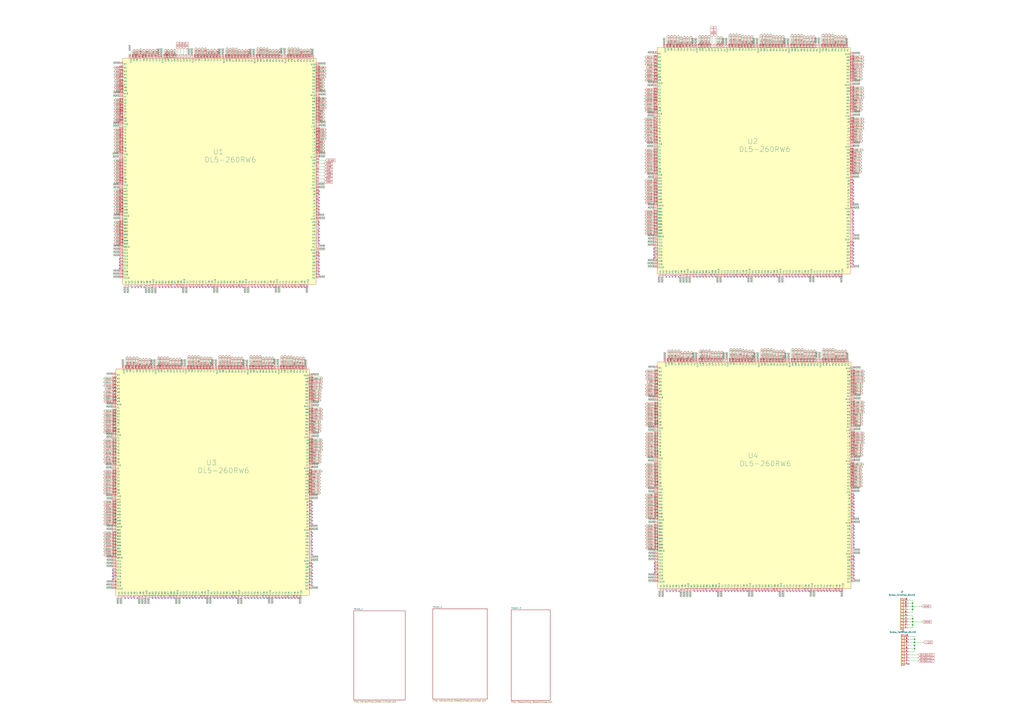
<source format=kicad_sch>
(kicad_sch (version 20211123) (generator eeschema)
  (paper "A1")
  (lib_symbols
    (symbol "Connector:Screw_Terminal_01x10" (pin_names (offset 1.016) hide)
      (property "Reference" "J" (at 0 12.7 0))
      (property "Value" "Screw_Terminal_01x10" (at 0 -15.24 0))
      (symbol "Screw_Terminal_01x10_1_1"
        (pin passive line (at -5.08 10.16 0) (length 3.81) (name "Pin_1") (number "1"))
        (pin passive line (at -5.08 -12.7 0) (length 3.81) (name "Pin_10") (number "10"))
        (pin passive line (at -5.08 7.62 0) (length 3.81) (name "Pin_2") (number "2"))
        (pin passive line (at -5.08 5.08 0) (length 3.81) (name "Pin_3") (number "3"))
        (pin passive line (at -5.08 2.54 0) (length 3.81) (name "Pin_4") (number "4"))
        (pin passive line (at -5.08 0 0) (length 3.81) (name "Pin_5") (number "5"))
        (pin passive line (at -5.08 -2.54 0) (length 3.81) (name "Pin_6") (number "6"))
        (pin passive line (at -5.08 -5.08 0) (length 3.81) (name "Pin_7") (number "7"))
        (pin passive line (at -5.08 -7.62 0) (length 3.81) (name "Pin_8") (number "8"))
        (pin passive line (at -5.08 -10.16 0) (length 3.81) (name "Pin_9") (number "9"))
      )
    )
    (symbol "Connector_Artix:DL5-260RW6"
      (property "Reference" "U" (at -0.762 2.794 0))
      (property "Value" "DL5-260RW6" (at 0.762 -27.178 0))
      (symbol "DL5-260RW6_0_0"
        (pin passive line (at -78.994 -104.648 90) (length 2.54) (name "A1") (number "1"))
        (pin passive line (at -56.388 -104.648 90) (length 2.54) (name "A10") (number "10"))
        (pin passive line (at 79.756 2.286 180) (length 2.54) (name "K10") (number "100"))
        (pin passive line (at 79.756 4.826 180) (length 2.54) (name "L1") (number "101"))
        (pin unspecified line (at 79.756 7.366 180) (length 2.54) (name "L2") (number "102"))
        (pin unspecified line (at 79.756 9.906 180) (length 2.54) (name "L3") (number "103"))
        (pin unspecified line (at 79.756 12.446 180) (length 2.54) (name "L4") (number "104"))
        (pin unspecified line (at 79.756 14.986 180) (length 2.54) (name "L5") (number "105"))
        (pin unspecified line (at 79.756 17.526 180) (length 2.54) (name "L6") (number "106"))
        (pin unspecified line (at 79.756 20.066 180) (length 2.54) (name "L7") (number "107"))
        (pin unspecified line (at 79.756 22.606 180) (length 2.54) (name "L8") (number "108"))
        (pin unspecified line (at 79.756 25.146 180) (length 2.54) (name "L9") (number "109"))
        (pin passive line (at -53.848 -104.648 90) (length 2.54) (name "B1") (number "11"))
        (pin passive line (at 79.756 27.686 180) (length 2.54) (name "L10") (number "110"))
        (pin passive line (at 79.756 30.226 180) (length 2.54) (name "M1") (number "111"))
        (pin unspecified line (at 79.756 32.766 180) (length 2.54) (name "M2") (number "112"))
        (pin unspecified line (at 79.756 35.306 180) (length 2.54) (name "M3") (number "113"))
        (pin unspecified line (at 79.756 37.846 180) (length 2.54) (name "M4") (number "114"))
        (pin unspecified line (at 79.756 40.386 180) (length 2.54) (name "M5") (number "115"))
        (pin unspecified line (at 79.756 42.926 180) (length 2.54) (name "M6") (number "116"))
        (pin unspecified line (at 79.756 45.466 180) (length 2.54) (name "M7") (number "117"))
        (pin unspecified line (at 79.756 48.006 180) (length 2.54) (name "M8") (number "118"))
        (pin unspecified line (at 79.756 50.546 180) (length 2.54) (name "M9") (number "119"))
        (pin unspecified line (at -51.308 -104.648 90) (length 2.54) (name "B2") (number "12"))
        (pin passive line (at 79.756 53.086 180) (length 2.54) (name "M10") (number "120"))
        (pin passive line (at 79.756 55.626 180) (length 2.54) (name "N1") (number "121"))
        (pin unspecified line (at 79.756 58.166 180) (length 2.54) (name "N2") (number "122"))
        (pin unspecified line (at 79.756 60.706 180) (length 2.54) (name "N3") (number "123"))
        (pin unspecified line (at 79.756 63.246 180) (length 2.54) (name "N4") (number "124"))
        (pin unspecified line (at 79.756 65.786 180) (length 2.54) (name "N5") (number "125"))
        (pin unspecified line (at 79.756 68.326 180) (length 2.54) (name "N6") (number "126"))
        (pin unspecified line (at 79.756 70.866 180) (length 2.54) (name "N7") (number "127"))
        (pin unspecified line (at 79.756 73.406 180) (length 2.54) (name "N8") (number "128"))
        (pin unspecified line (at 79.756 75.946 180) (length 2.54) (name "N9") (number "129"))
        (pin unspecified line (at -48.768 -104.648 90) (length 2.54) (name "B3") (number "13"))
        (pin passive line (at 79.756 78.486 180) (length 2.54) (name "N10") (number "130"))
        (pin passive line (at 75.184 86.36 270) (length 2.54) (name "P1") (number "131"))
        (pin unspecified line (at 72.644 86.36 270) (length 2.54) (name "P2") (number "132"))
        (pin unspecified line (at 70.104 86.36 270) (length 2.54) (name "P3") (number "133"))
        (pin unspecified line (at 67.564 86.36 270) (length 2.54) (name "P4") (number "134"))
        (pin unspecified line (at 65.024 86.36 270) (length 2.54) (name "P5") (number "135"))
        (pin unspecified line (at 62.484 86.36 270) (length 2.54) (name "P6") (number "136"))
        (pin unspecified line (at 59.944 86.36 270) (length 2.54) (name "P7") (number "137"))
        (pin unspecified line (at 57.404 86.36 270) (length 2.54) (name "P8") (number "138"))
        (pin unspecified line (at 54.864 86.36 270) (length 2.54) (name "P9") (number "139"))
        (pin unspecified line (at -46.228 -104.648 90) (length 2.54) (name "B4") (number "14"))
        (pin passive line (at 52.324 86.36 270) (length 2.54) (name "P10") (number "140"))
        (pin passive line (at 49.784 86.36 270) (length 2.54) (name "R1") (number "141"))
        (pin unspecified line (at 47.244 86.36 270) (length 2.54) (name "R2") (number "142"))
        (pin unspecified line (at 44.704 86.36 270) (length 2.54) (name "R3") (number "143"))
        (pin unspecified line (at 42.164 86.36 270) (length 2.54) (name "R4") (number "144"))
        (pin unspecified line (at 39.624 86.36 270) (length 2.54) (name "R5") (number "145"))
        (pin unspecified line (at 37.084 86.36 270) (length 2.54) (name "R6") (number "146"))
        (pin unspecified line (at 34.544 86.36 270) (length 2.54) (name "R7") (number "147"))
        (pin unspecified line (at 32.004 86.36 270) (length 2.54) (name "R8") (number "148"))
        (pin unspecified line (at 29.464 86.36 270) (length 2.54) (name "R9") (number "149"))
        (pin unspecified line (at -43.688 -104.648 90) (length 2.54) (name "B5") (number "15"))
        (pin passive line (at 26.924 86.36 270) (length 2.54) (name "R10") (number "150"))
        (pin passive line (at 24.384 86.36 270) (length 2.54) (name "S1") (number "151"))
        (pin unspecified line (at 21.844 86.36 270) (length 2.54) (name "S2") (number "152"))
        (pin unspecified line (at 19.304 86.36 270) (length 2.54) (name "S3") (number "153"))
        (pin unspecified line (at 16.764 86.36 270) (length 2.54) (name "S4") (number "154"))
        (pin unspecified line (at 14.224 86.36 270) (length 2.54) (name "S5") (number "155"))
        (pin unspecified line (at 11.684 86.36 270) (length 2.54) (name "S6") (number "156"))
        (pin unspecified line (at 9.144 86.36 270) (length 2.54) (name "S7") (number "157"))
        (pin unspecified line (at 6.604 86.36 270) (length 2.54) (name "S8") (number "158"))
        (pin unspecified line (at 4.064 86.36 270) (length 2.54) (name "S9") (number "159"))
        (pin unspecified line (at -41.148 -104.648 90) (length 2.54) (name "B6") (number "16"))
        (pin passive line (at 1.524 86.36 270) (length 2.54) (name "S10") (number "160"))
        (pin passive line (at -1.016 86.36 270) (length 2.54) (name "T1") (number "161"))
        (pin unspecified line (at -3.556 86.36 270) (length 2.54) (name "T2") (number "162"))
        (pin unspecified line (at -6.096 86.36 270) (length 2.54) (name "T3") (number "163"))
        (pin unspecified line (at -8.636 86.36 270) (length 2.54) (name "T4") (number "164"))
        (pin unspecified line (at -11.176 86.36 270) (length 2.54) (name "T5") (number "165"))
        (pin unspecified line (at -13.716 86.36 270) (length 2.54) (name "T6") (number "166"))
        (pin unspecified line (at -16.256 86.36 270) (length 2.54) (name "T7") (number "167"))
        (pin unspecified line (at -18.796 86.36 270) (length 2.54) (name "T8") (number "168"))
        (pin unspecified line (at -21.336 86.36 270) (length 2.54) (name "T9") (number "169"))
        (pin unspecified line (at -38.608 -104.648 90) (length 2.54) (name "B7") (number "17"))
        (pin passive line (at -23.876 86.36 270) (length 2.54) (name "T10") (number "170"))
        (pin passive line (at -26.289 86.487 270) (length 2.54) (name "U1") (number "171"))
        (pin unspecified line (at -28.829 86.487 270) (length 2.54) (name "U2") (number "172"))
        (pin unspecified line (at -31.369 86.487 270) (length 2.54) (name "U3") (number "173"))
        (pin unspecified line (at -33.909 86.487 270) (length 2.54) (name "U4") (number "174"))
        (pin unspecified line (at -36.449 86.487 270) (length 2.54) (name "U5") (number "175"))
        (pin unspecified line (at -38.989 86.487 270) (length 2.54) (name "U6") (number "176"))
        (pin unspecified line (at -41.529 86.487 270) (length 2.54) (name "U7") (number "177"))
        (pin unspecified line (at -44.069 86.487 270) (length 2.54) (name "U8") (number "178"))
        (pin unspecified line (at -46.355 86.487 270) (length 2.54) (name "U9") (number "179"))
        (pin unspecified line (at -36.068 -104.648 90) (length 2.54) (name "B8") (number "18"))
        (pin passive line (at -48.895 86.487 270) (length 2.54) (name "U10") (number "180"))
        (pin passive line (at -51.181 86.487 270) (length 2.54) (name "V1") (number "181"))
        (pin unspecified line (at -53.721 86.487 270) (length 2.54) (name "V2") (number "182"))
        (pin unspecified line (at -56.515 86.487 270) (length 2.54) (name "V3") (number "183"))
        (pin unspecified line (at -59.055 86.487 270) (length 2.54) (name "V4") (number "184"))
        (pin unspecified line (at -61.595 86.487 270) (length 2.54) (name "V5") (number "185"))
        (pin unspecified line (at -64.135 86.487 270) (length 2.54) (name "V6") (number "186"))
        (pin unspecified line (at -66.929 86.487 270) (length 2.54) (name "V7") (number "187"))
        (pin unspecified line (at -69.723 86.487 270) (length 2.54) (name "V8") (number "188"))
        (pin unspecified line (at -72.263 86.487 270) (length 2.54) (name "V9") (number "189"))
        (pin unspecified line (at -33.528 -104.648 90) (length 2.54) (name "B9") (number "19"))
        (pin passive line (at -74.803 86.487 270) (length 2.54) (name "V10") (number "190"))
        (pin passive line (at -84.074 78.994 0) (length 2.54) (name "W1") (number "191"))
        (pin unspecified line (at -84.074 75.946 0) (length 2.54) (name "W2") (number "192"))
        (pin unspecified line (at -84.074 72.898 0) (length 2.54) (name "W3") (number "193"))
        (pin unspecified line (at -84.074 70.104 0) (length 2.54) (name "W4") (number "194"))
        (pin unspecified line (at -84.074 67.564 0) (length 2.54) (name "W5") (number "195"))
        (pin unspecified line (at -84.074 64.77 0) (length 2.54) (name "W6") (number "196"))
        (pin unspecified line (at -84.074 61.976 0) (length 2.54) (name "W7") (number "197"))
        (pin unspecified line (at -84.074 59.69 0) (length 2.54) (name "W8") (number "198"))
        (pin unspecified line (at -84.074 57.15 0) (length 2.54) (name "W9") (number "199"))
        (pin passive line (at -76.454 -104.648 90) (length 2.54) (name "A2") (number "2"))
        (pin passive line (at -30.988 -104.648 90) (length 2.54) (name "B10") (number "20"))
        (pin passive line (at -84.074 54.61 0) (length 2.54) (name "W10") (number "200"))
        (pin passive line (at -84.074 52.07 0) (length 2.54) (name "X1") (number "201"))
        (pin unspecified line (at -84.074 49.276 0) (length 2.54) (name "X2") (number "202"))
        (pin unspecified line (at -84.074 46.736 0) (length 2.54) (name "X3") (number "203"))
        (pin unspecified line (at -84.074 44.45 0) (length 2.54) (name "X4") (number "204"))
        (pin unspecified line (at -84.074 41.91 0) (length 2.54) (name "X5") (number "205"))
        (pin unspecified line (at -84.074 39.624 0) (length 2.54) (name "X6") (number "206"))
        (pin unspecified line (at -84.074 37.084 0) (length 2.54) (name "X7") (number "207"))
        (pin unspecified line (at -84.074 34.29 0) (length 2.54) (name "X8") (number "208"))
        (pin unspecified line (at -84.074 32.004 0) (length 2.54) (name "X9") (number "209"))
        (pin passive line (at -28.448 -104.648 90) (length 2.54) (name "C1") (number "21"))
        (pin passive line (at -84.074 29.464 0) (length 2.54) (name "X10") (number "210"))
        (pin passive line (at -84.074 27.178 0) (length 2.54) (name "Y1") (number "211"))
        (pin unspecified line (at -84.074 24.892 0) (length 2.54) (name "Y2") (number "212"))
        (pin unspecified line (at -84.074 22.352 0) (length 2.54) (name "Y3") (number "213"))
        (pin unspecified line (at -84.074 19.812 0) (length 2.54) (name "Y4") (number "214"))
        (pin unspecified line (at -84.074 17.272 0) (length 2.54) (name "Y5") (number "215"))
        (pin unspecified line (at -84.074 14.732 0) (length 2.54) (name "Y6") (number "216"))
        (pin unspecified line (at -84.074 12.192 0) (length 2.54) (name "Y7") (number "217"))
        (pin unspecified line (at -84.074 9.652 0) (length 2.54) (name "Y8") (number "218"))
        (pin unspecified line (at -84.074 7.112 0) (length 2.54) (name "Y9") (number "219"))
        (pin unspecified line (at -25.908 -104.648 90) (length 2.54) (name "C2") (number "22"))
        (pin passive line (at -84.074 4.572 0) (length 2.54) (name "Y10") (number "220"))
        (pin passive line (at -84.074 2.032 0) (length 2.54) (name "Z1") (number "221"))
        (pin unspecified line (at -84.074 -0.508 0) (length 2.54) (name "Z2") (number "222"))
        (pin unspecified line (at -84.074 -3.048 0) (length 2.54) (name "Z3") (number "223"))
        (pin unspecified line (at -84.074 -5.588 0) (length 2.54) (name "Z4") (number "224"))
        (pin unspecified line (at -84.074 -8.128 0) (length 2.54) (name "Z5") (number "225"))
        (pin unspecified line (at -84.074 -10.668 0) (length 2.54) (name "Z6") (number "226"))
        (pin unspecified line (at -84.074 -13.208 0) (length 2.54) (name "Z7") (number "227"))
        (pin unspecified line (at -84.074 -15.748 0) (length 2.54) (name "Z8") (number "228"))
        (pin unspecified line (at -84.074 -18.288 0) (length 2.54) (name "Z9") (number "229"))
        (pin unspecified line (at -23.368 -104.648 90) (length 2.54) (name "C3") (number "23"))
        (pin passive line (at -84.074 -20.828 0) (length 2.54) (name "Z10") (number "230"))
        (pin passive line (at -84.074 -23.368 0) (length 2.54) (name "AA1") (number "231"))
        (pin unspecified line (at -84.074 -25.654 0) (length 2.54) (name "AA2") (number "232"))
        (pin unspecified line (at -84.074 -28.194 0) (length 2.54) (name "AA3") (number "233"))
        (pin unspecified line (at -84.074 -30.734 0) (length 2.54) (name "AA4") (number "234"))
        (pin unspecified line (at -84.074 -33.274 0) (length 2.54) (name "AA5") (number "235"))
        (pin unspecified line (at -84.074 -35.814 0) (length 2.54) (name "AA6") (number "236"))
        (pin unspecified line (at -84.074 -38.354 0) (length 2.54) (name "AA7") (number "237"))
        (pin unspecified line (at -84.074 -40.894 0) (length 2.54) (name "AA8") (number "238"))
        (pin unspecified line (at -84.074 -43.434 0) (length 2.54) (name "AA9") (number "239"))
        (pin unspecified line (at -20.828 -104.648 90) (length 2.54) (name "C4") (number "24"))
        (pin passive line (at -84.074 -45.974 0) (length 2.54) (name "AA10") (number "240"))
        (pin passive line (at -84.074 -48.514 0) (length 2.54) (name "BB1") (number "241"))
        (pin unspecified line (at -84.074 -51.054 0) (length 2.54) (name "BB2") (number "242"))
        (pin unspecified line (at -84.074 -53.594 0) (length 2.54) (name "BB3") (number "243"))
        (pin unspecified line (at -84.074 -56.134 0) (length 2.54) (name "BB4") (number "244"))
        (pin unspecified line (at -84.074 -58.674 0) (length 2.54) (name "BB5") (number "245"))
        (pin unspecified line (at -84.074 -61.214 0) (length 2.54) (name "BB6") (number "246"))
        (pin unspecified line (at -84.074 -63.754 0) (length 2.54) (name "BB7") (number "247"))
        (pin unspecified line (at -84.074 -66.294 0) (length 2.54) (name "BB8") (number "248"))
        (pin unspecified line (at -84.074 -68.834 0) (length 2.54) (name "BB9") (number "249"))
        (pin unspecified line (at -18.288 -104.648 90) (length 2.54) (name "C5") (number "25"))
        (pin passive line (at -84.074 -71.374 0) (length 2.54) (name "BB10") (number "250"))
        (pin passive line (at -84.074 -73.914 0) (length 2.54) (name "CC1") (number "251"))
        (pin passive line (at -84.074 -76.454 0) (length 2.54) (name "CC2") (number "252"))
        (pin passive line (at -84.074 -78.994 0) (length 2.54) (name "CC3") (number "253"))
        (pin unspecified line (at -84.074 -81.534 0) (length 2.54) (name "CC4") (number "254"))
        (pin unspecified line (at -84.074 -84.074 0) (length 2.54) (name "CC5") (number "255"))
        (pin unspecified line (at -84.074 -86.614 0) (length 2.54) (name "CC6") (number "256"))
        (pin unspecified line (at -84.074 -89.154 0) (length 2.54) (name "CC7") (number "257"))
        (pin passive line (at -84.074 -91.694 0) (length 2.54) (name "CC8") (number "258"))
        (pin passive line (at -84.074 -94.234 0) (length 2.54) (name "CC9") (number "259"))
        (pin unspecified line (at -15.748 -104.648 90) (length 2.54) (name "C6") (number "26"))
        (pin passive line (at -84.074 -96.774 0) (length 2.54) (name "CC10") (number "260"))
        (pin unspecified line (at -13.208 -104.648 90) (length 2.54) (name "C7") (number "27"))
        (pin unspecified line (at -10.668 -104.648 90) (length 2.54) (name "C8") (number "28"))
        (pin unspecified line (at -8.128 -104.648 90) (length 2.54) (name "C9") (number "29"))
        (pin passive line (at -73.914 -104.648 90) (length 2.54) (name "A3") (number "3"))
        (pin passive line (at -5.588 -104.648 90) (length 2.54) (name "C10") (number "30"))
        (pin passive line (at -3.048 -104.648 90) (length 2.54) (name "D1") (number "31"))
        (pin unspecified line (at -0.508 -104.648 90) (length 2.54) (name "D2") (number "32"))
        (pin unspecified line (at 2.032 -104.648 90) (length 2.54) (name "D3") (number "33"))
        (pin unspecified line (at 4.572 -104.648 90) (length 2.54) (name "D4") (number "34"))
        (pin unspecified line (at 7.112 -104.648 90) (length 2.54) (name "D5") (number "35"))
        (pin unspecified line (at 9.652 -104.648 90) (length 2.54) (name "D6") (number "36"))
        (pin unspecified line (at 12.192 -104.648 90) (length 2.54) (name "D7") (number "37"))
        (pin unspecified line (at 14.732 -104.648 90) (length 2.54) (name "D8") (number "38"))
        (pin unspecified line (at 17.272 -104.648 90) (length 2.54) (name "D9") (number "39"))
        (pin unspecified line (at -71.374 -104.648 90) (length 2.54) (name "A4") (number "4"))
        (pin passive line (at 19.812 -104.648 90) (length 2.54) (name "D10") (number "40"))
        (pin passive line (at 22.352 -104.648 90) (length 2.54) (name "E1") (number "41"))
        (pin unspecified line (at 24.892 -104.648 90) (length 2.54) (name "E2") (number "42"))
        (pin unspecified line (at 27.432 -104.648 90) (length 2.54) (name "E3") (number "43"))
        (pin unspecified line (at 29.972 -104.648 90) (length 2.54) (name "E4") (number "44"))
        (pin unspecified line (at 32.512 -104.648 90) (length 2.54) (name "E5") (number "45"))
        (pin unspecified line (at 35.052 -104.648 90) (length 2.54) (name "E6") (number "46"))
        (pin unspecified line (at 37.592 -104.648 90) (length 2.54) (name "E7") (number "47"))
        (pin unspecified line (at 40.132 -104.648 90) (length 2.54) (name "E8") (number "48"))
        (pin unspecified line (at 42.672 -104.648 90) (length 2.54) (name "E9") (number "49"))
        (pin unspecified line (at -68.834 -104.648 90) (length 2.54) (name "A5") (number "5"))
        (pin passive line (at 45.212 -104.648 90) (length 2.54) (name "E10") (number "50"))
        (pin passive line (at 47.752 -104.648 90) (length 2.54) (name "F1") (number "51"))
        (pin unspecified line (at 50.292 -104.648 90) (length 2.54) (name "F2") (number "52"))
        (pin unspecified line (at 52.832 -104.648 90) (length 2.54) (name "F3") (number "53"))
        (pin unspecified line (at 55.372 -104.648 90) (length 2.54) (name "F4") (number "54"))
        (pin unspecified line (at 57.912 -104.648 90) (length 2.54) (name "F5") (number "55"))
        (pin unspecified line (at 60.452 -104.648 90) (length 2.54) (name "F6") (number "56"))
        (pin unspecified line (at 62.992 -104.648 90) (length 2.54) (name "F7") (number "57"))
        (pin unspecified line (at 65.532 -104.648 90) (length 2.54) (name "F8") (number "58"))
        (pin unspecified line (at 68.072 -104.648 90) (length 2.54) (name "F9") (number "59"))
        (pin unspecified line (at -66.294 -104.648 90) (length 2.54) (name "A6") (number "6"))
        (pin passive line (at 70.612 -104.648 90) (length 2.54) (name "F10") (number "60"))
        (pin passive line (at 79.756 -96.774 180) (length 2.54) (name "G1") (number "61"))
        (pin unspecified line (at 79.756 -94.234 180) (length 2.54) (name "G2") (number "62"))
        (pin unspecified line (at 79.756 -91.694 180) (length 2.54) (name "G3") (number "63"))
        (pin unspecified line (at 79.756 -89.154 180) (length 2.54) (name "G4") (number "64"))
        (pin unspecified line (at 79.756 -86.614 180) (length 2.54) (name "G5") (number "65"))
        (pin unspecified line (at 79.756 -84.074 180) (length 2.54) (name "G6") (number "66"))
        (pin unspecified line (at 79.756 -81.534 180) (length 2.54) (name "G7") (number "67"))
        (pin unspecified line (at 79.756 -78.994 180) (length 2.54) (name "G8") (number "68"))
        (pin unspecified line (at 79.756 -76.454 180) (length 2.54) (name "G9") (number "69"))
        (pin unspecified line (at -64.008 -104.648 90) (length 2.54) (name "A7") (number "7"))
        (pin passive line (at 79.756 -73.914 180) (length 2.54) (name "G10") (number "70"))
        (pin passive line (at 79.756 -71.374 180) (length 2.54) (name "H1") (number "71"))
        (pin unspecified line (at 79.756 -68.834 180) (length 2.54) (name "H2") (number "72"))
        (pin unspecified line (at 79.756 -66.294 180) (length 2.54) (name "H3") (number "73"))
        (pin unspecified line (at 79.756 -63.754 180) (length 2.54) (name "H4") (number "74"))
        (pin unspecified line (at 79.756 -61.214 180) (length 2.54) (name "H5") (number "75"))
        (pin unspecified line (at 79.756 -58.674 180) (length 2.54) (name "H6") (number "76"))
        (pin unspecified line (at 79.756 -56.134 180) (length 2.54) (name "H7") (number "77"))
        (pin unspecified line (at 79.756 -53.594 180) (length 2.54) (name "H8") (number "78"))
        (pin unspecified line (at 79.756 -51.054 180) (length 2.54) (name "H9") (number "79"))
        (pin passive line (at -61.468 -104.648 90) (length 2.54) (name "A8") (number "8"))
        (pin passive line (at 79.756 -48.514 180) (length 2.54) (name "H10") (number "80"))
        (pin passive line (at 79.756 -45.974 180) (length 2.54) (name "J1") (number "81"))
        (pin unspecified line (at 79.756 -43.434 180) (length 2.54) (name "J2") (number "82"))
        (pin unspecified line (at 79.756 -40.894 180) (length 2.54) (name "J3") (number "83"))
        (pin unspecified line (at 79.756 -38.354 180) (length 2.54) (name "J4") (number "84"))
        (pin unspecified line (at 79.756 -35.814 180) (length 2.54) (name "J5") (number "85"))
        (pin unspecified line (at 79.756 -33.274 180) (length 2.54) (name "J6") (number "86"))
        (pin unspecified line (at 79.756 -30.734 180) (length 2.54) (name "J7") (number "87"))
        (pin unspecified line (at 79.756 -28.194 180) (length 2.54) (name "J8") (number "88"))
        (pin unspecified line (at 79.756 -25.654 180) (length 2.54) (name "J9") (number "89"))
        (pin passive line (at -58.928 -104.648 90) (length 2.54) (name "A9") (number "9"))
        (pin passive line (at 79.756 -23.114 180) (length 2.54) (name "J10") (number "90"))
        (pin passive line (at 79.756 -20.574 180) (length 2.54) (name "K1") (number "91"))
        (pin unspecified line (at 79.756 -18.034 180) (length 2.54) (name "K2") (number "92"))
        (pin unspecified line (at 79.756 -15.494 180) (length 2.54) (name "K3") (number "93"))
        (pin unspecified line (at 79.756 -12.954 180) (length 2.54) (name "K4") (number "94"))
        (pin unspecified line (at 79.756 -10.414 180) (length 2.54) (name "K5") (number "95"))
        (pin unspecified line (at 79.756 -7.874 180) (length 2.54) (name "K6") (number "96"))
        (pin unspecified line (at 79.756 -5.334 180) (length 2.54) (name "K7") (number "97"))
        (pin unspecified line (at 79.756 -2.794 180) (length 2.54) (name "K8") (number "98"))
        (pin unspecified line (at 79.756 -0.254 180) (length 2.54) (name "K9") (number "99"))
      )
    )
    (symbol "DL5-260RW6_1"
      (property "Reference" "U" (at -0.762 2.794 0))
      (property "Value" "DL5-260RW6_1" (at 0.762 -27.178 0))
      (symbol "DL5-260RW6_1_0_0"
        (pin passive line (at -78.994 -104.648 90) (length 2.54) (name "A1") (number "1"))
        (pin passive line (at -56.388 -104.648 90) (length 2.54) (name "A10") (number "10"))
        (pin passive line (at 79.756 2.286 180) (length 2.54) (name "K10") (number "100"))
        (pin passive line (at 79.756 4.826 180) (length 2.54) (name "L1") (number "101"))
        (pin unspecified line (at 79.756 7.366 180) (length 2.54) (name "L2") (number "102"))
        (pin unspecified line (at 79.756 9.906 180) (length 2.54) (name "L3") (number "103"))
        (pin unspecified line (at 79.756 12.446 180) (length 2.54) (name "L4") (number "104"))
        (pin unspecified line (at 79.756 14.986 180) (length 2.54) (name "L5") (number "105"))
        (pin unspecified line (at 79.756 17.526 180) (length 2.54) (name "L6") (number "106"))
        (pin unspecified line (at 79.756 20.066 180) (length 2.54) (name "L7") (number "107"))
        (pin unspecified line (at 79.756 22.606 180) (length 2.54) (name "L8") (number "108"))
        (pin unspecified line (at 79.756 25.146 180) (length 2.54) (name "L9") (number "109"))
        (pin passive line (at -53.848 -104.648 90) (length 2.54) (name "B1") (number "11"))
        (pin passive line (at 79.756 27.686 180) (length 2.54) (name "L10") (number "110"))
        (pin passive line (at 79.756 30.226 180) (length 2.54) (name "M1") (number "111"))
        (pin unspecified line (at 79.756 32.766 180) (length 2.54) (name "M2") (number "112"))
        (pin unspecified line (at 79.756 35.306 180) (length 2.54) (name "M3") (number "113"))
        (pin unspecified line (at 79.756 37.846 180) (length 2.54) (name "M4") (number "114"))
        (pin unspecified line (at 79.756 40.386 180) (length 2.54) (name "M5") (number "115"))
        (pin unspecified line (at 79.756 42.926 180) (length 2.54) (name "M6") (number "116"))
        (pin unspecified line (at 79.756 45.466 180) (length 2.54) (name "M7") (number "117"))
        (pin unspecified line (at 79.756 48.006 180) (length 2.54) (name "M8") (number "118"))
        (pin unspecified line (at 79.756 50.546 180) (length 2.54) (name "M9") (number "119"))
        (pin unspecified line (at -51.308 -104.648 90) (length 2.54) (name "B2") (number "12"))
        (pin passive line (at 79.756 53.086 180) (length 2.54) (name "M10") (number "120"))
        (pin passive line (at 79.756 55.626 180) (length 2.54) (name "N1") (number "121"))
        (pin unspecified line (at 79.756 58.166 180) (length 2.54) (name "N2") (number "122"))
        (pin unspecified line (at 79.756 60.706 180) (length 2.54) (name "N3") (number "123"))
        (pin unspecified line (at 79.756 63.246 180) (length 2.54) (name "N4") (number "124"))
        (pin unspecified line (at 79.756 65.786 180) (length 2.54) (name "N5") (number "125"))
        (pin unspecified line (at 79.756 68.326 180) (length 2.54) (name "N6") (number "126"))
        (pin unspecified line (at 79.756 70.866 180) (length 2.54) (name "N7") (number "127"))
        (pin unspecified line (at 79.756 73.406 180) (length 2.54) (name "N8") (number "128"))
        (pin unspecified line (at 79.756 75.946 180) (length 2.54) (name "N9") (number "129"))
        (pin unspecified line (at -48.768 -104.648 90) (length 2.54) (name "B3") (number "13"))
        (pin passive line (at 79.756 78.486 180) (length 2.54) (name "N10") (number "130"))
        (pin passive line (at 75.184 86.36 270) (length 2.54) (name "P1") (number "131"))
        (pin unspecified line (at 72.644 86.36 270) (length 2.54) (name "P2") (number "132"))
        (pin unspecified line (at 70.104 86.36 270) (length 2.54) (name "P3") (number "133"))
        (pin unspecified line (at 67.564 86.36 270) (length 2.54) (name "P4") (number "134"))
        (pin unspecified line (at 65.024 86.36 270) (length 2.54) (name "P5") (number "135"))
        (pin unspecified line (at 62.484 86.36 270) (length 2.54) (name "P6") (number "136"))
        (pin unspecified line (at 59.944 86.36 270) (length 2.54) (name "P7") (number "137"))
        (pin unspecified line (at 57.404 86.36 270) (length 2.54) (name "P8") (number "138"))
        (pin unspecified line (at 54.864 86.36 270) (length 2.54) (name "P9") (number "139"))
        (pin unspecified line (at -46.228 -104.648 90) (length 2.54) (name "B4") (number "14"))
        (pin passive line (at 52.324 86.36 270) (length 2.54) (name "P10") (number "140"))
        (pin passive line (at 49.784 86.36 270) (length 2.54) (name "R1") (number "141"))
        (pin unspecified line (at 47.244 86.36 270) (length 2.54) (name "R2") (number "142"))
        (pin unspecified line (at 44.704 86.36 270) (length 2.54) (name "R3") (number "143"))
        (pin unspecified line (at 42.164 86.36 270) (length 2.54) (name "R4") (number "144"))
        (pin unspecified line (at 39.624 86.36 270) (length 2.54) (name "R5") (number "145"))
        (pin unspecified line (at 37.084 86.36 270) (length 2.54) (name "R6") (number "146"))
        (pin unspecified line (at 34.544 86.36 270) (length 2.54) (name "R7") (number "147"))
        (pin unspecified line (at 32.004 86.36 270) (length 2.54) (name "R8") (number "148"))
        (pin unspecified line (at 29.464 86.36 270) (length 2.54) (name "R9") (number "149"))
        (pin unspecified line (at -43.688 -104.648 90) (length 2.54) (name "B5") (number "15"))
        (pin passive line (at 26.924 86.36 270) (length 2.54) (name "R10") (number "150"))
        (pin passive line (at 24.384 86.36 270) (length 2.54) (name "S1") (number "151"))
        (pin unspecified line (at 21.844 86.36 270) (length 2.54) (name "S2") (number "152"))
        (pin unspecified line (at 19.304 86.36 270) (length 2.54) (name "S3") (number "153"))
        (pin unspecified line (at 16.764 86.36 270) (length 2.54) (name "S4") (number "154"))
        (pin unspecified line (at 14.224 86.36 270) (length 2.54) (name "S5") (number "155"))
        (pin unspecified line (at 11.684 86.36 270) (length 2.54) (name "S6") (number "156"))
        (pin unspecified line (at 9.144 86.36 270) (length 2.54) (name "S7") (number "157"))
        (pin unspecified line (at 6.604 86.36 270) (length 2.54) (name "S8") (number "158"))
        (pin unspecified line (at 4.064 86.36 270) (length 2.54) (name "S9") (number "159"))
        (pin unspecified line (at -41.148 -104.648 90) (length 2.54) (name "B6") (number "16"))
        (pin passive line (at 1.524 86.36 270) (length 2.54) (name "S10") (number "160"))
        (pin passive line (at -1.016 86.36 270) (length 2.54) (name "T1") (number "161"))
        (pin unspecified line (at -3.556 86.36 270) (length 2.54) (name "T2") (number "162"))
        (pin unspecified line (at -6.096 86.36 270) (length 2.54) (name "T3") (number "163"))
        (pin unspecified line (at -8.636 86.36 270) (length 2.54) (name "T4") (number "164"))
        (pin unspecified line (at -11.176 86.36 270) (length 2.54) (name "T5") (number "165"))
        (pin unspecified line (at -13.716 86.36 270) (length 2.54) (name "T6") (number "166"))
        (pin unspecified line (at -16.256 86.36 270) (length 2.54) (name "T7") (number "167"))
        (pin unspecified line (at -18.796 86.36 270) (length 2.54) (name "T8") (number "168"))
        (pin unspecified line (at -21.336 86.36 270) (length 2.54) (name "T9") (number "169"))
        (pin unspecified line (at -38.608 -104.648 90) (length 2.54) (name "B7") (number "17"))
        (pin passive line (at -23.876 86.36 270) (length 2.54) (name "T10") (number "170"))
        (pin passive line (at -26.289 86.487 270) (length 2.54) (name "U1") (number "171"))
        (pin unspecified line (at -28.829 86.487 270) (length 2.54) (name "U2") (number "172"))
        (pin unspecified line (at -31.369 86.487 270) (length 2.54) (name "U3") (number "173"))
        (pin unspecified line (at -33.909 86.487 270) (length 2.54) (name "U4") (number "174"))
        (pin unspecified line (at -36.449 86.487 270) (length 2.54) (name "U5") (number "175"))
        (pin unspecified line (at -38.989 86.487 270) (length 2.54) (name "U6") (number "176"))
        (pin unspecified line (at -41.529 86.487 270) (length 2.54) (name "U7") (number "177"))
        (pin unspecified line (at -44.069 86.487 270) (length 2.54) (name "U8") (number "178"))
        (pin unspecified line (at -46.355 86.487 270) (length 2.54) (name "U9") (number "179"))
        (pin unspecified line (at -36.068 -104.648 90) (length 2.54) (name "B8") (number "18"))
        (pin passive line (at -48.895 86.487 270) (length 2.54) (name "U10") (number "180"))
        (pin passive line (at -51.181 86.487 270) (length 2.54) (name "V1") (number "181"))
        (pin unspecified line (at -53.721 86.487 270) (length 2.54) (name "V2") (number "182"))
        (pin unspecified line (at -56.515 86.487 270) (length 2.54) (name "V3") (number "183"))
        (pin unspecified line (at -59.055 86.487 270) (length 2.54) (name "V4") (number "184"))
        (pin unspecified line (at -61.595 86.487 270) (length 2.54) (name "V5") (number "185"))
        (pin unspecified line (at -64.135 86.487 270) (length 2.54) (name "V6") (number "186"))
        (pin unspecified line (at -66.929 86.487 270) (length 2.54) (name "V7") (number "187"))
        (pin unspecified line (at -69.723 86.487 270) (length 2.54) (name "V8") (number "188"))
        (pin unspecified line (at -72.263 86.487 270) (length 2.54) (name "V9") (number "189"))
        (pin unspecified line (at -33.528 -104.648 90) (length 2.54) (name "B9") (number "19"))
        (pin passive line (at -74.803 86.487 270) (length 2.54) (name "V10") (number "190"))
        (pin passive line (at -84.074 78.994 0) (length 2.54) (name "W1") (number "191"))
        (pin unspecified line (at -84.074 75.946 0) (length 2.54) (name "W2") (number "192"))
        (pin unspecified line (at -84.074 72.898 0) (length 2.54) (name "W3") (number "193"))
        (pin unspecified line (at -84.074 70.104 0) (length 2.54) (name "W4") (number "194"))
        (pin unspecified line (at -84.074 67.564 0) (length 2.54) (name "W5") (number "195"))
        (pin unspecified line (at -84.074 64.77 0) (length 2.54) (name "W6") (number "196"))
        (pin unspecified line (at -84.074 61.976 0) (length 2.54) (name "W7") (number "197"))
        (pin unspecified line (at -84.074 59.69 0) (length 2.54) (name "W8") (number "198"))
        (pin unspecified line (at -84.074 57.15 0) (length 2.54) (name "W9") (number "199"))
        (pin passive line (at -76.454 -104.648 90) (length 2.54) (name "A2") (number "2"))
        (pin passive line (at -30.988 -104.648 90) (length 2.54) (name "B10") (number "20"))
        (pin passive line (at -84.074 54.61 0) (length 2.54) (name "W10") (number "200"))
        (pin passive line (at -84.074 52.07 0) (length 2.54) (name "X1") (number "201"))
        (pin unspecified line (at -84.074 49.276 0) (length 2.54) (name "X2") (number "202"))
        (pin unspecified line (at -84.074 46.736 0) (length 2.54) (name "X3") (number "203"))
        (pin unspecified line (at -84.074 44.45 0) (length 2.54) (name "X4") (number "204"))
        (pin unspecified line (at -84.074 41.91 0) (length 2.54) (name "X5") (number "205"))
        (pin unspecified line (at -84.074 39.624 0) (length 2.54) (name "X6") (number "206"))
        (pin unspecified line (at -84.074 37.084 0) (length 2.54) (name "X7") (number "207"))
        (pin unspecified line (at -84.074 34.29 0) (length 2.54) (name "X8") (number "208"))
        (pin unspecified line (at -84.074 32.004 0) (length 2.54) (name "X9") (number "209"))
        (pin passive line (at -28.448 -104.648 90) (length 2.54) (name "C1") (number "21"))
        (pin passive line (at -84.074 29.464 0) (length 2.54) (name "X10") (number "210"))
        (pin passive line (at -84.074 27.178 0) (length 2.54) (name "Y1") (number "211"))
        (pin unspecified line (at -84.074 24.892 0) (length 2.54) (name "Y2") (number "212"))
        (pin unspecified line (at -84.074 22.352 0) (length 2.54) (name "Y3") (number "213"))
        (pin unspecified line (at -84.074 19.812 0) (length 2.54) (name "Y4") (number "214"))
        (pin unspecified line (at -84.074 17.272 0) (length 2.54) (name "Y5") (number "215"))
        (pin unspecified line (at -84.074 14.732 0) (length 2.54) (name "Y6") (number "216"))
        (pin unspecified line (at -84.074 12.192 0) (length 2.54) (name "Y7") (number "217"))
        (pin unspecified line (at -84.074 9.652 0) (length 2.54) (name "Y8") (number "218"))
        (pin unspecified line (at -84.074 7.112 0) (length 2.54) (name "Y9") (number "219"))
        (pin unspecified line (at -25.908 -104.648 90) (length 2.54) (name "C2") (number "22"))
        (pin passive line (at -84.074 4.572 0) (length 2.54) (name "Y10") (number "220"))
        (pin passive line (at -84.074 2.032 0) (length 2.54) (name "Z1") (number "221"))
        (pin unspecified line (at -84.074 -0.508 0) (length 2.54) (name "Z2") (number "222"))
        (pin unspecified line (at -84.074 -3.048 0) (length 2.54) (name "Z3") (number "223"))
        (pin unspecified line (at -84.074 -5.588 0) (length 2.54) (name "Z4") (number "224"))
        (pin unspecified line (at -84.074 -8.128 0) (length 2.54) (name "Z5") (number "225"))
        (pin unspecified line (at -84.074 -10.668 0) (length 2.54) (name "Z6") (number "226"))
        (pin unspecified line (at -84.074 -13.208 0) (length 2.54) (name "Z7") (number "227"))
        (pin unspecified line (at -84.074 -15.748 0) (length 2.54) (name "Z8") (number "228"))
        (pin unspecified line (at -84.074 -18.288 0) (length 2.54) (name "Z9") (number "229"))
        (pin unspecified line (at -23.368 -104.648 90) (length 2.54) (name "C3") (number "23"))
        (pin passive line (at -84.074 -20.828 0) (length 2.54) (name "Z10") (number "230"))
        (pin passive line (at -84.074 -23.368 0) (length 2.54) (name "AA1") (number "231"))
        (pin unspecified line (at -84.074 -25.654 0) (length 2.54) (name "AA2") (number "232"))
        (pin unspecified line (at -84.074 -28.194 0) (length 2.54) (name "AA3") (number "233"))
        (pin unspecified line (at -84.074 -30.734 0) (length 2.54) (name "AA4") (number "234"))
        (pin unspecified line (at -84.074 -33.274 0) (length 2.54) (name "AA5") (number "235"))
        (pin unspecified line (at -84.074 -35.814 0) (length 2.54) (name "AA6") (number "236"))
        (pin unspecified line (at -84.074 -38.354 0) (length 2.54) (name "AA7") (number "237"))
        (pin unspecified line (at -84.074 -40.894 0) (length 2.54) (name "AA8") (number "238"))
        (pin unspecified line (at -84.074 -43.434 0) (length 2.54) (name "AA9") (number "239"))
        (pin unspecified line (at -20.828 -104.648 90) (length 2.54) (name "C4") (number "24"))
        (pin passive line (at -84.074 -45.974 0) (length 2.54) (name "AA10") (number "240"))
        (pin passive line (at -84.074 -48.514 0) (length 2.54) (name "BB1") (number "241"))
        (pin unspecified line (at -84.074 -51.054 0) (length 2.54) (name "BB2") (number "242"))
        (pin unspecified line (at -84.074 -53.594 0) (length 2.54) (name "BB3") (number "243"))
        (pin unspecified line (at -84.074 -56.134 0) (length 2.54) (name "BB4") (number "244"))
        (pin unspecified line (at -84.074 -58.674 0) (length 2.54) (name "BB5") (number "245"))
        (pin unspecified line (at -84.074 -61.214 0) (length 2.54) (name "BB6") (number "246"))
        (pin unspecified line (at -84.074 -63.754 0) (length 2.54) (name "BB7") (number "247"))
        (pin unspecified line (at -84.074 -66.294 0) (length 2.54) (name "BB8") (number "248"))
        (pin unspecified line (at -84.074 -68.834 0) (length 2.54) (name "BB9") (number "249"))
        (pin unspecified line (at -18.288 -104.648 90) (length 2.54) (name "C5") (number "25"))
        (pin passive line (at -84.074 -71.374 0) (length 2.54) (name "BB10") (number "250"))
        (pin passive line (at -84.074 -73.914 0) (length 2.54) (name "CC1") (number "251"))
        (pin passive line (at -84.074 -76.454 0) (length 2.54) (name "CC2") (number "252"))
        (pin passive line (at -84.074 -78.994 0) (length 2.54) (name "CC3") (number "253"))
        (pin unspecified line (at -84.074 -81.534 0) (length 2.54) (name "CC4") (number "254"))
        (pin unspecified line (at -84.074 -84.074 0) (length 2.54) (name "CC5") (number "255"))
        (pin unspecified line (at -84.074 -86.614 0) (length 2.54) (name "CC6") (number "256"))
        (pin unspecified line (at -84.074 -89.154 0) (length 2.54) (name "CC7") (number "257"))
        (pin passive line (at -84.074 -91.694 0) (length 2.54) (name "CC8") (number "258"))
        (pin passive line (at -84.074 -94.234 0) (length 2.54) (name "CC9") (number "259"))
        (pin unspecified line (at -15.748 -104.648 90) (length 2.54) (name "C6") (number "26"))
        (pin passive line (at -84.074 -96.774 0) (length 2.54) (name "CC10") (number "260"))
        (pin unspecified line (at -13.208 -104.648 90) (length 2.54) (name "C7") (number "27"))
        (pin unspecified line (at -10.668 -104.648 90) (length 2.54) (name "C8") (number "28"))
        (pin unspecified line (at -8.128 -104.648 90) (length 2.54) (name "C9") (number "29"))
        (pin passive line (at -73.914 -104.648 90) (length 2.54) (name "A3") (number "3"))
        (pin passive line (at -5.588 -104.648 90) (length 2.54) (name "C10") (number "30"))
        (pin passive line (at -3.048 -104.648 90) (length 2.54) (name "D1") (number "31"))
        (pin unspecified line (at -0.508 -104.648 90) (length 2.54) (name "D2") (number "32"))
        (pin unspecified line (at 2.032 -104.648 90) (length 2.54) (name "D3") (number "33"))
        (pin unspecified line (at 4.572 -104.648 90) (length 2.54) (name "D4") (number "34"))
        (pin unspecified line (at 7.112 -104.648 90) (length 2.54) (name "D5") (number "35"))
        (pin unspecified line (at 9.652 -104.648 90) (length 2.54) (name "D6") (number "36"))
        (pin unspecified line (at 12.192 -104.648 90) (length 2.54) (name "D7") (number "37"))
        (pin unspecified line (at 14.732 -104.648 90) (length 2.54) (name "D8") (number "38"))
        (pin unspecified line (at 17.272 -104.648 90) (length 2.54) (name "D9") (number "39"))
        (pin unspecified line (at -71.374 -104.648 90) (length 2.54) (name "A4") (number "4"))
        (pin passive line (at 19.812 -104.648 90) (length 2.54) (name "D10") (number "40"))
        (pin passive line (at 22.352 -104.648 90) (length 2.54) (name "E1") (number "41"))
        (pin unspecified line (at 24.892 -104.648 90) (length 2.54) (name "E2") (number "42"))
        (pin unspecified line (at 27.432 -104.648 90) (length 2.54) (name "E3") (number "43"))
        (pin unspecified line (at 29.972 -104.648 90) (length 2.54) (name "E4") (number "44"))
        (pin unspecified line (at 32.512 -104.648 90) (length 2.54) (name "E5") (number "45"))
        (pin unspecified line (at 35.052 -104.648 90) (length 2.54) (name "E6") (number "46"))
        (pin unspecified line (at 37.592 -104.648 90) (length 2.54) (name "E7") (number "47"))
        (pin unspecified line (at 40.132 -104.648 90) (length 2.54) (name "E8") (number "48"))
        (pin unspecified line (at 42.672 -104.648 90) (length 2.54) (name "E9") (number "49"))
        (pin unspecified line (at -68.834 -104.648 90) (length 2.54) (name "A5") (number "5"))
        (pin passive line (at 45.212 -104.648 90) (length 2.54) (name "E10") (number "50"))
        (pin passive line (at 47.752 -104.648 90) (length 2.54) (name "F1") (number "51"))
        (pin unspecified line (at 50.292 -104.648 90) (length 2.54) (name "F2") (number "52"))
        (pin unspecified line (at 52.832 -104.648 90) (length 2.54) (name "F3") (number "53"))
        (pin unspecified line (at 55.372 -104.648 90) (length 2.54) (name "F4") (number "54"))
        (pin unspecified line (at 57.912 -104.648 90) (length 2.54) (name "F5") (number "55"))
        (pin unspecified line (at 60.452 -104.648 90) (length 2.54) (name "F6") (number "56"))
        (pin unspecified line (at 62.992 -104.648 90) (length 2.54) (name "F7") (number "57"))
        (pin unspecified line (at 65.532 -104.648 90) (length 2.54) (name "F8") (number "58"))
        (pin unspecified line (at 68.072 -104.648 90) (length 2.54) (name "F9") (number "59"))
        (pin unspecified line (at -66.294 -104.648 90) (length 2.54) (name "A6") (number "6"))
        (pin passive line (at 70.612 -104.648 90) (length 2.54) (name "F10") (number "60"))
        (pin passive line (at 79.756 -96.774 180) (length 2.54) (name "G1") (number "61"))
        (pin unspecified line (at 79.756 -94.234 180) (length 2.54) (name "G2") (number "62"))
        (pin unspecified line (at 79.756 -91.694 180) (length 2.54) (name "G3") (number "63"))
        (pin unspecified line (at 79.756 -89.154 180) (length 2.54) (name "G4") (number "64"))
        (pin unspecified line (at 79.756 -86.614 180) (length 2.54) (name "G5") (number "65"))
        (pin unspecified line (at 79.756 -84.074 180) (length 2.54) (name "G6") (number "66"))
        (pin unspecified line (at 79.756 -81.534 180) (length 2.54) (name "G7") (number "67"))
        (pin unspecified line (at 79.756 -78.994 180) (length 2.54) (name "G8") (number "68"))
        (pin unspecified line (at 79.756 -76.454 180) (length 2.54) (name "G9") (number "69"))
        (pin unspecified line (at -64.008 -104.648 90) (length 2.54) (name "A7") (number "7"))
        (pin passive line (at 79.756 -73.914 180) (length 2.54) (name "G10") (number "70"))
        (pin passive line (at 79.756 -71.374 180) (length 2.54) (name "H1") (number "71"))
        (pin unspecified line (at 79.756 -68.834 180) (length 2.54) (name "H2") (number "72"))
        (pin unspecified line (at 79.756 -66.294 180) (length 2.54) (name "H3") (number "73"))
        (pin unspecified line (at 79.756 -63.754 180) (length 2.54) (name "H4") (number "74"))
        (pin unspecified line (at 79.756 -61.214 180) (length 2.54) (name "H5") (number "75"))
        (pin unspecified line (at 79.756 -58.674 180) (length 2.54) (name "H6") (number "76"))
        (pin unspecified line (at 79.756 -56.134 180) (length 2.54) (name "H7") (number "77"))
        (pin unspecified line (at 79.756 -53.594 180) (length 2.54) (name "H8") (number "78"))
        (pin unspecified line (at 79.756 -51.054 180) (length 2.54) (name "H9") (number "79"))
        (pin passive line (at -61.468 -104.648 90) (length 2.54) (name "A8") (number "8"))
        (pin passive line (at 79.756 -48.514 180) (length 2.54) (name "H10") (number "80"))
        (pin passive line (at 79.756 -45.974 180) (length 2.54) (name "J1") (number "81"))
        (pin unspecified line (at 79.756 -43.434 180) (length 2.54) (name "J2") (number "82"))
        (pin unspecified line (at 79.756 -40.894 180) (length 2.54) (name "J3") (number "83"))
        (pin unspecified line (at 79.756 -38.354 180) (length 2.54) (name "J4") (number "84"))
        (pin unspecified line (at 79.756 -35.814 180) (length 2.54) (name "J5") (number "85"))
        (pin unspecified line (at 79.756 -33.274 180) (length 2.54) (name "J6") (number "86"))
        (pin unspecified line (at 79.756 -30.734 180) (length 2.54) (name "J7") (number "87"))
        (pin unspecified line (at 79.756 -28.194 180) (length 2.54) (name "J8") (number "88"))
        (pin unspecified line (at 79.756 -25.654 180) (length 2.54) (name "J9") (number "89"))
        (pin passive line (at -58.928 -104.648 90) (length 2.54) (name "A9") (number "9"))
        (pin passive line (at 79.756 -23.114 180) (length 2.54) (name "J10") (number "90"))
        (pin passive line (at 79.756 -20.574 180) (length 2.54) (name "K1") (number "91"))
        (pin unspecified line (at 79.756 -18.034 180) (length 2.54) (name "K2") (number "92"))
        (pin unspecified line (at 79.756 -15.494 180) (length 2.54) (name "K3") (number "93"))
        (pin unspecified line (at 79.756 -12.954 180) (length 2.54) (name "K4") (number "94"))
        (pin unspecified line (at 79.756 -10.414 180) (length 2.54) (name "K5") (number "95"))
        (pin unspecified line (at 79.756 -7.874 180) (length 2.54) (name "K6") (number "96"))
        (pin unspecified line (at 79.756 -5.334 180) (length 2.54) (name "K7") (number "97"))
        (pin unspecified line (at 79.756 -2.794 180) (length 2.54) (name "K8") (number "98"))
        (pin unspecified line (at 79.756 -0.254 180) (length 2.54) (name "K9") (number "99"))
      )
    )
    (symbol "DL5-260RW6_2"
      (property "Reference" "U" (at -0.762 2.794 0))
      (property "Value" "DL5-260RW6_2" (at 0.762 -27.178 0))
      (symbol "DL5-260RW6_2_0_0"
        (pin passive line (at -78.994 -104.648 90) (length 2.54) (name "A1") (number "1"))
        (pin passive line (at -56.388 -104.648 90) (length 2.54) (name "A10") (number "10"))
        (pin passive line (at 79.756 2.286 180) (length 2.54) (name "K10") (number "100"))
        (pin passive line (at 79.756 4.826 180) (length 2.54) (name "L1") (number "101"))
        (pin unspecified line (at 79.756 7.366 180) (length 2.54) (name "L2") (number "102"))
        (pin unspecified line (at 79.756 9.906 180) (length 2.54) (name "L3") (number "103"))
        (pin unspecified line (at 79.756 12.446 180) (length 2.54) (name "L4") (number "104"))
        (pin unspecified line (at 79.756 14.986 180) (length 2.54) (name "L5") (number "105"))
        (pin unspecified line (at 79.756 17.526 180) (length 2.54) (name "L6") (number "106"))
        (pin unspecified line (at 79.756 20.066 180) (length 2.54) (name "L7") (number "107"))
        (pin unspecified line (at 79.756 22.606 180) (length 2.54) (name "L8") (number "108"))
        (pin unspecified line (at 79.756 25.146 180) (length 2.54) (name "L9") (number "109"))
        (pin passive line (at -53.848 -104.648 90) (length 2.54) (name "B1") (number "11"))
        (pin passive line (at 79.756 27.686 180) (length 2.54) (name "L10") (number "110"))
        (pin passive line (at 79.756 30.226 180) (length 2.54) (name "M1") (number "111"))
        (pin unspecified line (at 79.756 32.766 180) (length 2.54) (name "M2") (number "112"))
        (pin unspecified line (at 79.756 35.306 180) (length 2.54) (name "M3") (number "113"))
        (pin unspecified line (at 79.756 37.846 180) (length 2.54) (name "M4") (number "114"))
        (pin unspecified line (at 79.756 40.386 180) (length 2.54) (name "M5") (number "115"))
        (pin unspecified line (at 79.756 42.926 180) (length 2.54) (name "M6") (number "116"))
        (pin unspecified line (at 79.756 45.466 180) (length 2.54) (name "M7") (number "117"))
        (pin unspecified line (at 79.756 48.006 180) (length 2.54) (name "M8") (number "118"))
        (pin unspecified line (at 79.756 50.546 180) (length 2.54) (name "M9") (number "119"))
        (pin unspecified line (at -51.308 -104.648 90) (length 2.54) (name "B2") (number "12"))
        (pin passive line (at 79.756 53.086 180) (length 2.54) (name "M10") (number "120"))
        (pin passive line (at 79.756 55.626 180) (length 2.54) (name "N1") (number "121"))
        (pin unspecified line (at 79.756 58.166 180) (length 2.54) (name "N2") (number "122"))
        (pin unspecified line (at 79.756 60.706 180) (length 2.54) (name "N3") (number "123"))
        (pin unspecified line (at 79.756 63.246 180) (length 2.54) (name "N4") (number "124"))
        (pin unspecified line (at 79.756 65.786 180) (length 2.54) (name "N5") (number "125"))
        (pin unspecified line (at 79.756 68.326 180) (length 2.54) (name "N6") (number "126"))
        (pin unspecified line (at 79.756 70.866 180) (length 2.54) (name "N7") (number "127"))
        (pin unspecified line (at 79.756 73.406 180) (length 2.54) (name "N8") (number "128"))
        (pin unspecified line (at 79.756 75.946 180) (length 2.54) (name "N9") (number "129"))
        (pin unspecified line (at -48.768 -104.648 90) (length 2.54) (name "B3") (number "13"))
        (pin passive line (at 79.756 78.486 180) (length 2.54) (name "N10") (number "130"))
        (pin passive line (at 75.184 86.36 270) (length 2.54) (name "P1") (number "131"))
        (pin unspecified line (at 72.644 86.36 270) (length 2.54) (name "P2") (number "132"))
        (pin unspecified line (at 70.104 86.36 270) (length 2.54) (name "P3") (number "133"))
        (pin unspecified line (at 67.564 86.36 270) (length 2.54) (name "P4") (number "134"))
        (pin unspecified line (at 65.024 86.36 270) (length 2.54) (name "P5") (number "135"))
        (pin unspecified line (at 62.484 86.36 270) (length 2.54) (name "P6") (number "136"))
        (pin unspecified line (at 59.944 86.36 270) (length 2.54) (name "P7") (number "137"))
        (pin unspecified line (at 57.404 86.36 270) (length 2.54) (name "P8") (number "138"))
        (pin unspecified line (at 54.864 86.36 270) (length 2.54) (name "P9") (number "139"))
        (pin unspecified line (at -46.228 -104.648 90) (length 2.54) (name "B4") (number "14"))
        (pin passive line (at 52.324 86.36 270) (length 2.54) (name "P10") (number "140"))
        (pin passive line (at 49.784 86.36 270) (length 2.54) (name "R1") (number "141"))
        (pin unspecified line (at 47.244 86.36 270) (length 2.54) (name "R2") (number "142"))
        (pin unspecified line (at 44.704 86.36 270) (length 2.54) (name "R3") (number "143"))
        (pin unspecified line (at 42.164 86.36 270) (length 2.54) (name "R4") (number "144"))
        (pin unspecified line (at 39.624 86.36 270) (length 2.54) (name "R5") (number "145"))
        (pin unspecified line (at 37.084 86.36 270) (length 2.54) (name "R6") (number "146"))
        (pin unspecified line (at 34.544 86.36 270) (length 2.54) (name "R7") (number "147"))
        (pin unspecified line (at 32.004 86.36 270) (length 2.54) (name "R8") (number "148"))
        (pin unspecified line (at 29.464 86.36 270) (length 2.54) (name "R9") (number "149"))
        (pin unspecified line (at -43.688 -104.648 90) (length 2.54) (name "B5") (number "15"))
        (pin passive line (at 26.924 86.36 270) (length 2.54) (name "R10") (number "150"))
        (pin passive line (at 24.384 86.36 270) (length 2.54) (name "S1") (number "151"))
        (pin unspecified line (at 21.844 86.36 270) (length 2.54) (name "S2") (number "152"))
        (pin unspecified line (at 19.304 86.36 270) (length 2.54) (name "S3") (number "153"))
        (pin unspecified line (at 16.764 86.36 270) (length 2.54) (name "S4") (number "154"))
        (pin unspecified line (at 14.224 86.36 270) (length 2.54) (name "S5") (number "155"))
        (pin unspecified line (at 11.684 86.36 270) (length 2.54) (name "S6") (number "156"))
        (pin unspecified line (at 9.144 86.36 270) (length 2.54) (name "S7") (number "157"))
        (pin unspecified line (at 6.604 86.36 270) (length 2.54) (name "S8") (number "158"))
        (pin unspecified line (at 4.064 86.36 270) (length 2.54) (name "S9") (number "159"))
        (pin unspecified line (at -41.148 -104.648 90) (length 2.54) (name "B6") (number "16"))
        (pin passive line (at 1.524 86.36 270) (length 2.54) (name "S10") (number "160"))
        (pin passive line (at -1.016 86.36 270) (length 2.54) (name "T1") (number "161"))
        (pin unspecified line (at -3.556 86.36 270) (length 2.54) (name "T2") (number "162"))
        (pin unspecified line (at -6.096 86.36 270) (length 2.54) (name "T3") (number "163"))
        (pin unspecified line (at -8.636 86.36 270) (length 2.54) (name "T4") (number "164"))
        (pin unspecified line (at -11.176 86.36 270) (length 2.54) (name "T5") (number "165"))
        (pin unspecified line (at -13.716 86.36 270) (length 2.54) (name "T6") (number "166"))
        (pin unspecified line (at -16.256 86.36 270) (length 2.54) (name "T7") (number "167"))
        (pin unspecified line (at -18.796 86.36 270) (length 2.54) (name "T8") (number "168"))
        (pin unspecified line (at -21.336 86.36 270) (length 2.54) (name "T9") (number "169"))
        (pin unspecified line (at -38.608 -104.648 90) (length 2.54) (name "B7") (number "17"))
        (pin passive line (at -23.876 86.36 270) (length 2.54) (name "T10") (number "170"))
        (pin passive line (at -26.289 86.487 270) (length 2.54) (name "U1") (number "171"))
        (pin unspecified line (at -28.829 86.487 270) (length 2.54) (name "U2") (number "172"))
        (pin unspecified line (at -31.369 86.487 270) (length 2.54) (name "U3") (number "173"))
        (pin unspecified line (at -33.909 86.487 270) (length 2.54) (name "U4") (number "174"))
        (pin unspecified line (at -36.449 86.487 270) (length 2.54) (name "U5") (number "175"))
        (pin unspecified line (at -38.989 86.487 270) (length 2.54) (name "U6") (number "176"))
        (pin unspecified line (at -41.529 86.487 270) (length 2.54) (name "U7") (number "177"))
        (pin unspecified line (at -44.069 86.487 270) (length 2.54) (name "U8") (number "178"))
        (pin unspecified line (at -46.355 86.487 270) (length 2.54) (name "U9") (number "179"))
        (pin unspecified line (at -36.068 -104.648 90) (length 2.54) (name "B8") (number "18"))
        (pin passive line (at -48.895 86.487 270) (length 2.54) (name "U10") (number "180"))
        (pin passive line (at -51.181 86.487 270) (length 2.54) (name "V1") (number "181"))
        (pin unspecified line (at -53.721 86.487 270) (length 2.54) (name "V2") (number "182"))
        (pin unspecified line (at -56.515 86.487 270) (length 2.54) (name "V3") (number "183"))
        (pin unspecified line (at -59.055 86.487 270) (length 2.54) (name "V4") (number "184"))
        (pin unspecified line (at -61.595 86.487 270) (length 2.54) (name "V5") (number "185"))
        (pin unspecified line (at -64.135 86.487 270) (length 2.54) (name "V6") (number "186"))
        (pin unspecified line (at -66.929 86.487 270) (length 2.54) (name "V7") (number "187"))
        (pin unspecified line (at -69.723 86.487 270) (length 2.54) (name "V8") (number "188"))
        (pin unspecified line (at -72.263 86.487 270) (length 2.54) (name "V9") (number "189"))
        (pin unspecified line (at -33.528 -104.648 90) (length 2.54) (name "B9") (number "19"))
        (pin passive line (at -74.803 86.487 270) (length 2.54) (name "V10") (number "190"))
        (pin passive line (at -84.074 78.994 0) (length 2.54) (name "W1") (number "191"))
        (pin unspecified line (at -84.074 75.946 0) (length 2.54) (name "W2") (number "192"))
        (pin unspecified line (at -84.074 72.898 0) (length 2.54) (name "W3") (number "193"))
        (pin unspecified line (at -84.074 70.104 0) (length 2.54) (name "W4") (number "194"))
        (pin unspecified line (at -84.074 67.564 0) (length 2.54) (name "W5") (number "195"))
        (pin unspecified line (at -84.074 64.77 0) (length 2.54) (name "W6") (number "196"))
        (pin unspecified line (at -84.074 61.976 0) (length 2.54) (name "W7") (number "197"))
        (pin unspecified line (at -84.074 59.69 0) (length 2.54) (name "W8") (number "198"))
        (pin unspecified line (at -84.074 57.15 0) (length 2.54) (name "W9") (number "199"))
        (pin passive line (at -76.454 -104.648 90) (length 2.54) (name "A2") (number "2"))
        (pin passive line (at -30.988 -104.648 90) (length 2.54) (name "B10") (number "20"))
        (pin passive line (at -84.074 54.61 0) (length 2.54) (name "W10") (number "200"))
        (pin passive line (at -84.074 52.07 0) (length 2.54) (name "X1") (number "201"))
        (pin unspecified line (at -84.074 49.276 0) (length 2.54) (name "X2") (number "202"))
        (pin unspecified line (at -84.074 46.736 0) (length 2.54) (name "X3") (number "203"))
        (pin unspecified line (at -84.074 44.45 0) (length 2.54) (name "X4") (number "204"))
        (pin unspecified line (at -84.074 41.91 0) (length 2.54) (name "X5") (number "205"))
        (pin unspecified line (at -84.074 39.624 0) (length 2.54) (name "X6") (number "206"))
        (pin unspecified line (at -84.074 37.084 0) (length 2.54) (name "X7") (number "207"))
        (pin unspecified line (at -84.074 34.29 0) (length 2.54) (name "X8") (number "208"))
        (pin unspecified line (at -84.074 32.004 0) (length 2.54) (name "X9") (number "209"))
        (pin passive line (at -28.448 -104.648 90) (length 2.54) (name "C1") (number "21"))
        (pin passive line (at -84.074 29.464 0) (length 2.54) (name "X10") (number "210"))
        (pin passive line (at -84.074 27.178 0) (length 2.54) (name "Y1") (number "211"))
        (pin unspecified line (at -84.074 24.892 0) (length 2.54) (name "Y2") (number "212"))
        (pin unspecified line (at -84.074 22.352 0) (length 2.54) (name "Y3") (number "213"))
        (pin unspecified line (at -84.074 19.812 0) (length 2.54) (name "Y4") (number "214"))
        (pin unspecified line (at -84.074 17.272 0) (length 2.54) (name "Y5") (number "215"))
        (pin unspecified line (at -84.074 14.732 0) (length 2.54) (name "Y6") (number "216"))
        (pin unspecified line (at -84.074 12.192 0) (length 2.54) (name "Y7") (number "217"))
        (pin unspecified line (at -84.074 9.652 0) (length 2.54) (name "Y8") (number "218"))
        (pin unspecified line (at -84.074 7.112 0) (length 2.54) (name "Y9") (number "219"))
        (pin unspecified line (at -25.908 -104.648 90) (length 2.54) (name "C2") (number "22"))
        (pin passive line (at -84.074 4.572 0) (length 2.54) (name "Y10") (number "220"))
        (pin passive line (at -84.074 2.032 0) (length 2.54) (name "Z1") (number "221"))
        (pin unspecified line (at -84.074 -0.508 0) (length 2.54) (name "Z2") (number "222"))
        (pin unspecified line (at -84.074 -3.048 0) (length 2.54) (name "Z3") (number "223"))
        (pin unspecified line (at -84.074 -5.588 0) (length 2.54) (name "Z4") (number "224"))
        (pin unspecified line (at -84.074 -8.128 0) (length 2.54) (name "Z5") (number "225"))
        (pin unspecified line (at -84.074 -10.668 0) (length 2.54) (name "Z6") (number "226"))
        (pin unspecified line (at -84.074 -13.208 0) (length 2.54) (name "Z7") (number "227"))
        (pin unspecified line (at -84.074 -15.748 0) (length 2.54) (name "Z8") (number "228"))
        (pin unspecified line (at -84.074 -18.288 0) (length 2.54) (name "Z9") (number "229"))
        (pin unspecified line (at -23.368 -104.648 90) (length 2.54) (name "C3") (number "23"))
        (pin passive line (at -84.074 -20.828 0) (length 2.54) (name "Z10") (number "230"))
        (pin passive line (at -84.074 -23.368 0) (length 2.54) (name "AA1") (number "231"))
        (pin unspecified line (at -84.074 -25.654 0) (length 2.54) (name "AA2") (number "232"))
        (pin unspecified line (at -84.074 -28.194 0) (length 2.54) (name "AA3") (number "233"))
        (pin unspecified line (at -84.074 -30.734 0) (length 2.54) (name "AA4") (number "234"))
        (pin unspecified line (at -84.074 -33.274 0) (length 2.54) (name "AA5") (number "235"))
        (pin unspecified line (at -84.074 -35.814 0) (length 2.54) (name "AA6") (number "236"))
        (pin unspecified line (at -84.074 -38.354 0) (length 2.54) (name "AA7") (number "237"))
        (pin unspecified line (at -84.074 -40.894 0) (length 2.54) (name "AA8") (number "238"))
        (pin unspecified line (at -84.074 -43.434 0) (length 2.54) (name "AA9") (number "239"))
        (pin unspecified line (at -20.828 -104.648 90) (length 2.54) (name "C4") (number "24"))
        (pin passive line (at -84.074 -45.974 0) (length 2.54) (name "AA10") (number "240"))
        (pin passive line (at -84.074 -48.514 0) (length 2.54) (name "BB1") (number "241"))
        (pin unspecified line (at -84.074 -51.054 0) (length 2.54) (name "BB2") (number "242"))
        (pin unspecified line (at -84.074 -53.594 0) (length 2.54) (name "BB3") (number "243"))
        (pin unspecified line (at -84.074 -56.134 0) (length 2.54) (name "BB4") (number "244"))
        (pin unspecified line (at -84.074 -58.674 0) (length 2.54) (name "BB5") (number "245"))
        (pin unspecified line (at -84.074 -61.214 0) (length 2.54) (name "BB6") (number "246"))
        (pin unspecified line (at -84.074 -63.754 0) (length 2.54) (name "BB7") (number "247"))
        (pin unspecified line (at -84.074 -66.294 0) (length 2.54) (name "BB8") (number "248"))
        (pin unspecified line (at -84.074 -68.834 0) (length 2.54) (name "BB9") (number "249"))
        (pin unspecified line (at -18.288 -104.648 90) (length 2.54) (name "C5") (number "25"))
        (pin passive line (at -84.074 -71.374 0) (length 2.54) (name "BB10") (number "250"))
        (pin passive line (at -84.074 -73.914 0) (length 2.54) (name "CC1") (number "251"))
        (pin passive line (at -84.074 -76.454 0) (length 2.54) (name "CC2") (number "252"))
        (pin passive line (at -84.074 -78.994 0) (length 2.54) (name "CC3") (number "253"))
        (pin unspecified line (at -84.074 -81.534 0) (length 2.54) (name "CC4") (number "254"))
        (pin unspecified line (at -84.074 -84.074 0) (length 2.54) (name "CC5") (number "255"))
        (pin unspecified line (at -84.074 -86.614 0) (length 2.54) (name "CC6") (number "256"))
        (pin unspecified line (at -84.074 -89.154 0) (length 2.54) (name "CC7") (number "257"))
        (pin passive line (at -84.074 -91.694 0) (length 2.54) (name "CC8") (number "258"))
        (pin passive line (at -84.074 -94.234 0) (length 2.54) (name "CC9") (number "259"))
        (pin unspecified line (at -15.748 -104.648 90) (length 2.54) (name "C6") (number "26"))
        (pin passive line (at -84.074 -96.774 0) (length 2.54) (name "CC10") (number "260"))
        (pin unspecified line (at -13.208 -104.648 90) (length 2.54) (name "C7") (number "27"))
        (pin unspecified line (at -10.668 -104.648 90) (length 2.54) (name "C8") (number "28"))
        (pin unspecified line (at -8.128 -104.648 90) (length 2.54) (name "C9") (number "29"))
        (pin passive line (at -73.914 -104.648 90) (length 2.54) (name "A3") (number "3"))
        (pin passive line (at -5.588 -104.648 90) (length 2.54) (name "C10") (number "30"))
        (pin passive line (at -3.048 -104.648 90) (length 2.54) (name "D1") (number "31"))
        (pin unspecified line (at -0.508 -104.648 90) (length 2.54) (name "D2") (number "32"))
        (pin unspecified line (at 2.032 -104.648 90) (length 2.54) (name "D3") (number "33"))
        (pin unspecified line (at 4.572 -104.648 90) (length 2.54) (name "D4") (number "34"))
        (pin unspecified line (at 7.112 -104.648 90) (length 2.54) (name "D5") (number "35"))
        (pin unspecified line (at 9.652 -104.648 90) (length 2.54) (name "D6") (number "36"))
        (pin unspecified line (at 12.192 -104.648 90) (length 2.54) (name "D7") (number "37"))
        (pin unspecified line (at 14.732 -104.648 90) (length 2.54) (name "D8") (number "38"))
        (pin unspecified line (at 17.272 -104.648 90) (length 2.54) (name "D9") (number "39"))
        (pin unspecified line (at -71.374 -104.648 90) (length 2.54) (name "A4") (number "4"))
        (pin passive line (at 19.812 -104.648 90) (length 2.54) (name "D10") (number "40"))
        (pin passive line (at 22.352 -104.648 90) (length 2.54) (name "E1") (number "41"))
        (pin unspecified line (at 24.892 -104.648 90) (length 2.54) (name "E2") (number "42"))
        (pin unspecified line (at 27.432 -104.648 90) (length 2.54) (name "E3") (number "43"))
        (pin unspecified line (at 29.972 -104.648 90) (length 2.54) (name "E4") (number "44"))
        (pin unspecified line (at 32.512 -104.648 90) (length 2.54) (name "E5") (number "45"))
        (pin unspecified line (at 35.052 -104.648 90) (length 2.54) (name "E6") (number "46"))
        (pin unspecified line (at 37.592 -104.648 90) (length 2.54) (name "E7") (number "47"))
        (pin unspecified line (at 40.132 -104.648 90) (length 2.54) (name "E8") (number "48"))
        (pin unspecified line (at 42.672 -104.648 90) (length 2.54) (name "E9") (number "49"))
        (pin unspecified line (at -68.834 -104.648 90) (length 2.54) (name "A5") (number "5"))
        (pin passive line (at 45.212 -104.648 90) (length 2.54) (name "E10") (number "50"))
        (pin passive line (at 47.752 -104.648 90) (length 2.54) (name "F1") (number "51"))
        (pin unspecified line (at 50.292 -104.648 90) (length 2.54) (name "F2") (number "52"))
        (pin unspecified line (at 52.832 -104.648 90) (length 2.54) (name "F3") (number "53"))
        (pin unspecified line (at 55.372 -104.648 90) (length 2.54) (name "F4") (number "54"))
        (pin unspecified line (at 57.912 -104.648 90) (length 2.54) (name "F5") (number "55"))
        (pin unspecified line (at 60.452 -104.648 90) (length 2.54) (name "F6") (number "56"))
        (pin unspecified line (at 62.992 -104.648 90) (length 2.54) (name "F7") (number "57"))
        (pin unspecified line (at 65.532 -104.648 90) (length 2.54) (name "F8") (number "58"))
        (pin unspecified line (at 68.072 -104.648 90) (length 2.54) (name "F9") (number "59"))
        (pin unspecified line (at -66.294 -104.648 90) (length 2.54) (name "A6") (number "6"))
        (pin passive line (at 70.612 -104.648 90) (length 2.54) (name "F10") (number "60"))
        (pin passive line (at 79.756 -96.774 180) (length 2.54) (name "G1") (number "61"))
        (pin unspecified line (at 79.756 -94.234 180) (length 2.54) (name "G2") (number "62"))
        (pin unspecified line (at 79.756 -91.694 180) (length 2.54) (name "G3") (number "63"))
        (pin unspecified line (at 79.756 -89.154 180) (length 2.54) (name "G4") (number "64"))
        (pin unspecified line (at 79.756 -86.614 180) (length 2.54) (name "G5") (number "65"))
        (pin unspecified line (at 79.756 -84.074 180) (length 2.54) (name "G6") (number "66"))
        (pin unspecified line (at 79.756 -81.534 180) (length 2.54) (name "G7") (number "67"))
        (pin unspecified line (at 79.756 -78.994 180) (length 2.54) (name "G8") (number "68"))
        (pin unspecified line (at 79.756 -76.454 180) (length 2.54) (name "G9") (number "69"))
        (pin unspecified line (at -64.008 -104.648 90) (length 2.54) (name "A7") (number "7"))
        (pin passive line (at 79.756 -73.914 180) (length 2.54) (name "G10") (number "70"))
        (pin passive line (at 79.756 -71.374 180) (length 2.54) (name "H1") (number "71"))
        (pin unspecified line (at 79.756 -68.834 180) (length 2.54) (name "H2") (number "72"))
        (pin unspecified line (at 79.756 -66.294 180) (length 2.54) (name "H3") (number "73"))
        (pin unspecified line (at 79.756 -63.754 180) (length 2.54) (name "H4") (number "74"))
        (pin unspecified line (at 79.756 -61.214 180) (length 2.54) (name "H5") (number "75"))
        (pin unspecified line (at 79.756 -58.674 180) (length 2.54) (name "H6") (number "76"))
        (pin unspecified line (at 79.756 -56.134 180) (length 2.54) (name "H7") (number "77"))
        (pin unspecified line (at 79.756 -53.594 180) (length 2.54) (name "H8") (number "78"))
        (pin unspecified line (at 79.756 -51.054 180) (length 2.54) (name "H9") (number "79"))
        (pin passive line (at -61.468 -104.648 90) (length 2.54) (name "A8") (number "8"))
        (pin passive line (at 79.756 -48.514 180) (length 2.54) (name "H10") (number "80"))
        (pin passive line (at 79.756 -45.974 180) (length 2.54) (name "J1") (number "81"))
        (pin unspecified line (at 79.756 -43.434 180) (length 2.54) (name "J2") (number "82"))
        (pin unspecified line (at 79.756 -40.894 180) (length 2.54) (name "J3") (number "83"))
        (pin unspecified line (at 79.756 -38.354 180) (length 2.54) (name "J4") (number "84"))
        (pin unspecified line (at 79.756 -35.814 180) (length 2.54) (name "J5") (number "85"))
        (pin unspecified line (at 79.756 -33.274 180) (length 2.54) (name "J6") (number "86"))
        (pin unspecified line (at 79.756 -30.734 180) (length 2.54) (name "J7") (number "87"))
        (pin unspecified line (at 79.756 -28.194 180) (length 2.54) (name "J8") (number "88"))
        (pin unspecified line (at 79.756 -25.654 180) (length 2.54) (name "J9") (number "89"))
        (pin passive line (at -58.928 -104.648 90) (length 2.54) (name "A9") (number "9"))
        (pin passive line (at 79.756 -23.114 180) (length 2.54) (name "J10") (number "90"))
        (pin passive line (at 79.756 -20.574 180) (length 2.54) (name "K1") (number "91"))
        (pin unspecified line (at 79.756 -18.034 180) (length 2.54) (name "K2") (number "92"))
        (pin unspecified line (at 79.756 -15.494 180) (length 2.54) (name "K3") (number "93"))
        (pin unspecified line (at 79.756 -12.954 180) (length 2.54) (name "K4") (number "94"))
        (pin unspecified line (at 79.756 -10.414 180) (length 2.54) (name "K5") (number "95"))
        (pin unspecified line (at 79.756 -7.874 180) (length 2.54) (name "K6") (number "96"))
        (pin unspecified line (at 79.756 -5.334 180) (length 2.54) (name "K7") (number "97"))
        (pin unspecified line (at 79.756 -2.794 180) (length 2.54) (name "K8") (number "98"))
        (pin unspecified line (at 79.756 -0.254 180) (length 2.54) (name "K9") (number "99"))
      )
    )
    (symbol "DL5-260RW6_3"
      (property "Reference" "U" (at -0.762 2.794 0))
      (property "Value" "DL5-260RW6_3" (at 0.762 -27.178 0))
      (symbol "DL5-260RW6_3_0_0"
        (pin passive line (at -78.994 -104.648 90) (length 2.54) (name "A1") (number "1"))
        (pin passive line (at -56.388 -104.648 90) (length 2.54) (name "A10") (number "10"))
        (pin passive line (at 79.756 2.286 180) (length 2.54) (name "K10") (number "100"))
        (pin passive line (at 79.756 4.826 180) (length 2.54) (name "L1") (number "101"))
        (pin unspecified line (at 79.756 7.366 180) (length 2.54) (name "L2") (number "102"))
        (pin unspecified line (at 79.756 9.906 180) (length 2.54) (name "L3") (number "103"))
        (pin unspecified line (at 79.756 12.446 180) (length 2.54) (name "L4") (number "104"))
        (pin unspecified line (at 79.756 14.986 180) (length 2.54) (name "L5") (number "105"))
        (pin unspecified line (at 79.756 17.526 180) (length 2.54) (name "L6") (number "106"))
        (pin unspecified line (at 79.756 20.066 180) (length 2.54) (name "L7") (number "107"))
        (pin unspecified line (at 79.756 22.606 180) (length 2.54) (name "L8") (number "108"))
        (pin unspecified line (at 79.756 25.146 180) (length 2.54) (name "L9") (number "109"))
        (pin passive line (at -53.848 -104.648 90) (length 2.54) (name "B1") (number "11"))
        (pin passive line (at 79.756 27.686 180) (length 2.54) (name "L10") (number "110"))
        (pin passive line (at 79.756 30.226 180) (length 2.54) (name "M1") (number "111"))
        (pin unspecified line (at 79.756 32.766 180) (length 2.54) (name "M2") (number "112"))
        (pin unspecified line (at 79.756 35.306 180) (length 2.54) (name "M3") (number "113"))
        (pin unspecified line (at 79.756 37.846 180) (length 2.54) (name "M4") (number "114"))
        (pin unspecified line (at 79.756 40.386 180) (length 2.54) (name "M5") (number "115"))
        (pin unspecified line (at 79.756 42.926 180) (length 2.54) (name "M6") (number "116"))
        (pin unspecified line (at 79.756 45.466 180) (length 2.54) (name "M7") (number "117"))
        (pin unspecified line (at 79.756 48.006 180) (length 2.54) (name "M8") (number "118"))
        (pin unspecified line (at 79.756 50.546 180) (length 2.54) (name "M9") (number "119"))
        (pin unspecified line (at -51.308 -104.648 90) (length 2.54) (name "B2") (number "12"))
        (pin passive line (at 79.756 53.086 180) (length 2.54) (name "M10") (number "120"))
        (pin passive line (at 79.756 55.626 180) (length 2.54) (name "N1") (number "121"))
        (pin unspecified line (at 79.756 58.166 180) (length 2.54) (name "N2") (number "122"))
        (pin unspecified line (at 79.756 60.706 180) (length 2.54) (name "N3") (number "123"))
        (pin unspecified line (at 79.756 63.246 180) (length 2.54) (name "N4") (number "124"))
        (pin unspecified line (at 79.756 65.786 180) (length 2.54) (name "N5") (number "125"))
        (pin unspecified line (at 79.756 68.326 180) (length 2.54) (name "N6") (number "126"))
        (pin unspecified line (at 79.756 70.866 180) (length 2.54) (name "N7") (number "127"))
        (pin unspecified line (at 79.756 73.406 180) (length 2.54) (name "N8") (number "128"))
        (pin unspecified line (at 79.756 75.946 180) (length 2.54) (name "N9") (number "129"))
        (pin unspecified line (at -48.768 -104.648 90) (length 2.54) (name "B3") (number "13"))
        (pin passive line (at 79.756 78.486 180) (length 2.54) (name "N10") (number "130"))
        (pin passive line (at 75.184 86.36 270) (length 2.54) (name "P1") (number "131"))
        (pin unspecified line (at 72.644 86.36 270) (length 2.54) (name "P2") (number "132"))
        (pin unspecified line (at 70.104 86.36 270) (length 2.54) (name "P3") (number "133"))
        (pin unspecified line (at 67.564 86.36 270) (length 2.54) (name "P4") (number "134"))
        (pin unspecified line (at 65.024 86.36 270) (length 2.54) (name "P5") (number "135"))
        (pin unspecified line (at 62.484 86.36 270) (length 2.54) (name "P6") (number "136"))
        (pin unspecified line (at 59.944 86.36 270) (length 2.54) (name "P7") (number "137"))
        (pin unspecified line (at 57.404 86.36 270) (length 2.54) (name "P8") (number "138"))
        (pin unspecified line (at 54.864 86.36 270) (length 2.54) (name "P9") (number "139"))
        (pin unspecified line (at -46.228 -104.648 90) (length 2.54) (name "B4") (number "14"))
        (pin passive line (at 52.324 86.36 270) (length 2.54) (name "P10") (number "140"))
        (pin passive line (at 49.784 86.36 270) (length 2.54) (name "R1") (number "141"))
        (pin unspecified line (at 47.244 86.36 270) (length 2.54) (name "R2") (number "142"))
        (pin unspecified line (at 44.704 86.36 270) (length 2.54) (name "R3") (number "143"))
        (pin unspecified line (at 42.164 86.36 270) (length 2.54) (name "R4") (number "144"))
        (pin unspecified line (at 39.624 86.36 270) (length 2.54) (name "R5") (number "145"))
        (pin unspecified line (at 37.084 86.36 270) (length 2.54) (name "R6") (number "146"))
        (pin unspecified line (at 34.544 86.36 270) (length 2.54) (name "R7") (number "147"))
        (pin unspecified line (at 32.004 86.36 270) (length 2.54) (name "R8") (number "148"))
        (pin unspecified line (at 29.464 86.36 270) (length 2.54) (name "R9") (number "149"))
        (pin unspecified line (at -43.688 -104.648 90) (length 2.54) (name "B5") (number "15"))
        (pin passive line (at 26.924 86.36 270) (length 2.54) (name "R10") (number "150"))
        (pin passive line (at 24.384 86.36 270) (length 2.54) (name "S1") (number "151"))
        (pin unspecified line (at 21.844 86.36 270) (length 2.54) (name "S2") (number "152"))
        (pin unspecified line (at 19.304 86.36 270) (length 2.54) (name "S3") (number "153"))
        (pin unspecified line (at 16.764 86.36 270) (length 2.54) (name "S4") (number "154"))
        (pin unspecified line (at 14.224 86.36 270) (length 2.54) (name "S5") (number "155"))
        (pin unspecified line (at 11.684 86.36 270) (length 2.54) (name "S6") (number "156"))
        (pin unspecified line (at 9.144 86.36 270) (length 2.54) (name "S7") (number "157"))
        (pin unspecified line (at 6.604 86.36 270) (length 2.54) (name "S8") (number "158"))
        (pin unspecified line (at 4.064 86.36 270) (length 2.54) (name "S9") (number "159"))
        (pin unspecified line (at -41.148 -104.648 90) (length 2.54) (name "B6") (number "16"))
        (pin passive line (at 1.524 86.36 270) (length 2.54) (name "S10") (number "160"))
        (pin passive line (at -1.016 86.36 270) (length 2.54) (name "T1") (number "161"))
        (pin unspecified line (at -3.556 86.36 270) (length 2.54) (name "T2") (number "162"))
        (pin unspecified line (at -6.096 86.36 270) (length 2.54) (name "T3") (number "163"))
        (pin unspecified line (at -8.636 86.36 270) (length 2.54) (name "T4") (number "164"))
        (pin unspecified line (at -11.176 86.36 270) (length 2.54) (name "T5") (number "165"))
        (pin unspecified line (at -13.716 86.36 270) (length 2.54) (name "T6") (number "166"))
        (pin unspecified line (at -16.256 86.36 270) (length 2.54) (name "T7") (number "167"))
        (pin unspecified line (at -18.796 86.36 270) (length 2.54) (name "T8") (number "168"))
        (pin unspecified line (at -21.336 86.36 270) (length 2.54) (name "T9") (number "169"))
        (pin unspecified line (at -38.608 -104.648 90) (length 2.54) (name "B7") (number "17"))
        (pin passive line (at -23.876 86.36 270) (length 2.54) (name "T10") (number "170"))
        (pin passive line (at -26.289 86.487 270) (length 2.54) (name "U1") (number "171"))
        (pin unspecified line (at -28.829 86.487 270) (length 2.54) (name "U2") (number "172"))
        (pin unspecified line (at -31.369 86.487 270) (length 2.54) (name "U3") (number "173"))
        (pin unspecified line (at -33.909 86.487 270) (length 2.54) (name "U4") (number "174"))
        (pin unspecified line (at -36.449 86.487 270) (length 2.54) (name "U5") (number "175"))
        (pin unspecified line (at -38.989 86.487 270) (length 2.54) (name "U6") (number "176"))
        (pin unspecified line (at -41.529 86.487 270) (length 2.54) (name "U7") (number "177"))
        (pin unspecified line (at -44.069 86.487 270) (length 2.54) (name "U8") (number "178"))
        (pin unspecified line (at -46.355 86.487 270) (length 2.54) (name "U9") (number "179"))
        (pin unspecified line (at -36.068 -104.648 90) (length 2.54) (name "B8") (number "18"))
        (pin passive line (at -48.895 86.487 270) (length 2.54) (name "U10") (number "180"))
        (pin passive line (at -51.181 86.487 270) (length 2.54) (name "V1") (number "181"))
        (pin unspecified line (at -53.721 86.487 270) (length 2.54) (name "V2") (number "182"))
        (pin unspecified line (at -56.515 86.487 270) (length 2.54) (name "V3") (number "183"))
        (pin unspecified line (at -59.055 86.487 270) (length 2.54) (name "V4") (number "184"))
        (pin unspecified line (at -61.595 86.487 270) (length 2.54) (name "V5") (number "185"))
        (pin unspecified line (at -64.135 86.487 270) (length 2.54) (name "V6") (number "186"))
        (pin unspecified line (at -66.929 86.487 270) (length 2.54) (name "V7") (number "187"))
        (pin unspecified line (at -69.723 86.487 270) (length 2.54) (name "V8") (number "188"))
        (pin unspecified line (at -72.263 86.487 270) (length 2.54) (name "V9") (number "189"))
        (pin unspecified line (at -33.528 -104.648 90) (length 2.54) (name "B9") (number "19"))
        (pin passive line (at -74.803 86.487 270) (length 2.54) (name "V10") (number "190"))
        (pin passive line (at -84.074 78.994 0) (length 2.54) (name "W1") (number "191"))
        (pin unspecified line (at -84.074 75.946 0) (length 2.54) (name "W2") (number "192"))
        (pin unspecified line (at -84.074 72.898 0) (length 2.54) (name "W3") (number "193"))
        (pin unspecified line (at -84.074 70.104 0) (length 2.54) (name "W4") (number "194"))
        (pin unspecified line (at -84.074 67.564 0) (length 2.54) (name "W5") (number "195"))
        (pin unspecified line (at -84.074 64.77 0) (length 2.54) (name "W6") (number "196"))
        (pin unspecified line (at -84.074 61.976 0) (length 2.54) (name "W7") (number "197"))
        (pin unspecified line (at -84.074 59.69 0) (length 2.54) (name "W8") (number "198"))
        (pin unspecified line (at -84.074 57.15 0) (length 2.54) (name "W9") (number "199"))
        (pin passive line (at -76.454 -104.648 90) (length 2.54) (name "A2") (number "2"))
        (pin passive line (at -30.988 -104.648 90) (length 2.54) (name "B10") (number "20"))
        (pin passive line (at -84.074 54.61 0) (length 2.54) (name "W10") (number "200"))
        (pin passive line (at -84.074 52.07 0) (length 2.54) (name "X1") (number "201"))
        (pin unspecified line (at -84.074 49.276 0) (length 2.54) (name "X2") (number "202"))
        (pin unspecified line (at -84.074 46.736 0) (length 2.54) (name "X3") (number "203"))
        (pin unspecified line (at -84.074 44.45 0) (length 2.54) (name "X4") (number "204"))
        (pin unspecified line (at -84.074 41.91 0) (length 2.54) (name "X5") (number "205"))
        (pin unspecified line (at -84.074 39.624 0) (length 2.54) (name "X6") (number "206"))
        (pin unspecified line (at -84.074 37.084 0) (length 2.54) (name "X7") (number "207"))
        (pin unspecified line (at -84.074 34.29 0) (length 2.54) (name "X8") (number "208"))
        (pin unspecified line (at -84.074 32.004 0) (length 2.54) (name "X9") (number "209"))
        (pin passive line (at -28.448 -104.648 90) (length 2.54) (name "C1") (number "21"))
        (pin passive line (at -84.074 29.464 0) (length 2.54) (name "X10") (number "210"))
        (pin passive line (at -84.074 27.178 0) (length 2.54) (name "Y1") (number "211"))
        (pin unspecified line (at -84.074 24.892 0) (length 2.54) (name "Y2") (number "212"))
        (pin unspecified line (at -84.074 22.352 0) (length 2.54) (name "Y3") (number "213"))
        (pin unspecified line (at -84.074 19.812 0) (length 2.54) (name "Y4") (number "214"))
        (pin unspecified line (at -84.074 17.272 0) (length 2.54) (name "Y5") (number "215"))
        (pin unspecified line (at -84.074 14.732 0) (length 2.54) (name "Y6") (number "216"))
        (pin unspecified line (at -84.074 12.192 0) (length 2.54) (name "Y7") (number "217"))
        (pin unspecified line (at -84.074 9.652 0) (length 2.54) (name "Y8") (number "218"))
        (pin unspecified line (at -84.074 7.112 0) (length 2.54) (name "Y9") (number "219"))
        (pin unspecified line (at -25.908 -104.648 90) (length 2.54) (name "C2") (number "22"))
        (pin passive line (at -84.074 4.572 0) (length 2.54) (name "Y10") (number "220"))
        (pin passive line (at -84.074 2.032 0) (length 2.54) (name "Z1") (number "221"))
        (pin unspecified line (at -84.074 -0.508 0) (length 2.54) (name "Z2") (number "222"))
        (pin unspecified line (at -84.074 -3.048 0) (length 2.54) (name "Z3") (number "223"))
        (pin unspecified line (at -84.074 -5.588 0) (length 2.54) (name "Z4") (number "224"))
        (pin unspecified line (at -84.074 -8.128 0) (length 2.54) (name "Z5") (number "225"))
        (pin unspecified line (at -84.074 -10.668 0) (length 2.54) (name "Z6") (number "226"))
        (pin unspecified line (at -84.074 -13.208 0) (length 2.54) (name "Z7") (number "227"))
        (pin unspecified line (at -84.074 -15.748 0) (length 2.54) (name "Z8") (number "228"))
        (pin unspecified line (at -84.074 -18.288 0) (length 2.54) (name "Z9") (number "229"))
        (pin unspecified line (at -23.368 -104.648 90) (length 2.54) (name "C3") (number "23"))
        (pin passive line (at -84.074 -20.828 0) (length 2.54) (name "Z10") (number "230"))
        (pin passive line (at -84.074 -23.368 0) (length 2.54) (name "AA1") (number "231"))
        (pin unspecified line (at -84.074 -25.654 0) (length 2.54) (name "AA2") (number "232"))
        (pin unspecified line (at -84.074 -28.194 0) (length 2.54) (name "AA3") (number "233"))
        (pin unspecified line (at -84.074 -30.734 0) (length 2.54) (name "AA4") (number "234"))
        (pin unspecified line (at -84.074 -33.274 0) (length 2.54) (name "AA5") (number "235"))
        (pin unspecified line (at -84.074 -35.814 0) (length 2.54) (name "AA6") (number "236"))
        (pin unspecified line (at -84.074 -38.354 0) (length 2.54) (name "AA7") (number "237"))
        (pin unspecified line (at -84.074 -40.894 0) (length 2.54) (name "AA8") (number "238"))
        (pin unspecified line (at -84.074 -43.434 0) (length 2.54) (name "AA9") (number "239"))
        (pin unspecified line (at -20.828 -104.648 90) (length 2.54) (name "C4") (number "24"))
        (pin passive line (at -84.074 -45.974 0) (length 2.54) (name "AA10") (number "240"))
        (pin passive line (at -84.074 -48.514 0) (length 2.54) (name "BB1") (number "241"))
        (pin unspecified line (at -84.074 -51.054 0) (length 2.54) (name "BB2") (number "242"))
        (pin unspecified line (at -84.074 -53.594 0) (length 2.54) (name "BB3") (number "243"))
        (pin unspecified line (at -84.074 -56.134 0) (length 2.54) (name "BB4") (number "244"))
        (pin unspecified line (at -84.074 -58.674 0) (length 2.54) (name "BB5") (number "245"))
        (pin unspecified line (at -84.074 -61.214 0) (length 2.54) (name "BB6") (number "246"))
        (pin unspecified line (at -84.074 -63.754 0) (length 2.54) (name "BB7") (number "247"))
        (pin unspecified line (at -84.074 -66.294 0) (length 2.54) (name "BB8") (number "248"))
        (pin unspecified line (at -84.074 -68.834 0) (length 2.54) (name "BB9") (number "249"))
        (pin unspecified line (at -18.288 -104.648 90) (length 2.54) (name "C5") (number "25"))
        (pin passive line (at -84.074 -71.374 0) (length 2.54) (name "BB10") (number "250"))
        (pin passive line (at -84.074 -73.914 0) (length 2.54) (name "CC1") (number "251"))
        (pin passive line (at -84.074 -76.454 0) (length 2.54) (name "CC2") (number "252"))
        (pin passive line (at -84.074 -78.994 0) (length 2.54) (name "CC3") (number "253"))
        (pin unspecified line (at -84.074 -81.534 0) (length 2.54) (name "CC4") (number "254"))
        (pin unspecified line (at -84.074 -84.074 0) (length 2.54) (name "CC5") (number "255"))
        (pin unspecified line (at -84.074 -86.614 0) (length 2.54) (name "CC6") (number "256"))
        (pin unspecified line (at -84.074 -89.154 0) (length 2.54) (name "CC7") (number "257"))
        (pin passive line (at -84.074 -91.694 0) (length 2.54) (name "CC8") (number "258"))
        (pin passive line (at -84.074 -94.234 0) (length 2.54) (name "CC9") (number "259"))
        (pin unspecified line (at -15.748 -104.648 90) (length 2.54) (name "C6") (number "26"))
        (pin passive line (at -84.074 -96.774 0) (length 2.54) (name "CC10") (number "260"))
        (pin unspecified line (at -13.208 -104.648 90) (length 2.54) (name "C7") (number "27"))
        (pin unspecified line (at -10.668 -104.648 90) (length 2.54) (name "C8") (number "28"))
        (pin unspecified line (at -8.128 -104.648 90) (length 2.54) (name "C9") (number "29"))
        (pin passive line (at -73.914 -104.648 90) (length 2.54) (name "A3") (number "3"))
        (pin passive line (at -5.588 -104.648 90) (length 2.54) (name "C10") (number "30"))
        (pin passive line (at -3.048 -104.648 90) (length 2.54) (name "D1") (number "31"))
        (pin unspecified line (at -0.508 -104.648 90) (length 2.54) (name "D2") (number "32"))
        (pin unspecified line (at 2.032 -104.648 90) (length 2.54) (name "D3") (number "33"))
        (pin unspecified line (at 4.572 -104.648 90) (length 2.54) (name "D4") (number "34"))
        (pin unspecified line (at 7.112 -104.648 90) (length 2.54) (name "D5") (number "35"))
        (pin unspecified line (at 9.652 -104.648 90) (length 2.54) (name "D6") (number "36"))
        (pin unspecified line (at 12.192 -104.648 90) (length 2.54) (name "D7") (number "37"))
        (pin unspecified line (at 14.732 -104.648 90) (length 2.54) (name "D8") (number "38"))
        (pin unspecified line (at 17.272 -104.648 90) (length 2.54) (name "D9") (number "39"))
        (pin unspecified line (at -71.374 -104.648 90) (length 2.54) (name "A4") (number "4"))
        (pin passive line (at 19.812 -104.648 90) (length 2.54) (name "D10") (number "40"))
        (pin passive line (at 22.352 -104.648 90) (length 2.54) (name "E1") (number "41"))
        (pin unspecified line (at 24.892 -104.648 90) (length 2.54) (name "E2") (number "42"))
        (pin unspecified line (at 27.432 -104.648 90) (length 2.54) (name "E3") (number "43"))
        (pin unspecified line (at 29.972 -104.648 90) (length 2.54) (name "E4") (number "44"))
        (pin unspecified line (at 32.512 -104.648 90) (length 2.54) (name "E5") (number "45"))
        (pin unspecified line (at 35.052 -104.648 90) (length 2.54) (name "E6") (number "46"))
        (pin unspecified line (at 37.592 -104.648 90) (length 2.54) (name "E7") (number "47"))
        (pin unspecified line (at 40.132 -104.648 90) (length 2.54) (name "E8") (number "48"))
        (pin unspecified line (at 42.672 -104.648 90) (length 2.54) (name "E9") (number "49"))
        (pin unspecified line (at -68.834 -104.648 90) (length 2.54) (name "A5") (number "5"))
        (pin passive line (at 45.212 -104.648 90) (length 2.54) (name "E10") (number "50"))
        (pin passive line (at 47.752 -104.648 90) (length 2.54) (name "F1") (number "51"))
        (pin unspecified line (at 50.292 -104.648 90) (length 2.54) (name "F2") (number "52"))
        (pin unspecified line (at 52.832 -104.648 90) (length 2.54) (name "F3") (number "53"))
        (pin unspecified line (at 55.372 -104.648 90) (length 2.54) (name "F4") (number "54"))
        (pin unspecified line (at 57.912 -104.648 90) (length 2.54) (name "F5") (number "55"))
        (pin unspecified line (at 60.452 -104.648 90) (length 2.54) (name "F6") (number "56"))
        (pin unspecified line (at 62.992 -104.648 90) (length 2.54) (name "F7") (number "57"))
        (pin unspecified line (at 65.532 -104.648 90) (length 2.54) (name "F8") (number "58"))
        (pin unspecified line (at 68.072 -104.648 90) (length 2.54) (name "F9") (number "59"))
        (pin unspecified line (at -66.294 -104.648 90) (length 2.54) (name "A6") (number "6"))
        (pin passive line (at 70.612 -104.648 90) (length 2.54) (name "F10") (number "60"))
        (pin passive line (at 79.756 -96.774 180) (length 2.54) (name "G1") (number "61"))
        (pin unspecified line (at 79.756 -94.234 180) (length 2.54) (name "G2") (number "62"))
        (pin unspecified line (at 79.756 -91.694 180) (length 2.54) (name "G3") (number "63"))
        (pin unspecified line (at 79.756 -89.154 180) (length 2.54) (name "G4") (number "64"))
        (pin unspecified line (at 79.756 -86.614 180) (length 2.54) (name "G5") (number "65"))
        (pin unspecified line (at 79.756 -84.074 180) (length 2.54) (name "G6") (number "66"))
        (pin unspecified line (at 79.756 -81.534 180) (length 2.54) (name "G7") (number "67"))
        (pin unspecified line (at 79.756 -78.994 180) (length 2.54) (name "G8") (number "68"))
        (pin unspecified line (at 79.756 -76.454 180) (length 2.54) (name "G9") (number "69"))
        (pin unspecified line (at -64.008 -104.648 90) (length 2.54) (name "A7") (number "7"))
        (pin passive line (at 79.756 -73.914 180) (length 2.54) (name "G10") (number "70"))
        (pin passive line (at 79.756 -71.374 180) (length 2.54) (name "H1") (number "71"))
        (pin unspecified line (at 79.756 -68.834 180) (length 2.54) (name "H2") (number "72"))
        (pin unspecified line (at 79.756 -66.294 180) (length 2.54) (name "H3") (number "73"))
        (pin unspecified line (at 79.756 -63.754 180) (length 2.54) (name "H4") (number "74"))
        (pin unspecified line (at 79.756 -61.214 180) (length 2.54) (name "H5") (number "75"))
        (pin unspecified line (at 79.756 -58.674 180) (length 2.54) (name "H6") (number "76"))
        (pin unspecified line (at 79.756 -56.134 180) (length 2.54) (name "H7") (number "77"))
        (pin unspecified line (at 79.756 -53.594 180) (length 2.54) (name "H8") (number "78"))
        (pin unspecified line (at 79.756 -51.054 180) (length 2.54) (name "H9") (number "79"))
        (pin passive line (at -61.468 -104.648 90) (length 2.54) (name "A8") (number "8"))
        (pin passive line (at 79.756 -48.514 180) (length 2.54) (name "H10") (number "80"))
        (pin passive line (at 79.756 -45.974 180) (length 2.54) (name "J1") (number "81"))
        (pin unspecified line (at 79.756 -43.434 180) (length 2.54) (name "J2") (number "82"))
        (pin unspecified line (at 79.756 -40.894 180) (length 2.54) (name "J3") (number "83"))
        (pin unspecified line (at 79.756 -38.354 180) (length 2.54) (name "J4") (number "84"))
        (pin unspecified line (at 79.756 -35.814 180) (length 2.54) (name "J5") (number "85"))
        (pin unspecified line (at 79.756 -33.274 180) (length 2.54) (name "J6") (number "86"))
        (pin unspecified line (at 79.756 -30.734 180) (length 2.54) (name "J7") (number "87"))
        (pin unspecified line (at 79.756 -28.194 180) (length 2.54) (name "J8") (number "88"))
        (pin unspecified line (at 79.756 -25.654 180) (length 2.54) (name "J9") (number "89"))
        (pin passive line (at -58.928 -104.648 90) (length 2.54) (name "A9") (number "9"))
        (pin passive line (at 79.756 -23.114 180) (length 2.54) (name "J10") (number "90"))
        (pin passive line (at 79.756 -20.574 180) (length 2.54) (name "K1") (number "91"))
        (pin unspecified line (at 79.756 -18.034 180) (length 2.54) (name "K2") (number "92"))
        (pin unspecified line (at 79.756 -15.494 180) (length 2.54) (name "K3") (number "93"))
        (pin unspecified line (at 79.756 -12.954 180) (length 2.54) (name "K4") (number "94"))
        (pin unspecified line (at 79.756 -10.414 180) (length 2.54) (name "K5") (number "95"))
        (pin unspecified line (at 79.756 -7.874 180) (length 2.54) (name "K6") (number "96"))
        (pin unspecified line (at 79.756 -5.334 180) (length 2.54) (name "K7") (number "97"))
        (pin unspecified line (at 79.756 -2.794 180) (length 2.54) (name "K8") (number "98"))
        (pin unspecified line (at 79.756 -0.254 180) (length 2.54) (name "K9") (number "99"))
      )
    )
  )
  (junction (at 751.1034 530.479))
  (junction (at 749.4778 498.2972))
  (junction (at 751.1034 533.019))
  (junction (at 749.5286 508.4572))
  (junction (at 749.5286 510.9972))
  (junction (at 751.1034 527.939))
  (junction (at 751.1034 525.399))
  (junction (at 749.5286 513.5372))
  (junction (at 749.4778 500.8372))
  (junction (at 749.4778 495.7572))
  (no_connect (at 700.9638 156.2608))
  (no_connect (at 636.4224 485.9782))
  (no_connect (at 746.4806 545.719))
  (no_connect (at 140.6398 491.7186))
  (no_connect (at 700.9638 191.8208))
  (no_connect (at 557.1998 227.6348))
  (no_connect (at 537.1338 204.5208))
  (no_connect (at 653.7198 227.6348))
  (no_connect (at 676.5798 227.6348))
  (no_connect (at 649.1224 485.9782))
  (no_connect (at 684.1998 227.6348))
  (no_connect (at 701.4464 406.9842))
  (no_connect (at 701.4464 424.7642))
  (no_connect (at 234.6198 491.7186))
  (no_connect (at 183.8198 491.7186))
  (no_connect (at 595.7824 485.9782))
  (no_connect (at 229.5398 491.7186))
  (no_connect (at 700.9638 204.5208))
  (no_connect (at 600.3798 227.6348))
  (no_connect (at 646.0998 227.6348))
  (no_connect (at 256.4638 417.8046))
  (no_connect (at 681.6598 227.6348))
  (no_connect (at 701.4464 462.8642))
  (no_connect (at 256.4638 412.7246))
  (no_connect (at 256.4638 455.9046))
  (no_connect (at 193.9798 491.7186))
  (no_connect (at 168.5798 491.7186))
  (no_connect (at 256.4638 450.8246))
  (no_connect (at 701.4464 473.0242))
  (no_connect (at 654.2024 485.9782))
  (no_connect (at 700.9638 163.8808))
  (no_connect (at 92.6338 468.6046))
  (no_connect (at 547.7764 485.9782))
  (no_connect (at 256.4638 478.7646))
  (no_connect (at 701.4464 450.1642))
  (no_connect (at 105.3338 491.7186))
  (no_connect (at 701.4464 414.6042))
  (no_connect (at 214.2998 491.7186))
  (no_connect (at 648.6398 227.6348))
  (no_connect (at 633.3998 227.6348))
  (no_connect (at 580.0598 227.6348))
  (no_connect (at 701.4464 457.7842))
  (no_connect (at 585.6224 485.9782))
  (no_connect (at 700.9638 201.9808))
  (no_connect (at 557.6824 485.9782))
  (no_connect (at 595.2998 227.6348))
  (no_connect (at 674.0398 227.6348))
  (no_connect (at 232.0798 491.7186))
  (no_connect (at 160.9598 491.7186))
  (no_connect (at 549.8338 227.6348))
  (no_connect (at 256.4638 422.8846))
  (no_connect (at 256.4638 466.0646))
  (no_connect (at 537.6164 465.4042))
  (no_connect (at 608.4824 485.9782))
  (no_connect (at 578.0024 485.9782))
  (no_connect (at 138.0998 491.7186))
  (no_connect (at 687.2224 485.9782))
  (no_connect (at 550.3164 485.9782))
  (no_connect (at 628.8024 485.9782))
  (no_connect (at 633.8824 485.9782))
  (no_connect (at 552.8564 485.9782))
  (no_connect (at 701.4464 432.3842))
  (no_connect (at 701.4464 412.0642))
  (no_connect (at 256.4638 420.3446))
  (no_connect (at 256.4638 476.2246))
  (no_connect (at 700.9638 181.6608))
  (no_connect (at 570.3824 485.9782))
  (no_connect (at 674.5224 485.9782))
  (no_connect (at 256.4638 471.1446))
  (no_connect (at 701.4464 419.6842))
  (no_connect (at 256.4638 415.2646))
  (no_connect (at 621.1824 485.9782))
  (no_connect (at 700.9638 214.6808))
  (no_connect (at 701.4464 470.4842))
  (no_connect (at 701.4464 445.0842))
  (no_connect (at 181.2798 491.7186))
  (no_connect (at 554.9138 227.6348))
  (no_connect (at 689.7624 485.9782))
  (no_connect (at 700.9638 174.0408))
  (no_connect (at 204.1398 491.7186))
  (no_connect (at 256.4638 425.4246))
  (no_connect (at 256.4638 448.2846))
  (no_connect (at 651.6624 485.9782))
  (no_connect (at 701.4464 440.0042))
  (no_connect (at 256.4638 427.9646))
  (no_connect (at 659.2824 485.9782))
  (no_connect (at 102.7938 491.7186))
  (no_connect (at 211.7598 491.7186))
  (no_connect (at 127.9398 491.7186))
  (no_connect (at 700.9638 217.2208))
  (no_connect (at 635.9398 227.6348))
  (no_connect (at 701.4464 434.9242))
  (no_connect (at 256.4638 473.6846))
  (no_connect (at 176.1998 491.7186))
  (no_connect (at 158.4198 491.7186))
  (no_connect (at 537.1338 209.6008))
  (no_connect (at 597.8398 227.6348))
  (no_connect (at 623.7224 485.9782))
  (no_connect (at 700.9638 209.6008))
  (no_connect (at 658.7998 227.6348))
  (no_connect (at 638.4798 227.6348))
  (no_connect (at 631.3424 485.9782))
  (no_connect (at 133.0198 491.7186))
  (no_connect (at 201.5998 491.7186))
  (no_connect (at 701.4464 447.6242))
  (no_connect (at 701.4464 460.3242))
  (no_connect (at 613.5624 485.9782))
  (no_connect (at 623.2398 227.6348))
  (no_connect (at 186.3598 491.7186))
  (no_connect (at 605.4598 227.6348))
  (no_connect (at 244.7798 491.7186))
  (no_connect (at 219.3798 491.7186))
  (no_connect (at 92.6338 471.1446))
  (no_connect (at 582.5998 227.6348))
  (no_connect (at 620.6998 227.6348))
  (no_connect (at 679.1198 227.6348))
  (no_connect (at 689.2798 227.6348))
  (no_connect (at 700.9638 199.4408))
  (no_connect (at 607.9998 227.6348))
  (no_connect (at 588.1624 485.9782))
  (no_connect (at 143.1798 491.7186))
  (no_connect (at 209.2198 491.7186))
  (no_connect (at 656.7424 485.9782))
  (no_connect (at 585.1398 227.6348))
  (no_connect (at 661.3398 227.6348))
  (no_connect (at 663.8798 227.6348))
  (no_connect (at 153.3398 491.7186))
  (no_connect (at 701.4464 417.1442))
  (no_connect (at 583.0824 485.9782))
  (no_connect (at 555.3964 485.9782))
  (no_connect (at 537.6164 462.8642))
  (no_connect (at 700.9638 186.7408))
  (no_connect (at 166.0398 491.7186))
  (no_connect (at 572.9224 485.9782))
  (no_connect (at 656.2598 227.6348))
  (no_connect (at 112.6998 491.7186))
  (no_connect (at 239.6998 491.7186))
  (no_connect (at 700.9638 179.1208))
  (no_connect (at 580.5424 485.9782))
  (no_connect (at 701.4464 409.5242))
  (no_connect (at 671.4998 227.6348))
  (no_connect (at 626.2624 485.9782))
  (no_connect (at 602.9198 227.6348))
  (no_connect (at 625.7798 227.6348))
  (no_connect (at 569.8998 227.6348))
  (no_connect (at 256.4638 453.3646))
  (no_connect (at 598.3224 485.9782))
  (no_connect (at 603.4024 485.9782))
  (no_connect (at 577.5198 227.6348))
  (no_connect (at 150.7998 491.7186))
  (no_connect (at 572.4398 227.6348))
  (no_connect (at 262.1026 192.7606))
  (no_connect (at 262.1026 197.8406))
  (no_connect (at 262.1026 195.3006))
  (no_connect (at 262.1026 200.3806))
  (no_connect (at 262.1026 190.2206))
  (no_connect (at 262.1026 185.1406))
  (no_connect (at 262.1026 182.6006))
  (no_connect (at 262.1026 187.6806))
  (no_connect (at 262.1026 174.9806))
  (no_connect (at 262.1026 169.9006))
  (no_connect (at 262.1026 167.3606))
  (no_connect (at 262.1026 164.8206))
  (no_connect (at 262.1026 162.2806))
  (no_connect (at 262.1026 159.7406))
  (no_connect (at 262.1026 157.2006))
  (no_connect (at 262.1026 172.4406))
  (no_connect (at 181.8386 236.1946))
  (no_connect (at 184.3786 236.1946))
  (no_connect (at 186.9186 236.1946))
  (no_connect (at 189.4586 236.1946))
  (no_connect (at 212.3186 236.1946))
  (no_connect (at 207.2386 236.1946))
  (no_connect (at 209.7786 236.1946))
  (no_connect (at 214.8586 236.1946))
  (no_connect (at 232.6386 236.1946))
  (no_connect (at 235.1786 236.1946))
  (no_connect (at 237.7186 236.1946))
  (no_connect (at 240.2586 236.1946))
  (no_connect (at 194.5386 236.1946))
  (no_connect (at 191.9986 236.1946))
  (no_connect (at 197.0786 236.1946))
  (no_connect (at 199.6186 236.1946))
  (no_connect (at 217.3986 236.1946))
  (no_connect (at 219.9386 236.1946))
  (no_connect (at 222.4786 236.1946))
  (no_connect (at 225.0186 236.1946))
  (no_connect (at 262.1026 220.7006))
  (no_connect (at 262.1026 223.2406))
  (no_connect (at 262.1026 218.1606))
  (no_connect (at 262.1026 215.6206))
  (no_connect (at 262.1026 225.7806))
  (no_connect (at 262.1026 210.5406))
  (no_connect (at 262.1026 208.0006))
  (no_connect (at 262.1026 213.0806))
  (no_connect (at 247.8786 236.1946))
  (no_connect (at 242.7986 236.1946))
  (no_connect (at 245.3386 236.1946))
  (no_connect (at 250.4186 236.1946))
  (no_connect (at 701.4464 475.5642))
  (no_connect (at 700.9638 158.8008))
  (no_connect (at 216.8398 491.7186))
  (no_connect (at 638.9624 485.9782))
  (no_connect (at 700.9638 161.3408))
  (no_connect (at 256.4638 468.6046))
  (no_connect (at 684.6824 485.9782))
  (no_connect (at 613.0798 227.6348))
  (no_connect (at 155.8798 491.7186))
  (no_connect (at 700.9638 212.1408))
  (no_connect (at 166.5986 236.1946))
  (no_connect (at 169.1386 236.1946))
  (no_connect (at 171.6786 236.1946))
  (no_connect (at 174.2186 236.1946))
  (no_connect (at 146.2786 236.1946))
  (no_connect (at 131.0386 236.1946))
  (no_connect (at 136.1186 236.1946))
  (no_connect (at 133.5786 236.1946))
  (no_connect (at 141.1986 236.1946))
  (no_connect (at 143.7386 236.1946))
  (no_connect (at 138.6586 236.1946))
  (no_connect (at 148.8186 236.1946))
  (no_connect (at 156.4386 236.1946))
  (no_connect (at 161.5186 236.1946))
  (no_connect (at 158.9786 236.1946))
  (no_connect (at 164.0586 236.1946))
  (no_connect (at 108.4326 236.1946))
  (no_connect (at 110.9726 236.1946))
  (no_connect (at 116.0526 236.1946))
  (no_connect (at 113.5126 236.1946))
  (no_connect (at 118.3386 236.1946))
  (no_connect (at 682.1424 485.9782))
  (no_connect (at 605.9424 485.9782))
  (no_connect (at 237.1598 491.7186))
  (no_connect (at 537.1338 207.0608))
  (no_connect (at 206.6798 491.7186))
  (no_connect (at 256.4638 440.6646))
  (no_connect (at 700.9638 153.7208))
  (no_connect (at 646.5824 485.9782))
  (no_connect (at 98.2726 220.7006))
  (no_connect (at 98.2726 218.1606))
  (no_connect (at 98.2726 215.6206))
  (no_connect (at 98.2726 213.0806))
  (no_connect (at 630.8598 227.6348))
  (no_connect (at 256.4638 463.5246))
  (no_connect (at 256.4638 445.7446))
  (no_connect (at 700.9638 184.2008))
  (no_connect (at 256.4638 481.3046))
  (no_connect (at 700.9638 151.1808))
  (no_connect (at 92.6338 473.6846))
  (no_connect (at 188.8998 491.7186))
  (no_connect (at 537.1338 212.1408))
  (no_connect (at 701.4464 437.4642))
  (no_connect (at 92.6338 476.2246))
  (no_connect (at 587.6798 227.6348))
  (no_connect (at 135.5598 491.7186))
  (no_connect (at 256.4638 438.1246))
  (no_connect (at 628.3198 227.6348))
  (no_connect (at 226.9998 491.7186))
  (no_connect (at 671.9824 485.9782))
  (no_connect (at 701.4464 467.9442))
  (no_connect (at 701.4464 465.4042))
  (no_connect (at 600.8624 485.9782))
  (no_connect (at 679.6024 485.9782))
  (no_connect (at 107.8738 491.7186))
  (no_connect (at 256.4638 443.2046))
  (no_connect (at 191.4398 491.7186))
  (no_connect (at 574.9798 227.6348))
  (no_connect (at 700.9638 189.2808))
  (no_connect (at 178.7398 491.7186))
  (no_connect (at 611.0224 485.9782))
  (no_connect (at 686.7398 227.6348))
  (no_connect (at 700.9638 166.4208))
  (no_connect (at 125.3998 491.7186))
  (no_connect (at 700.9638 207.0608))
  (no_connect (at 256.4638 430.5046))
  (no_connect (at 575.4624 485.9782))
  (no_connect (at 547.2938 227.6348))
  (no_connect (at 701.4464 442.5442))
  (no_connect (at 163.4998 491.7186))
  (no_connect (at 677.0624 485.9782))
  (no_connect (at 537.6164 470.4842))
  (no_connect (at 664.3624 485.9782))
  (no_connect (at 701.4464 422.2242))
  (no_connect (at 610.5398 227.6348))
  (no_connect (at 130.4798 491.7186))
  (no_connect (at 700.9638 148.6408))
  (no_connect (at 110.4138 491.7186))
  (no_connect (at 651.1798 227.6348))
  (no_connect (at 700.9638 176.5808))
  (no_connect (at 537.6164 467.9442))
  (no_connect (at 661.8224 485.9782))
  (no_connect (at 552.3738 227.6348))
  (no_connect (at 242.2398 491.7186))
  (wire (pts (xy 153.5176 40.3606) (xy 153.5176 45.0596)))
  (wire (pts (xy 668.4518 29.1338) (xy 668.4518 36.6268)))
  (wire (pts (xy 531.876 201.9808) (xy 537.1338 201.9808)))
  (wire (pts (xy 530.0472 361.5182) (xy 537.6164 361.5182)))
  (wire (pts (xy 93.5482 74.3966) (xy 98.2726 74.3966)))
  (wire (pts (xy 529.6154 58.2168) (xy 537.1338 58.2168)))
  (wire (pts (xy 530.098 344.2462) (xy 537.6164 344.2462)))
  (wire (pts (xy 701.4464 335.8642) (xy 709.8284 335.8642)))
  (wire (pts (xy 529.9202 324.1548) (xy 537.6164 324.1802)))
  (wire (pts (xy 262.1026 177.5206) (xy 266.446 177.5206)))
  (wire (pts (xy 531.6982 93.5228) (xy 537.1338 93.5228)))
  (wire (pts (xy 190.9318 293.2176) (xy 190.9318 300.7106)))
  (wire (pts (xy 93.4974 134.5946) (xy 98.2726 134.5946)))
  (wire (pts (xy 93.345 97.2566) (xy 98.2726 97.2566)))
  (wire (pts (xy 745.8202 505.9172) (xy 749.5286 505.9426)))
  (wire (pts (xy 87.376 463.5246) (xy 92.6338 463.5246)))
  (wire (pts (xy 256.4638 359.3846) (xy 261.874 359.3592)))
  (wire (pts (xy 256.4638 433.0446) (xy 260.8072 433.0446)))
  (wire (pts (xy 746.4806 540.639) (xy 754.126 540.639)))
  (wire (pts (xy 557.5554 287.2994) (xy 557.5554 294.8432)))
  (wire (pts (xy 545.2364 485.9782) (xy 545.2364 490.7026)))
  (wire (pts (xy 666.4198 227.6348) (xy 666.4198 232.0544)))
  (wire (pts (xy 700.9638 108.0008) (xy 708.3806 108.0008)))
  (wire (pts (xy 262.1026 139.4206) (xy 266.2174 139.4206)))
  (wire (pts (xy 262.1026 228.3206) (xy 266.954 228.3206)))
  (wire (pts (xy 595.4014 289.4584) (xy 595.4014 294.8432)))
  (wire (pts (xy 605.4344 286.385) (xy 605.4344 294.9702)))
  (wire (pts (xy 85.1154 415.29) (xy 92.6338 415.2646)))
  (wire (pts (xy 267.5636 101.3206) (xy 262.1026 101.3206)))
  (wire (pts (xy 530.1488 347.0402) (xy 537.6164 347.0402)))
  (wire (pts (xy 123.4186 240.9952) (xy 123.4186 236.1946)))
  (wire (pts (xy 85.1154 340.3346) (xy 92.6338 340.3346)))
  (wire (pts (xy 206.7306 39.8526) (xy 206.7306 45.1866)))
  (wire (pts (xy 256.4638 382.2446) (xy 261.7216 382.2446)))
  (wire (pts (xy 85.217 420.3446) (xy 92.6338 420.3446)))
  (wire (pts (xy 701.4464 313.0042) (xy 710.1078 313.0042)))
  (wire (pts (xy 529.6916 131.1148) (xy 537.1338 131.1148)))
  (wire (pts (xy 530.0472 374.1928) (xy 537.6164 374.2182)))
  (wire (pts (xy 529.971 311.2262) (xy 537.6164 311.2262)))
  (wire (pts (xy 256.4638 349.2246) (xy 263.906 349.2246)))
  (wire (pts (xy 127.8128 295.148) (xy 127.8128 300.5836)))
  (wire (pts (xy 633.3744 286.258) (xy 633.3744 294.9702)))
  (wire (pts (xy 529.3106 85.9028) (xy 537.1338 85.9028)))
  (wire (pts (xy 615.5944 287.4772) (xy 615.5944 294.9702)))
  (wire (pts (xy 529.6408 65.8368) (xy 537.1338 65.8368)))
  (wire (pts (xy 204.1906 40.2844) (xy 204.1906 45.1866)))
  (wire (pts (xy 751.1034 522.859) (xy 751.1034 525.399)))
  (wire (pts (xy 630.8344 286.1818) (xy 630.8344 294.9702)))
  (wire (pts (xy 229.5906 40.3352) (xy 229.5906 45.1866)))
  (wire (pts (xy 151.3586 240.9698) (xy 151.3586 236.1946)))
  (wire (pts (xy 231.5718 292.1508) (xy 231.5718 300.7106)))
  (wire (pts (xy 93.6244 71.8566) (xy 98.2726 71.8566)))
  (wire (pts (xy 256.4638 364.4646) (xy 265.0998 364.4646)))
  (wire (pts (xy 93.599 144.7546) (xy 98.2726 144.7546)))
  (wire (pts (xy 145.7198 496.4938) (xy 145.7198 491.7186)))
  (wire (pts (xy 691.7944 287.4772) (xy 691.7944 294.9702)))
  (wire (pts (xy 640.5118 28.9814) (xy 640.5118 36.6268)))
  (wire (pts (xy 135.1788 293.0906) (xy 135.1788 300.5836)))
  (wire (pts (xy 262.1026 116.5606) (xy 266.6492 116.5606)))
  (wire (pts (xy 562.7624 490.7788) (xy 562.7624 485.9782)))
  (wire (pts (xy 530.1488 414.6296) (xy 537.6164 414.6042)))
  (wire (pts (xy 700.9638 100.3808) (xy 709.7268 100.3808)))
  (wire (pts (xy 700.9638 194.3608) (xy 705.9168 194.3608)))
  (wire (pts (xy 745.8202 508.4572) (xy 749.5286 508.4572)))
  (wire (pts (xy 700.9638 95.3008) (xy 706.374 95.2754)))
  (wire (pts (xy 531.9776 168.9608) (xy 537.1338 168.9608)))
  (wire (pts (xy 183.3118 291.9984) (xy 183.3118 300.7106)))
  (wire (pts (xy 93.472 139.6746) (xy 98.2726 139.6746)))
  (wire (pts (xy 708.406 394.2842) (xy 701.4464 394.2842)))
  (wire (pts (xy 700.9638 110.5408) (xy 708.5076 110.5408)))
  (wire (pts (xy 532.1046 354.1522) (xy 537.6164 354.1522)))
  (wire (pts (xy 85.1154 322.3006) (xy 92.6338 322.3006)))
  (wire (pts (xy 85.1154 327.406) (xy 92.6338 327.3806)))
  (wire (pts (xy 196.5706 40.4114) (xy 196.5706 45.1866)))
  (wire (pts (xy 622.7318 31.115) (xy 622.7318 36.6268)))
  (wire (pts (xy 230.0986 240.6904) (xy 230.0986 236.1946)))
  (wire (pts (xy 529.5646 148.6408) (xy 537.1338 148.6408)))
  (wire (pts (xy 87.3506 308.0766) (xy 92.6338 308.0766)))
  (wire (pts (xy 671.4744 288.9504) (xy 671.4744 294.9702)))
  (wire (pts (xy 219.4306 39.1668) (xy 219.4306 45.1866)))
  (wire (pts (xy 188.9506 39.37) (xy 188.9506 45.1866)))
  (wire (pts (xy 256.4638 321.2846) (xy 263.9568 321.2846)))
  (wire (pts (xy 532.4602 427.3042) (xy 537.6164 427.3042)))
  (wire (pts (xy 602.4118 27.5336) (xy 602.4118 36.6268)))
  (wire (pts (xy 620.6744 289.5346) (xy 620.6744 294.9702)))
  (wire (pts (xy 123.0122 294.3352) (xy 122.9868 300.5836)))
  (wire (pts (xy 135.9916 40.4368) (xy 135.9916 45.0596)))
  (wire (pts (xy 686.7398 287.401) (xy 686.7144 294.9702)))
  (wire (pts (xy 93.2942 55.6006) (xy 98.2726 55.6006)))
  (wire (pts (xy 589.8388 29.6164) (xy 589.8388 36.4998)))
  (wire (pts (xy 674.0144 289.1282) (xy 674.0144 294.9702)))
  (wire (pts (xy 181.3306 39.751) (xy 181.3306 45.1866)))
  (wire (pts (xy 93.0656 180.0606) (xy 98.2726 180.0606)))
  (wire (pts (xy 648.6144 289.7886) (xy 648.6144 294.9702)))
  (wire (pts (xy 565.1754 288.4424) (xy 565.1754 294.8432)))
  (wire (pts (xy 587.2988 30.099) (xy 587.2988 36.4998)))
  (wire (pts (xy 93.1164 205.4606) (xy 98.2726 205.4606)))
  (wire (pts (xy 745.8202 503.3772) (xy 749.4778 503.3772)))
  (wire (pts (xy 751.1034 530.479) (xy 751.1034 533.019)))
  (wire (pts (xy 529.6408 47.0408) (xy 537.1338 47.0408)))
  (wire (pts (xy 93.5228 157.2006) (xy 98.2726 157.2006)))
  (wire (pts (xy 701.4464 478.1042) (xy 706.2978 478.1042)))
  (wire (pts (xy 656.2344 286.2072) (xy 656.2344 294.9702)))
  (wire (pts (xy 562.2798 232.4354) (xy 562.2798 227.6348)))
  (wire (pts (xy 93.5482 116.8146) (xy 98.2726 116.8146)))
  (wire (pts (xy 87.0966 407.8986) (xy 92.6338 407.8986)))
  (wire (pts (xy 176.784 240.7666) (xy 176.7586 236.1946)))
  (wire (pts (xy 87.376 483.8446) (xy 92.6338 483.8446)))
  (wire (pts (xy 701.4464 315.5442) (xy 708.7362 315.5442)))
  (wire (pts (xy 262.1026 88.6206) (xy 268.0462 88.646)))
  (wire (pts (xy 93.5736 119.3546) (xy 98.2726 119.3546)))
  (wire (pts (xy 221.9706 40.3352) (xy 221.9706 45.1866)))
  (wire (pts (xy 706.8566 328.2442) (xy 701.4464 328.2442)))
  (wire (pts (xy 256.4638 379.7046) (xy 263.9568 379.7046)))
  (wire (pts (xy 531.9268 68.3768) (xy 537.1338 68.3768)))
  (wire (pts (xy 530.1742 356.4382) (xy 537.6164 356.4382)))
  (wire (pts (xy 701.4464 386.6642) (xy 708.1012 386.6642)))
  (wire (pts (xy 142.8496 294.2082) (xy 142.7988 300.5836)))
  (wire (pts (xy 263.7282 328.93) (xy 256.4638 328.9046)))
  (wire (pts (xy 256.4638 361.9246) (xy 265.0744 361.8992)))
  (wire (pts (xy 262.1026 108.9406) (xy 267.97 108.9406)))
  (wire (pts (xy 532.3332 302.3362) (xy 537.6164 302.3362)))
  (wire (pts (xy 529.6408 136.1948) (xy 537.1338 136.1948)))
  (wire (pts (xy 93.6498 147.2946) (xy 98.2726 147.2946)))
  (wire (pts (xy 700.9638 54.6608) (xy 709.5236 54.6608)))
  (wire (pts (xy 85.1154 425.4246) (xy 92.6338 425.4246)))
  (wire (pts (xy 590.3214 288.3662) (xy 590.3214 294.8432)))
  (wire (pts (xy 529.6916 76.2508) (xy 537.1338 76.2508)))
  (wire (pts (xy 529.5646 151.1808) (xy 537.1338 151.1808)))
  (wire (pts (xy 705.6374 146.1008) (xy 700.9638 146.1008)))
  (wire (pts (xy 645.5918 31.2928) (xy 645.5918 36.6268)))
  (wire (pts (xy 700.9638 118.1608) (xy 706.2216 118.1608)))
  (wire (pts (xy 530.0472 389.4582) (xy 537.6164 389.4582)))
  (wire (pts (xy 557.0728 28.956) (xy 557.0728 36.4998)))
  (wire (pts (xy 670.9918 30.607) (xy 670.9918 36.6268)))
  (wire (pts (xy 531.5966 143.8148) (xy 537.1338 143.8148)))
  (wire (pts (xy 532.3586 473.0242) (xy 537.6164 473.0242)))
  (wire (pts (xy 203.6318 295.529) (xy 203.6318 300.7106)))
  (wire (pts (xy 168.0718 293.1414) (xy 168.0718 300.7106)))
  (wire (pts (xy 266.7254 73.3806) (xy 262.1026 73.3806)))
  (wire (pts (xy 705.7898 171.5008) (xy 700.9638 171.5008)))
  (wire (pts (xy 107.5436 44.8564) (xy 107.5436 45.0596)))
  (wire (pts (xy 745.8202 493.2172) (xy 749.4778 493.2172)))
  (wire (pts (xy 678.6118 27.6606) (xy 678.6118 36.6268)))
  (wire (pts (xy 710.057 305.3842) (xy 701.4464 305.3842)))
  (wire (pts (xy 256.4638 339.0646) (xy 265.1252 339.0646)))
  (wire (pts (xy 618.1598 227.6348) (xy 618.1598 232.2068)))
  (wire (pts (xy 529.6662 141.2748) (xy 537.1338 141.2748)))
  (wire (pts (xy 262.1026 152.1206) (xy 266.6238 152.0952)))
  (wire (pts (xy 590.7024 490.7534) (xy 590.7024 485.9782)))
  (wire (pts (xy 532.384 452.7042) (xy 537.6164 452.7042)))
  (wire (pts (xy 236.6518 300.7106) (xy 236.6518 292.227)))
  (wire (pts (xy 105.8926 236.1946) (xy 105.8926 240.919)))
  (wire (pts (xy 93.4974 169.9006) (xy 98.2726 169.9006)))
  (wire (pts (xy 249.9106 40.2844) (xy 249.9106 45.1866)))
  (wire (pts (xy 262.1026 134.3406) (xy 266.1158 134.3406)))
  (wire (pts (xy 710.1586 310.4642) (xy 701.4464 310.4642)))
  (wire (pts (xy 256.4638 351.7646) (xy 263.9568 351.7392)))
  (wire (pts (xy 529.59 126.0348) (xy 537.1338 126.0348)))
  (wire (pts (xy 665.9118 29.1846) (xy 665.9118 36.6268)))
  (wire (pts (xy 593.2424 490.6518) (xy 593.2424 485.9782)))
  (wire (pts (xy 745.8202 513.5372) (xy 749.5286 513.5372)))
  (wire (pts (xy 632.8918 27.813) (xy 632.8918 36.6268)))
  (wire (pts (xy 93.4974 167.3606) (xy 98.2726 167.3606)))
  (wire (pts (xy 746.4806 522.859) (xy 751.1034 522.859)))
  (wire (pts (xy 749.4778 498.2972) (xy 749.4778 500.8372)))
  (wire (pts (xy 529.3106 83.3628) (xy 537.1338 83.3628)))
  (wire (pts (xy 529.9964 316.5602) (xy 537.6164 316.5602)))
  (wire (pts (xy 594.9188 31.115) (xy 594.9188 36.4998)))
  (wire (pts (xy 267.0556 205.4606) (xy 262.1026 205.4606)))
  (wire (pts (xy 532.1808 351.8662) (xy 537.6164 351.8662)))
  (wire (pts (xy 620.1918 31.1912) (xy 620.1918 36.6268)))
  (wire (pts (xy 565.3024 490.7026) (xy 565.3024 485.9782)))
  (wire (pts (xy 700.9638 133.4008) (xy 707.771 133.4008)))
  (wire (pts (xy 530.0726 424.7642) (xy 537.6164 424.7642)))
  (wire (pts (xy 266.7762 154.6606) (xy 262.1026 154.6606)))
  (wire (pts (xy 241.7318 293.0652) (xy 241.7318 300.7106)))
  (wire (pts (xy 531.2918 313.7662) (xy 537.6164 313.7662)))
  (wire (pts (xy 93.5228 121.8946) (xy 98.2726 121.8946)))
  (wire (pts (xy 262.1026 63.2206) (xy 267.7668 63.1952)))
  (wire (pts (xy 93.0148 210.5406) (xy 98.2726 210.5406)))
  (wire (pts (xy 661.3144 287.5026) (xy 661.3144 294.9702)))
  (wire (pts (xy 530.1742 364.0582) (xy 537.6164 364.0582)))
  (wire (pts (xy 85.0392 362.1532) (xy 92.6338 362.1786)))
  (wire (pts (xy 262.1026 129.2606) (xy 267.0556 129.2352)))
  (wire (pts (xy 700.9638 57.2008) (xy 708.2028 57.2008)))
  (wire (pts (xy 570.0268 31.1912) (xy 570.0268 36.4998)))
  (wire (pts (xy 532.4602 455.2442) (xy 537.6164 455.2442)))
  (wire (pts (xy 93.599 91.9226) (xy 98.2726 91.9226)))
  (wire (pts (xy 256.4638 374.6246) (xy 263.8806 374.6246)))
  (wire (pts (xy 746.4806 527.939) (xy 751.1034 527.939)))
  (wire (pts (xy 666.4452 287.401) (xy 666.3944 294.9702)))
  (wire (pts (xy 708.66 320.6496) (xy 701.4464 320.6242)))
  (wire (pts (xy 262.1026 98.7806) (xy 266.6492 98.7806)))
  (wire (pts (xy 256.4638 318.7446) (xy 264.795 318.77)))
  (wire (pts (xy 256.4638 394.9446) (xy 263.2202 394.9446)))
  (wire (pts (xy 531.6728 70.9168) (xy 537.1338 70.9168)))
  (wire (pts (xy 262.1026 53.0606) (xy 267.5636 53.0606)))
  (wire (pts (xy 85.1154 427.9646) (xy 92.6338 427.9646)))
  (wire (pts (xy 701.4464 318.0842) (xy 708.8124 318.0842)))
  (wire (pts (xy 86.3854 319.5066) (xy 92.6338 319.5066)))
  (wire (pts (xy 153.8986 240.8682) (xy 153.8986 236.1946)))
  (wire (pts (xy 602.869 286.2072) (xy 602.8944 294.9702)))
  (wire (pts (xy 701.4464 325.7042) (xy 706.882 325.7042)))
  (wire (pts (xy 529.4884 81.0514) (xy 537.1338 81.0768)))
  (wire (pts (xy 85.217 395.1986) (xy 92.6338 395.1986)))
  (wire (pts (xy 552.0182 287.3248) (xy 551.9674 294.8432)))
  (wire (pts (xy 239.7506 39.0144) (xy 239.7506 45.1866)))
  (wire (pts (xy 706.374 69.9008) (xy 700.9638 69.9008)))
  (wire (pts (xy 532.13 475.5642) (xy 537.6164 475.5642)))
  (wire (pts (xy 163.0172 291.9476) (xy 162.9918 300.7106)))
  (wire (pts (xy 262.1026 149.5806) (xy 266.192 149.5806)))
  (wire (pts (xy 93.5482 195.3006) (xy 98.2726 195.3006)))
  (wire (pts (xy 546.4048 31.0134) (xy 546.4048 36.4998)))
  (wire (pts (xy 700.9638 125.7808) (xy 707.771 125.7808)))
  (wire (pts (xy 531.4188 120.9548) (xy 537.1338 120.9548)))
  (wire (pts (xy 612.5718 29.0068) (xy 612.5718 36.6268)))
  (wire (pts (xy 85.09 445.77) (xy 92.6338 445.7446)))
  (wire (pts (xy 701.4464 346.0242) (xy 708.8632 346.0242)))
  (wire (pts (xy 85.2932 374.8786) (xy 92.6338 374.8786)))
  (wire (pts (xy 653.6944 286.2072) (xy 653.6944 294.9702)))
  (wire (pts (xy 691.3118 29.0322) (xy 691.3118 36.6268)))
  (wire (pts (xy 529.9964 358.9782) (xy 537.6164 358.9782)))
  (wire (pts (xy 700.9638 130.8608) (xy 707.8472 130.8608)))
  (wire (pts (xy 263.2964 402.6154) (xy 256.4638 402.5646)))
  (wire (pts (xy 746.4806 543.179) (xy 754.1514 543.179)))
  (wire (pts (xy 544.7538 227.6348) (xy 544.7538 232.3592)))
  (wire (pts (xy 567.4868 29.6672) (xy 567.4868 36.4998)))
  (wire (pts (xy 684.2252 286.2072) (xy 684.1744 294.9702)))
  (wire (pts (xy 709.4474 52.1208) (xy 700.9638 52.1208)))
  (wire (pts (xy 244.8306 39.1668) (xy 244.8306 45.1866)))
  (wire (pts (xy 87.4014 458.4446) (xy 92.6338 458.4446)))
  (wire (pts (xy 85.1154 325.12) (xy 92.6338 325.0946)))
  (wire (pts (xy 256.4638 344.1446) (xy 264.9982 344.1446)))
  (wire (pts (xy 86.741 382.4986) (xy 92.6338 382.4986)))
  (wire (pts (xy 262.1026 91.1606) (xy 266.6492 91.1606)))
  (wire (pts (xy 256.4638 483.8446) (xy 261.3152 483.8446)))
  (wire (pts (xy 706.3994 455.2442) (xy 701.4464 455.2442)))
  (wire (pts (xy 700.9638 85.1408) (xy 708.4822 85.1408)))
  (wire (pts (xy 530.0726 422.2496) (xy 537.6164 422.2242)))
  (wire (pts (xy 610.0318 28.956) (xy 610.0318 36.6268)))
  (wire (pts (xy 256.4638 384.7846) (xy 261.4168 384.7592)))
  (wire (pts (xy 530.3012 447.6496) (xy 537.6164 447.6242)))
  (wire (pts (xy 106.9848 293.0906) (xy 106.9848 300.5836)))
  (wire (pts (xy 749.5286 513.5372) (xy 749.5286 516.0772)))
  (wire (pts (xy 93.5482 162.2806) (xy 98.2726 162.2806)))
  (wire (pts (xy 262.1026 126.7206) (xy 267.3604 126.7206)))
  (wire (pts (xy 575.3354 287.4264) (xy 575.3354 294.8432)))
  (wire (pts (xy 532.1554 329.2602) (xy 537.6164 329.2602)))
  (wire (pts (xy 193.4718 293.2176) (xy 193.4718 300.7106)))
  (wire (pts (xy 531.876 199.4408) (xy 537.1338 199.4408)))
  (wire (pts (xy 262.1026 141.9606) (xy 266.2682 141.9606)))
  (wire (pts (xy 84.9884 364.7186) (xy 92.6338 364.7186)))
  (wire (pts (xy 256.4638 354.3046) (xy 263.7028 354.3046)))
  (wire (pts (xy 252.4506 40.132) (xy 252.4506 45.1866)))
  (wire (pts (xy 529.8186 321.6402) (xy 537.6164 321.6402)))
  (wire (pts (xy 646.0744 289.6362) (xy 646.0744 294.9702)))
  (wire (pts (xy 175.6918 295.275) (xy 175.6918 300.7106)))
  (wire (pts (xy 86.9188 385.0386) (xy 92.6338 385.0386)))
  (wire (pts (xy 745.8202 510.9972) (xy 749.5286 510.9972)))
  (wire (pts (xy 166.0906 39.0398) (xy 166.0906 45.1866)))
  (wire (pts (xy 746.4806 538.099) (xy 754.1514 538.099)))
  (wire (pts (xy 262.1026 121.6406) (xy 266.8778 121.6406)))
  (wire (pts (xy 529.9202 399.6182) (xy 537.6164 399.6182)))
  (wire (pts (xy 701.4464 399.3642) (xy 708.3298 399.3642)))
  (wire (pts (xy 87.376 466.0646) (xy 92.6338 466.0646)))
  (wire (pts (xy 196.0118 293.1922) (xy 196.0118 300.7106)))
  (wire (pts (xy 643.509 287.5026) (xy 643.5344 294.9702)))
  (wire (pts (xy 93.6244 63.9826) (xy 98.2726 63.9826)))
  (wire (pts (xy 85.0392 405.3586) (xy 92.6338 405.3586)))
  (wire (pts (xy 256.4638 387.3246) (xy 264.668 387.3246)))
  (wire (pts (xy 617.6518 29.083) (xy 617.6518 36.6268)))
  (wire (pts (xy 749.5286 510.9972) (xy 749.5286 513.5372)))
  (wire (pts (xy 84.8614 402.844) (xy 92.6338 402.8186)))
  (wire (pts (xy 244.2464 292.9382) (xy 244.2718 300.7106)))
  (wire (pts (xy 85.217 448.2846) (xy 92.6338 448.2846)))
  (wire (pts (xy 97.7138 491.7186) (xy 97.7138 496.443)))
  (wire (pts (xy 122.8598 496.6208) (xy 122.8598 491.7186)))
  (wire (pts (xy 93.599 87.0966) (xy 98.2726 87.0966)))
  (wire (pts (xy 701.4464 330.7842) (xy 709.8792 330.7334)))
  (wire (pts (xy 529.5138 113.3094) (xy 537.1338 113.3348)))
  (wire (pts (xy 531.6474 217.2208) (xy 537.1338 217.2208)))
  (wire (pts (xy 204.6986 240.8428) (xy 204.6986 236.1946)))
  (wire (pts (xy 582.2188 28.829) (xy 582.2188 36.4998)))
  (wire (pts (xy 93.4974 132.0546) (xy 98.2726 132.0546)))
  (wire (pts (xy 551.5864 28.7274) (xy 551.4848 36.4998)))
  (wire (pts (xy 261.1374 410.1846) (xy 256.4638 410.1846)))
  (wire (pts (xy 211.2518 292.0492) (xy 211.2518 300.7106)))
  (wire (pts (xy 93.472 61.468) (xy 98.2726 61.4426)))
  (wire (pts (xy 93.3196 99.5426) (xy 98.2726 99.5426)))
  (wire (pts (xy 585.2414 288.3154) (xy 585.2414 294.8432)))
  (wire (pts (xy 180.7718 291.9476) (xy 180.7718 300.7106)))
  (wire (pts (xy 173.6598 491.7186) (xy 173.6598 496.2906)))
  (wire (pts (xy 592.3788 29.7434) (xy 592.3788 36.4998)))
  (wire (pts (xy 529.6154 184.2008) (xy 537.1338 184.2008)))
  (wire (pts (xy 93.726 66.7766) (xy 98.2726 66.7766)))
  (wire (pts (xy 643.5598 232.283) (xy 643.5598 227.6348)))
  (wire (pts (xy 93.5228 172.4406) (xy 98.2726 172.4406)))
  (wire (pts (xy 256.4638 367.0046) (xy 265.0744 366.9792)))
  (wire (pts (xy 267.7668 60.6806) (xy 262.1026 60.6806)))
  (wire (pts (xy 93.1164 177.5206) (xy 98.2726 177.5206)))
  (wire (pts (xy 84.9376 377.4186) (xy 92.6338 377.4186)))
  (wire (pts (xy 701.4464 343.4842) (xy 708.7362 343.4842)))
  (wire (pts (xy 202.1586 236.1946) (xy 202.1586 240.9444)))
  (wire (pts (xy 683.6918 27.813) (xy 683.6918 36.6268)))
  (wire (pts (xy 120.8786 236.1946) (xy 120.8786 240.9952)))
  (wire (pts (xy 673.5318 30.7848) (xy 673.5318 36.6268)))
  (wire (pts (xy 643.0518 28.9052) (xy 643.0518 36.6268)))
  (wire (pts (xy 668.9598 232.1306) (xy 668.9598 227.6348)))
  (wire (pts (xy 87.122 359.8926) (xy 92.6338 359.8926)))
  (wire (pts (xy 261.2898 435.5846) (xy 256.4638 435.5846)))
  (wire (pts (xy 160.4518 291.9476) (xy 160.4518 300.7106)))
  (wire (pts (xy 262.1026 131.8006) (xy 267.3096 131.8006)))
  (wire (pts (xy 199.1106 40.4622) (xy 199.1106 45.1866)))
  (wire (pts (xy 529.6408 179.0954) (xy 537.1338 179.1208)))
  (wire (pts (xy 701.4464 338.4042) (xy 710.1332 338.4296)))
  (wire (pts (xy 625.2718 28.0162) (xy 625.2718 36.6268)))
  (wire (pts (xy 93.5482 137.1346) (xy 98.2726 137.1346)))
  (wire (pts (xy 532.0792 402.1582) (xy 537.6164 402.1582)))
  (wire (pts (xy 532.3332 404.6982) (xy 537.6164 404.6982)))
  (wire (pts (xy 531.8506 146.3548) (xy 537.1338 146.3548)))
  (wire (pts (xy 87.1474 481.3046) (xy 92.6338 481.3046)))
  (wire (pts (xy 85.0646 390.1186) (xy 92.6338 390.1186)))
  (wire (pts (xy 559.7398 227.6348) (xy 559.7398 232.4354)))
  (wire (pts (xy 701.4464 384.1242) (xy 708.3044 384.1242)))
  (wire (pts (xy 531.9268 171.5008) (xy 537.1338 171.5008)))
  (wire (pts (xy 93.3958 84.8106) (xy 98.2726 84.8106)))
  (wire (pts (xy 85.1154 422.8846) (xy 92.6338 422.8846)))
  (wire (pts (xy 256.4638 407.6446) (xy 260.985 407.6192)))
  (wire (pts (xy 93.5736 58.6486) (xy 98.2726 58.6486)))
  (wire (pts (xy 178.2318 295.1988) (xy 178.2318 300.7106)))
  (wire (pts (xy 264.5664 316.2046) (xy 256.4638 316.2046)))
  (wire (pts (xy 92.9894 154.9146) (xy 98.2726 154.9146)))
  (wire (pts (xy 587.756 288.3408) (xy 587.7814 294.8432)))
  (wire (pts (xy 705.9168 196.9008) (xy 700.9638 196.9008)))
  (wire (pts (xy 749.5286 505.9426) (xy 749.5286 508.4572)))
  (wire (pts (xy 529.4376 108.3056) (xy 537.1338 108.2548)))
  (wire (pts (xy 701.4464 427.3042) (xy 705.7898 427.3042)))
  (wire (pts (xy 158.4706 39.5986) (xy 158.4706 45.1866)))
  (wire (pts (xy 85.1916 455.9046) (xy 92.6338 455.9046)))
  (wire (pts (xy 751.1034 533.019) (xy 751.1034 535.559)))
  (wire (pts (xy 707.8472 135.9408) (xy 700.9638 135.9408)))
  (wire (pts (xy 529.6154 176.6062) (xy 537.1338 176.5808)))
  (wire (pts (xy 239.1918 292.1) (xy 239.1918 300.7106)))
  (wire (pts (xy 93.599 149.8346) (xy 98.2726 149.8346)))
  (wire (pts (xy 666.9024 485.9782) (xy 666.9024 490.3978)))
  (wire (pts (xy 191.4906 39.1922) (xy 191.4906 45.1866)))
  (wire (pts (xy 256.4638 372.0846) (xy 263.8298 372.0846)))
  (wire (pts (xy 93.599 187.6806) (xy 98.2726 187.6806)))
  (wire (pts (xy 529.9964 409.5242) (xy 537.6164 409.5242)))
  (wire (pts (xy 206.1718 292.0238) (xy 206.1718 300.7106)))
  (wire (pts (xy 132.6388 293.0398) (xy 132.6388 300.5836)))
  (wire (pts (xy 641.5024 485.9782) (xy 641.5024 490.728)))
  (wire (pts (xy 262.1026 65.7606) (xy 266.7762 65.7606)))
  (wire (pts (xy 107.569 41.8846) (xy 107.5436 44.8564)))
  (wire (pts (xy 700.9638 72.4408) (xy 709.5236 72.4662)))
  (wire (pts (xy 564.6674 29.7942) (xy 564.6928 36.4998)))
  (wire (pts (xy 100.2538 491.7186) (xy 100.2538 496.443)))
  (wire (pts (xy 188.3918 291.9476) (xy 188.3918 300.7106)))
  (wire (pts (xy 256.4638 392.4046) (xy 263.3472 392.3538)))
  (wire (pts (xy 85.1662 369.7986) (xy 92.6338 369.7986)))
  (wire (pts (xy 529.209 98.0948) (xy 537.1338 98.0948)))
  (wire (pts (xy 256.4638 405.1046) (xy 263.2964 405.1046)))
  (wire (pts (xy 165.5318 293.2176) (xy 165.5318 300.7106)))
  (wire (pts (xy 706.9074 351.1042) (xy 701.4464 351.1042)))
  (wire (pts (xy 560.2224 485.9782) (xy 560.2224 490.7788)))
  (wire (pts (xy 746.4806 535.559) (xy 751.1034 535.559)))
  (wire (pts (xy 256.4638 369.5446) (xy 265.1506 369.5446)))
  (wire (pts (xy 185.8518 292.0238) (xy 185.8518 300.7106)))
  (wire (pts (xy 262.1026 93.7006) (xy 266.6492 93.7006)))
  (wire (pts (xy 256.4638 331.4446) (xy 261.8994 331.4446)))
  (wire (pts (xy 529.8948 432.3842) (xy 537.6164 432.3842)))
  (wire (pts (xy 85.09 440.6392) (xy 92.6338 440.6646)))
  (wire (pts (xy 599.8464 27.7114) (xy 599.8718 36.6268)))
  (wire (pts (xy 85.1662 379.9332) (xy 92.6338 379.9586)))
  (wire (pts (xy 567.3598 232.537) (xy 567.3598 227.6348)))
  (wire (pts (xy 93.3958 200.3806) (xy 98.2726 200.3806)))
  (wire (pts (xy 530.098 397.0528) (xy 537.6164 397.0782)))
  (wire (pts (xy 700.9638 74.9808) (xy 709.5998 74.93)))
  (wire (pts (xy 85.0646 400.2786) (xy 92.6338 400.2786)))
  (wire (pts (xy 532.3586 460.3242) (xy 537.6164 460.3242)))
  (wire (pts (xy 171.1706 40.2082) (xy 171.1706 45.1866)))
  (wire (pts (xy 572.3128 31.0642) (xy 572.3128 36.4998)))
  (wire (pts (xy 529.5138 78.5368) (xy 537.1338 78.5368)))
  (wire (pts (xy 708.3552 396.8242) (xy 701.4464 396.8242)))
  (wire (pts (xy 529.6408 123.5202) (xy 537.1338 123.4948)))
  (wire (pts (xy 701.4464 348.5642) (xy 708.8124 348.5642)))
  (wire (pts (xy 140.8176 40.3352) (xy 140.8176 45.0596)))
  (wire (pts (xy 529.6408 181.6608) (xy 537.1338 181.6608)))
  (wire (pts (xy 179.2986 236.1946) (xy 179.2986 240.7666)))
  (wire (pts (xy 529.9202 406.9842) (xy 537.6164 406.9842)))
  (wire (pts (xy 529.7424 166.4716) (xy 537.1338 166.4208)))
  (wire (pts (xy 562.6354 288.6202) (xy 562.6354 294.8432)))
  (wire (pts (xy 694.3344 287.4264) (xy 694.3344 294.9702)))
  (wire (pts (xy 530.0218 366.6236) (xy 537.6164 366.5982)))
  (wire (pts (xy 700.9638 143.5608) (xy 705.485 143.5354)))
  (wire (pts (xy 109.7788 293.0652) (xy 109.7788 300.5836)))
  (wire (pts (xy 693.8518 29.21) (xy 693.8518 36.6268)))
  (wire (pts (xy 152.8318 295.1226) (xy 152.8318 300.7106)))
  (wire (pts (xy 689.2544 287.6042) (xy 689.2544 294.9702)))
  (wire (pts (xy 604.9518 27.6606) (xy 604.9518 36.6268)))
  (wire (pts (xy 93.5736 159.7406) (xy 98.2726 159.7406)))
  (wire (pts (xy 85.0646 314.1726) (xy 92.6338 314.1726)))
  (wire (pts (xy 256.4638 397.4846) (xy 263.2202 397.4846)))
  (wire (pts (xy 145.8976 40.3606) (xy 145.8976 45.0596)))
  (wire (pts (xy 706.2724 429.8442) (xy 701.4464 429.8442)))
  (wire (pts (xy 597.3318 31.0388) (xy 597.3318 36.6268)))
  (wire (pts (xy 85.1408 352.8314) (xy 92.6338 352.7806)))
  (wire (pts (xy 265.2268 311.1246) (xy 256.4638 311.1246)))
  (wire (pts (xy 681.6344 294.9702) (xy 681.6598 286.2072)))
  (wire (pts (xy 216.3064 293.2938) (xy 216.3318 300.7106)))
  (wire (pts (xy 117.6528 294.3098) (xy 117.6528 300.5836)))
  (wire (pts (xy 267.8684 55.6006) (xy 262.1026 55.6006)))
  (wire (pts (xy 93.0656 76.9366) (xy 98.2726 76.9366)))
  (wire (pts (xy 262.1026 114.0206) (xy 267.8684 114.0206)))
  (wire (pts (xy 148.4376 40.3098) (xy 148.4376 45.0596)))
  (wire (pts (xy 143.3576 40.386) (xy 143.3576 45.0596)))
  (wire (pts (xy 529.6662 156.2608) (xy 537.1338 156.2608)))
  (wire (pts (xy 262.1026 83.5406) (xy 267.9954 83.5406)))
  (wire (pts (xy 194.0306 39.2938) (xy 194.0306 45.1866)))
  (wire (pts (xy 262.1026 68.3006) (xy 266.7762 68.3006)))
  (wire (pts (xy 226.4918 294.6908) (xy 226.4918 300.7106)))
  (wire (pts (xy 701.4464 302.8442) (xy 706.9074 302.8442)))
  (wire (pts (xy 256.4638 336.5246) (xy 265.0744 336.5246)))
  (wire (pts (xy 597.8144 289.3822) (xy 597.8144 294.9702)))
  (wire (pts (xy 700.9638 77.5208) (xy 709.5236 77.5208)))
  (wire (pts (xy 749.4778 500.8372) (xy 749.4778 503.3772)))
  (wire (pts (xy 554.2788 28.8544) (xy 554.2788 36.4998)))
  (wire (pts (xy 749.4778 495.7572) (xy 749.4778 498.2972)))
  (wire (pts (xy 559.9938 288.798) (xy 560.0954 294.8432)))
  (wire (pts (xy 266.9286 180.0606) (xy 262.1026 180.0606)))
  (wire (pts (xy 92.9894 52.5526) (xy 98.2726 52.5526)))
  (wire (pts (xy 232.1306 39.1668) (xy 232.1306 45.1866)))
  (wire (pts (xy 263.8044 326.3646) (xy 256.4638 326.3646)))
  (wire (pts (xy 630.3518 27.9146) (xy 630.3518 36.6268)))
  (wire (pts (xy 249.3518 293.2938) (xy 249.3518 300.7106)))
  (wire (pts (xy 701.4464 379.0442) (xy 706.3994 379.0188)))
  (wire (pts (xy 145.3388 294.3098) (xy 145.3388 300.5836)))
  (wire (pts (xy 700.9638 82.6008) (xy 708.5076 82.6008)))
  (wire (pts (xy 701.4464 340.9442) (xy 708.7616 340.9442)))
  (wire (pts (xy 700.9638 168.9608) (xy 705.3072 168.9608)))
  (wire (pts (xy 221.4118 293.116) (xy 221.4118 300.7106)))
  (wire (pts (xy 265.9888 147.0406) (xy 262.1026 147.0406)))
  (wire (pts (xy 87.1982 357.6066) (xy 92.6338 357.6066)))
  (wire (pts (xy 93.5482 142.2146) (xy 98.2726 142.2146)))
  (wire (pts (xy 125.9586 240.919) (xy 125.9586 236.1946)))
  (wire (pts (xy 104.4702 293.0652) (xy 104.4448 300.5836)))
  (wire (pts (xy 658.2918 27.8892) (xy 658.2918 36.6268)))
  (wire (pts (xy 223.9518 293.1922) (xy 223.9518 300.7106)))
  (wire (pts (xy 93.472 185.1406) (xy 98.2726 185.1406)))
  (wire (pts (xy 746.4806 533.019) (xy 751.1034 533.019)))
  (wire (pts (xy 234.6706 39.3446) (xy 234.6706 45.1866)))
  (wire (pts (xy 562.1528 29.4894) (xy 562.1528 36.4998)))
  (wire (pts (xy 85.0646 397.764) (xy 92.6338 397.7386)))
  (wire (pts (xy 572.7954 289.4076) (xy 572.7954 294.8432)))
  (wire (pts (xy 93.472 82.2706) (xy 98.2726 82.2706)))
  (wire (pts (xy 531.622 95.8088) (xy 537.1338 95.8088)))
  (wire (pts (xy 701.4464 363.8042) (xy 709.9554 363.8042)))
  (wire (pts (xy 692.3024 490.5756) (xy 692.3024 485.9782)))
  (wire (pts (xy 84.8614 392.6586) (xy 92.6338 392.6586)))
  (wire (pts (xy 696.3918 31.3436) (xy 696.3918 36.6268)))
  (wire (pts (xy 115.2398 491.7186) (xy 115.2398 496.5192)))
  (wire (pts (xy 125.8316 40.3098) (xy 125.8316 45.0596)))
  (wire (pts (xy 663.3718 29.1846) (xy 663.3718 36.6268)))
  (wire (pts (xy 530.0472 417.1696) (xy 537.6164 417.1442)))
  (wire (pts (xy 610.489 287.1216) (xy 610.5144 294.9702)))
  (wire (pts (xy 701.4464 373.9642) (xy 708.8632 373.9642)))
  (wire (pts (xy 112.5728 293.1668) (xy 112.5728 300.5836)))
  (wire (pts (xy 635.4318 28.9052) (xy 635.4318 36.6268)))
  (wire (pts (xy 168.6306 39.1414) (xy 168.6306 45.1866)))
  (wire (pts (xy 653.2372 27.8892) (xy 653.2118 36.6268)))
  (wire (pts (xy 746.4806 530.479) (xy 751.1034 530.479)))
  (wire (pts (xy 701.4464 333.3242) (xy 710.0062 333.2988)))
  (wire (pts (xy 251.8918 295.4274) (xy 251.8918 300.7106)))
  (wire (pts (xy 247.3198 496.316) (xy 247.3198 491.7186)))
  (wire (pts (xy 247.3706 40.132) (xy 247.3706 45.1866)))
  (wire (pts (xy 529.59 189.2808) (xy 537.1338 189.2808)))
  (wire (pts (xy 635.9144 287.274) (xy 635.9144 294.9702)))
  (wire (pts (xy 600.3544 286.2072) (xy 600.3544 294.9702)))
  (wire (pts (xy 700.9638 128.3208) (xy 707.6694 128.3208)))
  (wire (pts (xy 198.5518 293.2684) (xy 198.5518 300.7106)))
  (wire (pts (xy 529.6408 191.8208) (xy 537.1338 191.8208)))
  (wire (pts (xy 579.6788 28.9306) (xy 579.6788 36.4998)))
  (wire (pts (xy 85.0138 450.85) (xy 92.6338 450.8246)))
  (wire (pts (xy 176.2506 40.2336) (xy 176.2506 45.1866)))
  (wire (pts (xy 530.1234 371.7036) (xy 537.6164 371.6782)))
  (wire (pts (xy 532.4094 326.7202) (xy 537.6164 326.7202)))
  (wire (pts (xy 668.909 287.401) (xy 668.9344 294.9702)))
  (wire (pts (xy 117.7798 496.5192) (xy 117.7798 491.7186)))
  (wire (pts (xy 529.9456 308.4322) (xy 537.6164 308.4322)))
  (wire (pts (xy 87.3506 410.4386) (xy 92.6338 410.4386)))
  (wire (pts (xy 229.0318 294.8686) (xy 229.0318 300.7106)))
  (wire (pts (xy 530.733 55.4228) (xy 537.1338 55.4228)))
  (wire (pts (xy 201.6506 40.386) (xy 201.6506 45.1866)))
  (wire (pts (xy 150.9776 40.3098) (xy 150.9776 45.0596)))
  (wire (pts (xy 262.1026 96.2406) (xy 266.7508 96.2406)))
  (wire (pts (xy 87.4776 460.9846) (xy 92.6338 460.9846)))
  (wire (pts (xy 531.876 214.6808) (xy 537.1338 214.6808)))
  (wire (pts (xy 256.4638 341.6046) (xy 265.0744 341.6046)))
  (wire (pts (xy 93.0402 202.9206) (xy 98.2726 202.9206)))
  (wire (pts (xy 93.599 106.6546) (xy 98.2726 106.6546)))
  (wire (pts (xy 529.844 319.3542) (xy 537.6164 319.3542)))
  (wire (pts (xy 103.3526 236.1946) (xy 103.3526 240.919)))
  (wire (pts (xy 118.2116 40.3606) (xy 118.2116 45.0596)))
  (wire (pts (xy 529.6154 110.7948) (xy 537.1338 110.7948)))
  (wire (pts (xy 531.8506 43.9928) (xy 537.1338 43.9928)))
  (wire (pts (xy 263.2964 400.0246) (xy 256.4638 400.0246)))
  (wire (pts (xy 701.4464 452.7042) (xy 706.3994 452.7042)))
  (wire (pts (xy 700.9638 120.7008) (xy 705.9168 120.6754)))
  (wire (pts (xy 529.6408 128.5748) (xy 537.1338 128.5748)))
  (wire (pts (xy 85.1408 342.6206) (xy 92.6338 342.6206)))
  (wire (pts (xy 615.6452 232.2068) (xy 615.6198 227.6348)))
  (wire (pts (xy 262.1026 103.8606) (xy 267.5128 103.8352)))
  (wire (pts (xy 582.7014 287.147) (xy 582.7014 294.8432)))
  (wire (pts (xy 529.9202 305.3842) (xy 537.6164 305.3842)))
  (wire (pts (xy 567.9948 288.7472) (xy 567.9694 294.8432)))
  (wire (pts (xy 701.4464 361.2642) (xy 710.0062 361.2642)))
  (wire (pts (xy 709.8792 307.9242) (xy 701.4464 307.9242)))
  (wire (pts (xy 133.4516 39.624) (xy 133.4516 45.0596)))
  (wire (pts (xy 84.963 355.1174) (xy 92.6338 355.0666)))
  (wire (pts (xy 529.7678 90.9828) (xy 537.1338 90.9828)))
  (wire (pts (xy 607.5426 27.9654) (xy 607.4918 36.6268)))
  (wire (pts (xy 700.9638 90.2208) (xy 708.3552 90.1954)))
  (wire (pts (xy 213.7918 291.9222) (xy 213.7918 300.7106)))
  (wire (pts (xy 85.09 311.1246) (xy 92.6338 311.1246)))
  (wire (pts (xy 531.241 118.4148) (xy 537.1338 118.4148)))
  (wire (pts (xy 700.9638 115.6208) (xy 708.6854 115.6208)))
  (wire (pts (xy 564.8198 232.3592) (xy 564.8198 227.6348)))
  (wire (pts (xy 580.0852 287.401) (xy 580.1614 294.8432)))
  (wire (pts (xy 663.8544 287.401) (xy 663.8544 294.9702)))
  (wire (pts (xy 92.7354 152.3746) (xy 98.2726 152.3746)))
  (wire (pts (xy 749.4778 498.2972) (xy 756.8946 498.2972)))
  (wire (pts (xy 93.6244 124.4346) (xy 98.2726 124.4346)))
  (wire (pts (xy 530.0472 339.4202) (xy 537.6164 339.4202)))
  (wire (pts (xy 746.4806 525.399) (xy 751.1034 525.399)))
  (wire (pts (xy 709.5744 47.0408) (xy 700.9638 47.0408)))
  (wire (pts (xy 261.4168 460.9846) (xy 256.4638 460.9846)))
  (wire (pts (xy 529.59 133.6548) (xy 537.1338 133.6548)))
  (wire (pts (xy 156.0576 39.6748) (xy 156.0576 45.0596)))
  (wire (pts (xy 256.4638 377.1646) (xy 263.9568 377.1646)))
  (wire (pts (xy 648.1318 31.4452) (xy 648.1318 36.6268)))
  (wire (pts (xy 115.0874 294.386) (xy 115.1128 300.5836)))
  (wire (pts (xy 262.1026 111.4806) (xy 268.0716 111.4552)))
  (wire (pts (xy 529.7678 115.9002) (xy 537.1338 115.8748)))
  (wire (pts (xy 529.9964 334.5942) (xy 537.6164 334.5942)))
  (wire (pts (xy 530.1234 412.0642) (xy 537.6164 412.0642)))
  (wire (pts (xy 93.5228 197.8406) (xy 98.2726 197.8406)))
  (wire (pts (xy 651.1544 286.2326) (xy 651.1544 294.9702)))
  (wire (pts (xy 92.8116 79.4766) (xy 98.2726 79.4766)))
  (wire (pts (xy 529.717 186.7408) (xy 537.1338 186.7408)))
  (wire (pts (xy 584.7588 30.099) (xy 584.7588 36.4998)))
  (wire (pts (xy 85.1408 387.5786) (xy 92.6338 387.5786)))
  (wire (pts (xy 529.8948 381.8382) (xy 537.6164 381.8382)))
  (wire (pts (xy 530.225 394.5382) (xy 537.6164 394.5382)))
  (wire (pts (xy 607.9744 286.2072) (xy 607.9744 294.9702)))
  (wire (pts (xy 592.7598 232.3084) (xy 592.7598 227.6348)))
  (wire (pts (xy 224.4598 496.2144) (xy 224.4598 491.7186)))
  (wire (pts (xy 148.2598 496.3922) (xy 148.2598 491.7186)))
  (wire (pts (xy 266.2682 144.5006) (xy 262.1026 144.5006)))
  (wire (pts (xy 87.376 478.7646) (xy 92.6338 478.7646)))
  (wire (pts (xy 256.4638 308.5846) (xy 261.9248 308.5846)))
  (wire (pts (xy 93.5482 174.9806) (xy 98.2726 174.9806)))
  (wire (pts (xy 751.1034 530.479) (xy 751.1034 527.939)))
  (wire (pts (xy 700.9638 141.0208) (xy 707.8472 140.9954)))
  (wire (pts (xy 542.2138 227.6348) (xy 542.2138 232.3592)))
  (wire (pts (xy 93.7768 192.7606) (xy 98.2726 192.7606)))
  (wire (pts (xy 85.1154 367.2586) (xy 92.6338 367.2586)))
  (wire (pts (xy 701.4464 389.2042) (xy 708.2282 389.2042)))
  (wire (pts (xy 681.1518 36.6268) (xy 681.1518 27.686)))
  (wire (pts (xy 85.1916 345.1606) (xy 92.6338 345.1606)))
  (wire (pts (xy 529.6916 138.7348) (xy 537.1338 138.7348)))
  (wire (pts (xy 542.6964 485.9782) (xy 542.6964 490.7026)))
  (wire (pts (xy 707.8472 138.4808) (xy 700.9638 138.4808)))
  (wire (pts (xy 676.0718 27.7876) (xy 676.0718 36.6268)))
  (wire (pts (xy 93.472 94.4626) (xy 98.2726 94.4626)))
  (wire (pts (xy 531.9014 194.3608) (xy 537.1338 194.3608)))
  (wire (pts (xy 529.9456 336.8802) (xy 537.6164 336.8802)))
  (wire (pts (xy 529.6662 52.8828) (xy 537.1338 52.8828)))
  (wire (pts (xy 529.6662 163.8808) (xy 537.1338 163.8808)))
  (wire (pts (xy 530.0472 434.9242) (xy 537.6164 434.9242)))
  (wire (pts (xy 186.4106 39.1668) (xy 186.4106 45.1866)))
  (wire (pts (xy 161.0106 39.1668) (xy 161.0106 45.1866)))
  (wire (pts (xy 256.4638 323.8246) (xy 263.8806 323.8246)))
  (wire (pts (xy 131.1656 39.751) (xy 131.1656 45.0596)))
  (wire (pts (xy 529.4122 103.1748) (xy 537.1338 103.1748)))
  (wire (pts (xy 85.1154 316.9666) (xy 92.6338 316.9666)))
  (wire (pts (xy 92.837 102.0826) (xy 98.2726 102.0826)))
  (wire (pts (xy 613.0036 287.1978) (xy 613.0544 294.9702)))
  (wire (pts (xy 655.7518 27.8638) (xy 655.7518 36.6268)))
  (wire (pts (xy 112.6236 40.4114) (xy 112.6236 45.0596)))
  (wire (pts (xy 567.8424 490.8804) (xy 567.8424 485.9782)))
  (wire (pts (xy 529.4122 50.0888) (xy 537.1338 50.0888)))
  (wire (pts (xy 577.5706 287.2486) (xy 577.6214 294.8432)))
  (wire (pts (xy 709.676 49.5808) (xy 700.9638 49.5808)))
  (wire (pts (xy 529.59 153.7716) (xy 537.1338 153.7208)))
  (wire (pts (xy 256.4638 389.8646) (xy 263.2456 389.8646)))
  (wire (pts (xy 265.049 313.6646) (xy 256.4638 313.6646)))
  (wire (pts (xy 262.1026 86.0806) (xy 268.0462 86.0552)))
  (wire (pts (xy 85.1916 337.7946) (xy 92.6338 337.7946)))
  (wire (pts (xy 529.6916 63.2968) (xy 537.1338 63.2968)))
  (wire (pts (xy 208.7118 292.0746) (xy 208.7118 300.7106)))
  (wire (pts (xy 618.6424 485.9782) (xy 618.6424 490.5502)))
  (wire (pts (xy 123.2916 40.3352) (xy 123.2916 45.0596)))
  (wire (pts (xy 214.376 38.862) (xy 214.3506 45.1866)))
  (wire (pts (xy 529.5646 105.7402) (xy 537.1338 105.7148)))
  (wire (pts (xy 120.3198 496.443) (xy 120.3198 491.7186)))
  (wire (pts (xy 700.9638 80.0608) (xy 709.7014 80.0608)))
  (wire (pts (xy 529.9964 391.9728) (xy 537.6164 391.9982)))
  (wire (pts (xy 616.1278 490.5502) (xy 616.1024 485.9782)))
  (wire (pts (xy 574.8528 29.0322) (xy 574.8528 36.4998)))
  (wire (pts (xy 140.2588 294.1066) (xy 140.2588 300.5836)))
  (wire (pts (xy 246.8118 293.1922) (xy 246.8118 300.7106)))
  (wire (pts (xy 125.5268 295.275) (xy 125.5268 300.5836)))
  (wire (pts (xy 218.8718 293.116) (xy 218.8718 300.7106)))
  (wire (pts (xy 224.5106 40.3606) (xy 224.5106 45.1866)))
  (wire (pts (xy 592.8868 288.3408) (xy 592.8614 294.8432)))
  (wire (pts (xy 749.4778 493.2172) (xy 749.4778 495.7572)))
  (wire (pts (xy 209.2706 40.005) (xy 209.2706 45.1866)))
  (wire (pts (xy 85.344 417.8046) (xy 92.6338 417.8046)))
  (wire (pts (xy 700.9638 44.5008) (xy 706.4248 44.5008)))
  (wire (pts (xy 87.4268 435.5846) (xy 92.6338 435.5846)))
  (wire (pts (xy 640.969 287.5026) (xy 640.9944 294.9702)))
  (wire (pts (xy 530.1742 445.0842) (xy 537.6164 445.0842)))
  (wire (pts (xy 92.5576 129.5146) (xy 98.2726 129.5146)))
  (wire (pts (xy 529.7932 158.8008) (xy 537.1338 158.8008)))
  (wire (pts (xy 183.8706 39.6748) (xy 183.8706 45.1866)))
  (wire (pts (xy 173.7106 40.2844) (xy 173.7106 45.1866)))
  (wire (pts (xy 638.4544 287.6042) (xy 638.4544 294.9702)))
  (wire (pts (xy 549.4274 287.3756) (xy 549.4274 294.8432)))
  (wire (pts (xy 546.8874 289.3568) (xy 546.8874 294.8432)))
  (wire (pts (xy 211.836 39.0144) (xy 211.8106 45.1866)))
  (wire (pts (xy 216.8652 38.9382) (xy 216.8906 45.1866)))
  (wire (pts (xy 93.472 114.2746) (xy 98.2726 114.2746)))
  (wire (pts (xy 530.098 450.215) (xy 537.6164 450.1642)))
  (wire (pts (xy 686.2318 28.9306) (xy 686.2318 36.6268)))
  (wire (pts (xy 530.0218 384.3782) (xy 537.6164 384.3782)))
  (wire (pts (xy 147.9296 294.2082) (xy 147.8788 300.5836)))
  (wire (pts (xy 267.5128 78.4606) (xy 262.1026 78.4606)))
  (wire (pts (xy 201.0918 295.3766) (xy 201.0918 300.7106)))
  (wire (pts (xy 618.1344 287.6042) (xy 618.1344 294.9702)))
  (wire (pts (xy 173.1518 293.1668) (xy 173.1518 300.7106)))
  (wire (pts (xy 559.6128 30.1498) (xy 559.6128 36.4998)))
  (wire (pts (xy 93.599 182.6006) (xy 98.2726 182.6006)))
  (wire (pts (xy 254.9906 39.9034) (xy 254.9906 45.1866)))
  (wire (pts (xy 577.1388 28.956) (xy 577.1388 36.4998)))
  (wire (pts (xy 669.4424 490.474) (xy 669.4424 485.9782)))
  (wire (pts (xy 701.4464 401.9042) (xy 705.9676 401.8788)))
  (wire (pts (xy 93.4974 111.7346) (xy 98.2726 111.7346)))
  (wire (pts (xy 234.1118 291.9222) (xy 234.1118 300.7106)))
  (wire (pts (xy 623.2144 289.4584) (xy 623.2144 294.9702)))
  (wire (pts (xy 627.8372 27.6606) (xy 627.8118 36.6268)))
  (wire (pts (xy 266.7 70.8406) (xy 262.1026 70.8406)))
  (wire (pts (xy 688.7972 29.0068) (xy 688.7718 36.6268)))
  (wire (pts (xy 745.8202 495.7572) (xy 749.4778 495.7572)))
  (wire (pts (xy 262.1026 119.1006) (xy 266.7762 119.1006)))
  (wire (pts (xy 628.2944 286.1564) (xy 628.2944 294.9702)))
  (wire (pts (xy 128.4986 241.0968) (xy 128.4986 236.1946)))
  (wire (pts (xy 120.7516 40.3606) (xy 120.7516 45.0596)))
  (wire (pts (xy 570.5094 289.5346) (xy 570.5094 294.8432)))
  (wire (pts (xy 650.6718 27.8638) (xy 650.6718 36.6268)))
  (wire (pts (xy 130.3528 293.0398) (xy 130.3528 300.5836)))
  (wire (pts (xy 658.7998 286.2072) (xy 658.7744 294.9702)))
  (wire (pts (xy 92.3798 126.9746) (xy 98.2726 126.9746)))
  (wire (pts (xy 529.6408 61.0108) (xy 537.1338 61.0108)))
  (wire (pts (xy 87.4268 332.4606) (xy 92.6338 332.4606)))
  (wire (pts (xy 700.9638 59.7408) (xy 708.406 59.7662)))
  (wire (pts (xy 530.0472 369.1382) (xy 537.6164 369.1382)))
  (wire (pts (xy 700.9638 67.3608) (xy 706.3994 67.3608)))
  (wire (pts (xy 701.4464 366.3442) (xy 708.914 366.3442)))
  (wire (pts (xy 708.6092 323.1642) (xy 701.4464 323.1642)))
  (wire (pts (xy 267.8684 58.1406) (xy 262.1026 58.1406)))
  (wire (pts (xy 701.4464 358.7242) (xy 710.1078 358.6988)))
  (wire (pts (xy 92.7862 225.7806) (xy 98.2726 225.7806)))
  (wire (pts (xy 700.9638 97.8408) (xy 709.7014 97.8408)))
  (wire (pts (xy 700.9638 123.2408) (xy 709.0664 123.2408)))
  (wire (pts (xy 115.4176 39.9796) (xy 115.4176 45.0596)))
  (wire (pts (xy 257.5306 39.9034) (xy 257.5306 45.1866)))
  (wire (pts (xy 157.9626 292.1254) (xy 157.9118 300.7106)))
  (wire (pts (xy 138.2776 40.4114) (xy 138.2776 45.0596)))
  (wire (pts (xy 93.0148 223.2406) (xy 98.2726 223.2406)))
  (wire (pts (xy 590.2198 232.41) (xy 590.2198 227.6348)))
  (wire (pts (xy 530.0726 341.7062) (xy 537.6164 341.7062)))
  (wire (pts (xy 227.0506 40.3352) (xy 227.0506 45.1866)))
  (wire (pts (xy 531.9014 379.2982) (xy 537.6164 379.2982)))
  (wire (pts (xy 532.3586 478.1042) (xy 537.6164 478.1042)))
  (wire (pts (xy 745.8202 516.0772) (xy 749.5286 516.0772)))
  (wire (pts (xy 262.1026 106.4006) (xy 267.9954 106.4006)))
  (wire (pts (xy 262.1026 124.1806) (xy 266.827 124.1806)))
  (wire (pts (xy 529.9202 386.969) (xy 537.6164 386.9182)))
  (wire (pts (xy 128.6256 40.1828) (xy 128.6256 45.0596)))
  (wire (pts (xy 700.9638 105.4608) (xy 709.6252 105.4608)))
  (wire (pts (xy 137.7188 293.0398) (xy 137.7188 300.5836)))
  (wire (pts (xy 529.6662 161.3408) (xy 537.1338 161.3408)))
  (wire (pts (xy 261.874 333.9846) (xy 256.4638 333.9846)))
  (wire (pts (xy 85.217 329.8952) (xy 92.6338 329.9206)))
  (wire (pts (xy 101.9048 295.0972) (xy 101.9048 300.5836)))
  (wire (pts (xy 221.9198 491.7186) (xy 221.9198 496.1382)))
  (wire (pts (xy 256.4638 346.6846) (xy 263.6012 346.6846)))
  (wire (pts (xy 93.6498 89.6366) (xy 98.2726 89.6366)))
  (wire (pts (xy 529.59 174.0154) (xy 537.1338 174.0408)))
  (wire (pts (xy 85.1154 412.7246) (xy 92.6338 412.7246)))
  (wire (pts (xy 745.8202 498.2972) (xy 749.4778 498.2972)))
  (wire (pts (xy 93.5482 109.1946) (xy 98.2726 109.1946)))
  (wire (pts (xy 110.0836 40.4368) (xy 110.0836 45.0596)))
  (wire (pts (xy 93.5736 190.2206) (xy 98.2726 190.2206)))
  (wire (pts (xy 262.1026 136.8806) (xy 266.2936 136.8806)))
  (wire (pts (xy 93.0148 208.0006) (xy 98.2726 208.0006)))
  (wire (pts (xy 641.0198 227.6348) (xy 641.0198 232.3846)))
  (wire (pts (xy 237.2106 39.1414) (xy 237.2106 45.1866)))
  (wire (pts (xy 85.09 350.012) (xy 92.6338 349.9866)))
  (wire (pts (xy 531.876 219.7608) (xy 537.1338 219.7608)))
  (wire (pts (xy 120.1928 294.3352) (xy 120.1928 300.5836)))
  (wire (pts (xy 242.2906 45.1866) (xy 242.2652 39.0906)))
  (wire (pts (xy 93.4974 164.8206) (xy 98.2726 164.8206)))
  (wire (pts (xy 93.0148 228.3206) (xy 98.2726 228.3206)))
  (wire (pts (xy 554.7614 287.3502) (xy 554.7614 294.8432)))
  (wire (pts (xy 745.8202 500.8372) (xy 749.4778 500.8372)))
  (wire (pts (xy 85.0138 372.3386) (xy 92.6338 372.3386)))
  (wire (pts (xy 701.4464 376.5042) (xy 706.7042 376.5042)))
  (wire (pts (xy 529.4884 88.6968) (xy 537.1338 88.6968)))
  (wire (pts (xy 700.9638 219.7608) (xy 705.8152 219.7608)))
  (wire (pts (xy 637.9718 29.0322) (xy 637.9718 36.6268)))
  (wire (pts (xy 679.1198 286.258) (xy 679.0944 294.9702)))
  (wire (pts (xy 751.1034 527.939) (xy 758.5202 527.939)))
  (wire (pts (xy 93.6498 69.5706) (xy 98.2726 69.5706)))
  (wire (pts (xy 150.4188 295.1988) (xy 150.4188 300.5836)))
  (wire (pts (xy 531.7236 376.7582) (xy 537.6164 376.7582)))
  (wire (pts (xy 700.9638 113.0808) (xy 708.3552 113.0554)))
  (wire (pts (xy 530.1488 349.3516) (xy 537.6164 349.3262)))
  (wire (pts (xy 261.9248 356.8446) (xy 256.4638 356.8446)))
  (wire (pts (xy 706.4248 92.7608) (xy 700.9638 92.7608)))
  (wire (pts (xy 252.9586 240.792) (xy 252.9586 236.1946)))
  (wire (pts (xy 691.8198 232.2322) (xy 691.8198 227.6348)))
  (wire (pts (xy 529.6916 73.6854) (xy 537.1338 73.7108)))
  (wire (pts (xy 530.1234 440.0042) (xy 537.6164 440.0042)))
  (wire (pts (xy 199.0598 496.3668) (xy 199.0598 491.7186)))
  (wire (pts (xy 696.8744 289.687) (xy 696.8744 294.9702)))
  (wire (pts (xy 751.1034 525.399) (xy 751.1034 527.939)))
  (wire (pts (xy 708.3806 64.8208) (xy 700.9638 64.8208)))
  (wire (pts (xy 701.4464 371.4242) (xy 708.7362 371.4242)))
  (wire (pts (xy 84.9884 443.23) (xy 92.6338 443.2046)))
  (wire (pts (xy 700.9638 102.9208) (xy 709.5236 102.9462)))
  (wire (pts (xy 660.8318 29.1338) (xy 660.8318 36.6268)))
  (wire (pts (xy 701.4464 353.6442) (xy 706.8566 353.6188)))
  (wire (pts (xy 749.5286 508.4572) (xy 749.5286 510.9972)))
  (wire (pts (xy 87.1982 335.0006) (xy 92.6338 335.0006)))
  (wire (pts (xy 531.9776 196.9008) (xy 537.1338 196.9008)))
  (wire (pts (xy 92.7608 104.3686) (xy 98.2726 104.3686)))
  (wire (pts (xy 530.0472 332.0542) (xy 537.6164 332.0542)))
  (wire (pts (xy 700.9638 87.6808) (xy 708.4568 87.6808)))
  (wire (pts (xy 701.4464 368.8842) (xy 708.9648 368.8842)))
  (wire (pts (xy 530.0726 419.735) (xy 537.6164 419.6842)))
  (wire (pts (xy 227.5586 236.1946) (xy 227.5586 240.6142)))
  (wire (pts (xy 262.1026 81.0006) (xy 268.0462 81.0006)))
  (wire (pts (xy 676.5544 286.1818) (xy 676.5544 294.9702)))
  (wire (pts (xy 178.7906 40.2336) (xy 178.7906 45.1866)))
  (wire (pts (xy 701.4464 381.5842) (xy 709.422 381.5842)))
  (wire (pts (xy 262.1026 75.9206) (xy 267.5382 75.9206)))
  (wire (pts (xy 256.4638 458.4446) (xy 261.4168 458.4446)))
  (wire (pts (xy 87.4776 433.0446) (xy 92.6338 433.0446)))
  (wire (pts (xy 171.1452 496.2906) (xy 171.1198 491.7186)))
  (wire (pts (xy 548.9956 28.956) (xy 548.9448 36.4998)))
  (wire (pts (xy 85.1154 453.3392) (xy 92.6338 453.3646)))
  (wire (pts (xy 163.5506 39.2684) (xy 163.5506 45.1866)))
  (wire (pts (xy 155.3464 291.9984) (xy 155.3718 300.7106)))
  (wire (pts (xy 701.4464 356.1842) (xy 709.9554 356.2096)))
  (wire (pts (xy 530.0472 437.4642) (xy 537.6164 437.4642)))
  (wire (pts (xy 706.12 404.4442) (xy 701.4464 404.4442)))
  (wire (pts (xy 532.3586 457.7842) (xy 537.6164 457.7842)))
  (wire (pts (xy 615.1118 29.083) (xy 615.1118 36.6268)))
  (wire (pts (xy 170.6118 293.1922) (xy 170.6118 300.7106)))
  (wire (pts (xy 262.1026 202.9206) (xy 267.0556 202.9206)))
  (wire (pts (xy 625.7544 286.3596) (xy 625.7544 294.9702)))
  (wire (pts (xy 749.5286 510.9972) (xy 757.4788 510.9972)))
  (wire (pts (xy 196.5198 491.7186) (xy 196.5198 496.4684)))
  (wire (pts (xy 701.4464 391.7442) (xy 708.4568 391.7442)))
  (wire (pts (xy 85.0392 347.4466) (xy 92.6338 347.4466)))
  (wire (pts (xy 708.3806 62.3062) (xy 700.9638 62.2808)))
  (wire (pts (xy 532.4094 429.8442) (xy 537.6164 429.8442)))
  (wire (pts (xy 85.0646 430.5046) (xy 92.6338 430.5046)))
  (wire (pts (xy 644.0424 490.6264) (xy 644.0424 485.9782)))
  (wire (pts (xy 530.0726 442.5442) (xy 537.6164 442.5442)))
  (wire (pts (xy 85.0138 438.1246) (xy 92.6338 438.1246)))
  (wire (pts (xy 529.3868 100.6094) (xy 537.1338 100.6348)))
  (label "AGND" (at 620.1918 31.1912 270))
  (label "AGND" (at 251.8918 295.4274 270))
  (label "AGND" (at 706.3994 67.3608 180))
  (label "AGND" (at 87.3506 410.4386 0))
  (label "AGND" (at 92.837 102.0826 0))
  (label "AGND" (at 567.8424 490.8804 90))
  (label "AGND" (at 705.3072 168.9608 180))
  (label "AGND" (at 622.7318 31.115 270))
  (label "AGND" (at 531.9776 196.9008 0))
  (label "AGND" (at 532.4602 427.3042 0))
  (label "AGND" (at 666.9024 490.3978 90))
  (label "AGND" (at 87.122 359.8926 0))
  (label "AGND" (at 260.8072 433.0446 180))
  (label "AGND" (at 706.7042 376.5042 180))
  (label "AGND" (at 92.7608 104.3686 0))
  (label "AGND" (at 545.2364 490.7026 90))
  (label "AGND" (at 590.7024 490.7534 90))
  (label "AGND" (at 560.2224 490.7788 90))
  (label "AGND" (at 261.3152 483.8446 180))
  (label "AGND" (at 691.8198 232.2322 90))
  (label "AGND" (at 532.3332 404.6982 0))
  (label "AGND" (at 107.569 41.8846 90))
  (label "AGND" (at 201.0918 295.3766 270))
  (label "AGND" (at 234.6706 39.3446 270))
  (label "AGND" (at 532.4094 326.7202 0))
  (label "AGND" (at 592.7598 232.3084 90))
  (label "AGND" (at 531.241 118.4148 0))
  (label "AGND" (at 671.4744 288.9504 270))
  (label "AGND" (at 531.7236 376.7582 0))
  (label "AGND" (at 267.0556 205.4606 180))
  (label "AGND" (at 183.8706 39.6748 270))
  (label "AGND" (at 673.5318 30.7848 270))
  (label "AGND" (at 696.3918 31.3436 270))
  (label "AGND" (at 125.9586 240.919 90))
  (label "AGND" (at 87.376 478.7646 0))
  (label "AGND" (at 267.0556 129.2352 180))
  (label "AGND" (at 532.1808 351.8662 0))
  (label "AGND" (at 266.954 228.3206 180))
  (label "AGND" (at 705.6374 146.1008 180))
  (label "AGND" (at 100.2538 496.443 90))
  (label "AGND" (at 623.2144 289.4584 270))
  (label "AGND" (at 261.4168 458.4446 180))
  (label "AGND" (at 87.4776 433.0446 0))
  (label "AGND" (at 92.7354 152.3746 0))
  (label "AGND" (at 593.2424 490.6518 90))
  (label "AGND" (at 93.1164 205.4606 0))
  (label "AGND" (at 266.9286 180.0606 180))
  (label "AGND" (at 616.1278 490.5502 90))
  (label "AGND" (at 696.8744 289.687 270))
  (label "AGND" (at 127.8128 295.148 270))
  (label "AGND" (at 93.1164 177.5206 0))
  (label "AGND" (at 706.882 325.7042 180))
  (label "AGND" (at 705.9168 196.9008 180))
  (label "AGND" (at 86.741 382.4986 0))
  (label "AGND" (at 706.374 95.2754 180))
  (label "AGND" (at 131.1656 39.751 270))
  (label "AGND" (at 175.6918 295.275 270))
  (label "AGND" (at 267.3604 126.7206 180))
  (label "AGND" (at 641.0198 232.3846 90))
  (label "AGND" (at 204.6986 240.8428 90))
  (label "AGND" (at 261.874 359.3592 180))
  (label "AGND" (at 176.784 240.7666 90))
  (label "AGND" (at 181.3306 39.751 270))
  (label "AGND" (at 261.4168 460.9846 180))
  (label "AGND" (at 531.6474 217.2208 0))
  (label "AGND" (at 542.2138 232.3592 90))
  (label "AGND" (at 532.4094 429.8442 0))
  (label "AGND" (at 705.7898 427.3042 180))
  (label "AGND" (at 148.2598 496.3922 90))
  (label "AGND" (at 93.0402 202.9206 0))
  (label "AGND" (at 531.876 219.7608 0))
  (label "AGND" (at 706.2216 118.1608 180))
  (label "AGND" (at 267.5128 78.4606 180))
  (label "AGND" (at 87.4268 435.5846 0))
  (label "AGND" (at 544.7538 232.3592 90))
  (label "AGND" (at 531.876 199.4408 0))
  (label "AGND" (at 133.4516 39.624 270))
  (label "AGND" (at 564.8198 232.3592 90))
  (label "AGND" (at 706.2978 478.1042 180))
  (label "AGND" (at 531.6728 70.9168 0))
  (label "AGND" (at 706.9074 351.1042 180))
  (label "AGND" (at 531.5966 143.8148 0))
  (label "AGND" (at 120.8786 240.9952 90))
  (label "AGND" (at 87.1982 357.6066 0))
  (label "AGND" (at 706.3994 452.7042 180))
  (label "AGND" (at 644.0424 490.6264 90))
  (label "AGND" (at 532.1554 329.2602 0))
  (label "AGND" (at 531.8506 43.9928 0))
  (label "AGND" (at 674.0144 289.1282 270))
  (label "AGND" (at 87.376 463.5246 0))
  (label "AGND" (at 532.3332 302.3362 0))
  (label "AGND" (at 227.5586 240.6142 90))
  (label "AGND" (at 531.4188 120.9548 0))
  (label "AGND" (at 123.4186 240.9952 90))
  (label "AGND" (at 559.7398 232.4354 90))
  (label "AGND" (at 252.9586 240.792 90))
  (label "AGND" (at 706.9074 302.8442 180))
  (label "AGND" (at 267.5636 101.3206 180))
  (label "AGND" (at 532.3586 460.3242 0))
  (label "AGND" (at 706.2724 429.8442 180))
  (label "AGND" (at 92.7862 225.7806 0))
  (label "AGND" (at 267.5128 103.8352 180))
  (label "AGND" (at 196.5198 496.4684 90))
  (label "AGND" (at 570.0268 31.1912 270))
  (label "AGND" (at 532.3586 478.1042 0))
  (label "AGND" (at 261.9248 356.8446 180))
  (label "AGND" (at 570.5094 289.5346 270))
  (label "AGND" (at 705.7898 171.5008 180))
  (label "AGND" (at 531.8506 146.3548 0))
  (label "AGND" (at 97.7138 496.443 90))
  (label "AGND" (at 92.3798 126.9746 0))
  (label "AGND" (at 93.0656 76.9366 0))
  (label "AGND" (at 618.1598 232.2068 90))
  (label "AGND" (at 597.3318 31.0388 270))
  (label "AGND" (at 151.3586 240.9698 90))
  (label "AGND" (at 597.8144 289.3822 270))
  (label "AGND" (at 572.7954 289.4076 270))
  (label "AGND" (at 562.2798 232.4354 90))
  (label "AGND" (at 531.9776 168.9608 0))
  (label "AGND" (at 145.7198 496.4938 90))
  (label "AGND" (at 531.9014 194.3608 0))
  (label "AGND" (at 646.0744 289.6362 270))
  (label "AGND" (at 620.6744 289.5346 270))
  (label "AGND" (at 706.3994 455.2442 180))
  (label "AGND" (at 706.374 69.9008 180))
  (label "AGND" (at 87.4268 332.4606 0))
  (label "AGND" (at 542.6964 490.7026 90))
  (label "AGND" (at 156.0576 39.6748 270))
  (label "AGND" (at 266.6238 152.0952 180))
  (label "AGND" (at 261.874 333.9846 180))
  (label "AGND" (at 93.0148 208.0006 0))
  (label "AGND" (at 86.9188 385.0386 0))
  (label "AGND" (at 705.9676 401.8788 180))
  (label "AGND" (at 261.2898 435.5846 180))
  (label "AGND" (at 567.3598 232.537 90))
  (label "AGND" (at 692.3024 490.5756 90))
  (label "AGND" (at 87.4014 458.4446 0))
  (label "AGND" (at 572.3128 31.0642 270))
  (label "AGND" (at 229.0318 294.8686 270))
  (label "AGND" (at 261.4168 384.7592 180))
  (label "AGND" (at 232.1306 39.1668 270))
  (label "AGND" (at 87.376 483.8446 0))
  (label "AGND" (at 532.0792 402.1582 0))
  (label "AGND" (at 202.1586 240.9444 90))
  (label "AGND" (at 179.2986 240.7666 90))
  (label "AGND" (at 261.8994 331.4446 180))
  (label "AGND" (at 531.876 214.6808 0))
  (label "AGND" (at 93.0148 223.2406 0))
  (label "AGND" (at 122.8598 496.6208 90))
  (label "AGND" (at 173.6598 496.2906 90))
  (label "AGND" (at 92.9894 154.9146 0))
  (label "AGND" (at 150.4188 295.1988 270))
  (label "AGND" (at 641.5024 490.728 90))
  (label "AGND" (at 531.9268 171.5008 0))
  (label "AGND" (at 261.9248 308.5846 180))
  (label "AGND" (at 705.8152 219.7608 180))
  (label "AGND" (at 531.622 95.8088 0))
  (label "AGND" (at 706.8566 328.2442 180))
  (label "AGND" (at 562.7624 490.7788 90))
  (label "AGND" (at 668.9598 232.1306 90))
  (label "AGND" (at 105.8926 240.919 90))
  (label "AGND" (at 643.5598 232.283 90))
  (label "AGND" (at 261.7216 382.2446 180))
  (label "AGND" (at 706.3994 379.0188 180))
  (label "AGND" (at 115.2398 496.5192 90))
  (label "AGND" (at 260.985 407.6192 180))
  (label "AGND" (at 101.9048 295.0972 270))
  (label "AGND" (at 93.0148 228.3206 0))
  (label "AGND" (at 648.1318 31.4452 270))
  (label "AGND" (at 87.376 466.0646 0))
  (label "AGND" (at 565.3024 490.7026 90))
  (label "AGND" (at 590.2198 232.41 90))
  (label "AGND" (at 152.8318 295.1226 270))
  (label "AGND" (at 93.0148 210.5406 0))
  (label "AGND" (at 199.0598 496.3668 90))
  (label "AGND" (at 128.4986 241.0968 90))
  (label "AGND" (at 261.1374 410.1846 180))
  (label "AGND" (at 203.6318 295.529 270))
  (label "AGND" (at 266.7762 154.6606 180))
  (label "AGND" (at 645.5918 31.2928 270))
  (label "AGND" (at 92.8116 79.4766 0))
  (label "AGND" (at 595.4014 289.4584 270))
  (label "AGND" (at 267.5636 53.0606 180))
  (label "AGND" (at 247.3198 496.316 90))
  (label "AGND" (at 531.876 201.9808 0))
  (label "AGND" (at 531.9268 68.3768 0))
  (label "AGND" (at 532.3586 473.0242 0))
  (label "AGND" (at 93.0656 180.0606 0))
  (label "AGND" (at 531.6982 93.5228 0))
  (label "AGND" (at 705.9168 194.3608 180))
  (label "AGND" (at 531.9014 379.2982 0))
  (label "AGND" (at 706.12 404.4442 180))
  (label "AGND" (at 226.4918 294.6908 270))
  (label "AGND" (at 120.3198 496.443 90))
  (label "AGND" (at 171.1452 496.2906 90))
  (label "AGND" (at 532.13 475.5642 0))
  (label "AGND" (at 206.7306 39.8526 270))
  (label "AGND" (at 594.9188 31.115 270))
  (label "AGND" (at 267.0556 202.9206 180))
  (label "AGND" (at 706.8566 353.6188 180))
  (label "AGND" (at 87.3506 308.0766 0))
  (label "AGND" (at 87.1474 481.3046 0))
  (label "AGND" (at 257.5306 39.9034 270))
  (label "AGND" (at 230.0986 240.6904 90))
  (label "AGND" (at 224.4598 496.2144 90))
  (label "AGND" (at 153.8986 240.8682 90))
  (label "AGND" (at 670.9918 30.607 270))
  (label "AGND" (at 266.446 177.5206 180))
  (label "AGND" (at 546.4048 31.0134 270))
  (label "AGND" (at 87.4776 460.9846 0))
  (label "AGND" (at 87.0966 407.8986 0))
  (label "AGND" (at 532.3586 457.7842 0))
  (label "AGND" (at 87.1982 335.0006 0))
  (label "AGND" (at 532.1046 354.1522 0))
  (label "AGND" (at 103.3526 240.919 90))
  (label "AGND" (at 546.8874 289.3568 270))
  (label "AGND" (at 615.6452 232.2068 90))
  (label "AGND" (at 92.9894 52.5526 0))
  (label "AGND" (at 706.4248 92.7608 180))
  (label "AGND" (at 532.4602 455.2442 0))
  (label "AGND" (at 221.9198 496.1382 90))
  (label "AGND" (at 666.4198 232.0544 90))
  (label "AGND" (at 705.485 143.5354 180))
  (label "AGND" (at 706.4248 44.5008 180))
  (label "AGND" (at 209.2706 40.005 270))
  (label "AGND" (at 158.4706 39.5986 270))
  (label "AGND" (at 532.384 452.7042 0))
  (label "AGND" (at 92.5576 129.5146 0))
  (label "AGND" (at 117.7798 496.5192 90))
  (label "AGND" (at 267.5382 75.9206 180))
  (label "AGND" (at 648.6144 289.7886 270))
  (label "AGND" (at 705.9168 120.6754 180))
  (label "AGND" (at 178.2318 295.1988 270))
  (label "AGND" (at 669.4424 490.474 90))
  (label "AGND" (at 618.6424 490.5502 90))
  (label "AGND" (at 125.5268 295.275 270))
  (global_label "IO35-2" (shape input) (at 85.1154 453.3392 0) (property "Intersheet References" "${INTERSHEET_REFS}" (effects hide)))
  (global_label "IO96-1" (shape input) (at 707.771 133.4008 180) (property "Intersheet References" "${INTERSHEET_REFS}" (effects hide)))
  (global_label "IO118-2" (shape input) (at 208.7118 292.0746 270) (property "Intersheet References" "${INTERSHEET_REFS}" (effects hide)))
  (global_label "IO41-1" (shape input) (at 529.59 133.6548 0) (property "Intersheet References" "${INTERSHEET_REFS}" (effects hide)))
  (global_label "IO19-1" (shape input) (at 529.3868 100.6094 0) (property "Intersheet References" "${INTERSHEET_REFS}" (effects hide)))
  (global_label "IO65-3" (shape input) (at 610.489 287.1216 270) (property "Intersheet References" "${INTERSHEET_REFS}" (effects hide)))
  (global_label "IO48-3" (shape input) (at 530.0218 366.6236 0) (property "Intersheet References" "${INTERSHEET_REFS}" (effects hide)))
  (global_label "IO33-1" (shape input) (at 529.6154 184.2008 0) (property "Intersheet References" "${INTERSHEET_REFS}" (effects hide)))
  (global_label "IO63-3" (shape input) (at 580.0852 287.401 270) (property "Intersheet References" "${INTERSHEET_REFS}" (effects hide)))
  (global_label "IO52-1" (shape input) (at 529.7678 90.9828 0) (property "Intersheet References" "${INTERSHEET_REFS}" (effects hide)))
  (global_label "IO78-3" (shape input) (at 691.7944 287.4772 270) (property "Intersheet References" "${INTERSHEET_REFS}" (effects hide)))
  (global_label "IO123-1" (shape input) (at 627.8372 27.6606 270) (property "Intersheet References" "${INTERSHEET_REFS}" (effects hide)))
  (global_label "IO109" (shape input) (at 267.8684 55.6006 180) (property "Intersheet References" "${INTERSHEET_REFS}" (effects hide)))
  (global_label "IO6-2" (shape input) (at 120.1928 294.3352 270) (property "Intersheet References" "${INTERSHEET_REFS}" (effects hide)))
  (global_label "IO103-1" (shape input) (at 709.5236 102.9462 180) (property "Intersheet References" "${INTERSHEET_REFS}" (effects hide)))
  (global_label "IO9-2" (shape input) (at 86.3854 319.5066 0) (property "Intersheet References" "${INTERSHEET_REFS}" (effects hide)))
  (global_label "IO102-3" (shape input) (at 710.1078 358.6988 180) (property "Intersheet References" "${INTERSHEET_REFS}" (effects hide)))
  (global_label "IO78-2" (shape input) (at 246.8118 293.1922 270) (property "Intersheet References" "${INTERSHEET_REFS}" (effects hide)))
  (global_label "IO109-1" (shape input) (at 709.5744 47.0408 180) (property "Intersheet References" "${INTERSHEET_REFS}" (effects hide)))
  (global_label "IO127-1" (shape input) (at 604.9518 27.6606 270) (property "Intersheet References" "${INTERSHEET_REFS}" (effects hide)))
  (global_label "IO74" (shape input) (at 224.5106 40.3606 270) (property "Intersheet References" "${INTERSHEET_REFS}" (effects hide)))
  (global_label "IO68-1" (shape input) (at 617.6518 29.083 270) (property "Intersheet References" "${INTERSHEET_REFS}" (effects hide)))
  (global_label "IO32-3" (shape input) (at 530.1234 440.0042 0) (property "Intersheet References" "${INTERSHEET_REFS}" (effects hide)))
  (global_label "IO99-1" (shape input) (at 707.771 125.7808 180) (property "Intersheet References" "${INTERSHEET_REFS}" (effects hide)))
  (global_label "IO8" (shape input) (at 120.7516 40.3606 270) (property "Intersheet References" "${INTERSHEET_REFS}" (effects hide)))
  (global_label "IO24-2" (shape input) (at 85.217 395.1986 0) (property "Intersheet References" "${INTERSHEET_REFS}" (effects hide)))
  (global_label "IO102-2" (shape input) (at 265.0998 364.4646 180) (property "Intersheet References" "${INTERSHEET_REFS}" (effects hide)))
  (global_label "IO108-1" (shape input) (at 709.5236 72.4662 180) (property "Intersheet References" "${INTERSHEET_REFS}" (effects hide)))
  (global_label "IO101" (shape input) (at 267.9954 106.4006 180) (property "Intersheet References" "${INTERSHEET_REFS}" (effects hide)))
  (global_label "IO93" (shape input) (at 266.192 149.5806 0) (property "Intersheet References" "${INTERSHEET_REFS}" (effects hide)))
  (global_label "IO106" (shape input) (at 268.0462 86.0552 180) (property "Intersheet References" "${INTERSHEET_REFS}" (effects hide)))
  (global_label "IO118-1" (shape input) (at 653.2372 27.8892 270) (property "Intersheet References" "${INTERSHEET_REFS}" (effects hide)))
  (global_label "IO21" (shape input) (at 93.4974 132.0546 0) (property "Intersheet References" "${INTERSHEET_REFS}" (effects hide)))
  (global_label "IO50-2" (shape input) (at 85.09 350.012 0) (property "Intersheet References" "${INTERSHEET_REFS}" (effects hide)))
  (global_label "IO19-3" (shape input) (at 529.9964 358.9782 0) (property "Intersheet References" "${INTERSHEET_REFS}" (effects hide)))
  (global_label "IO60-1" (shape input) (at 548.9956 28.956 270) (property "Intersheet References" "${INTERSHEET_REFS}" (effects hide)))
  (global_label "IO82-1" (shape input) (at 708.406 59.7662 180) (property "Intersheet References" "${INTERSHEET_REFS}" (effects hide)))
  (global_label "IO72" (shape input) (at 196.5706 40.4114 270) (property "Intersheet References" "${INTERSHEET_REFS}" (effects hide)))
  (global_label "IO67" (shape input) (at 176.2506 40.2336 270) (property "Intersheet References" "${INTERSHEET_REFS}" (effects hide)))
  (global_label "IO21-3" (shape input) (at 529.8948 381.8382 0) (property "Intersheet References" "${INTERSHEET_REFS}" (effects hide)))
  (global_label "IO87-1" (shape input) (at 708.4822 85.1408 180) (property "Intersheet References" "${INTERSHEET_REFS}" (effects hide)))
  (global_label "IO4" (shape input) (at 153.5176 40.3606 90) (property "Intersheet References" "${INTERSHEET_REFS}" (effects hide)))
  (global_label "IO124-2" (shape input) (at 180.7718 291.9476 270) (property "Intersheet References" "${INTERSHEET_REFS}" (effects hide)))
  (global_label "IO120-3" (shape input) (at 658.7998 286.2072 270) (property "Intersheet References" "${INTERSHEET_REFS}" (effects hide)))
  (global_label "IO62-3" (shape input) (at 577.5706 287.2486 270) (property "Intersheet References" "${INTERSHEET_REFS}" (effects hide)))
  (global_label "IO27-3" (shape input) (at 529.9964 409.5242 0) (property "Intersheet References" "${INTERSHEET_REFS}" (effects hide)))
  (global_label "IO106-2" (shape input) (at 265.0744 341.6046 180) (property "Intersheet References" "${INTERSHEET_REFS}" (effects hide)))
  (global_label "IO34-2" (shape input) (at 85.0138 450.85 0) (property "Intersheet References" "${INTERSHEET_REFS}" (effects hide)))
  (global_label "IO113-1" (shape input) (at 683.6918 27.813 270) (property "Intersheet References" "${INTERSHEET_REFS}" (effects hide)))
  (global_label "IO128-2" (shape input) (at 163.0172 291.9476 270) (property "Intersheet References" "${INTERSHEET_REFS}" (effects hide)))
  (global_label "IO84-1" (shape input) (at 708.3806 64.8208 180) (property "Intersheet References" "${INTERSHEET_REFS}" (effects hide)))
  (global_label "IO10-2" (shape input) (at 85.1154 316.9666 0) (property "Intersheet References" "${INTERSHEET_REFS}" (effects hide)))
  (global_label "IO123-2" (shape input) (at 183.3118 291.9984 270) (property "Intersheet References" "${INTERSHEET_REFS}" (effects hide)))
  (global_label "IO39-2" (shape input) (at 85.1154 425.4246 0) (property "Intersheet References" "${INTERSHEET_REFS}" (effects hide)))
  (global_label "IO61" (shape input) (at 135.9916 40.4368 270) (property "Intersheet References" "${INTERSHEET_REFS}" (effects hide)))
  (global_label "IO55" (shape input) (at 93.6498 69.5706 0) (property "Intersheet References" "${INTERSHEET_REFS}" (effects hide)))
  (global_label "IO60-3" (shape input) (at 549.4274 287.3756 270) (property "Intersheet References" "${INTERSHEET_REFS}" (effects hide)))
  (global_label "IO67-3" (shape input) (at 615.5944 287.4772 270) (property "Intersheet References" "${INTERSHEET_REFS}" (effects hide)))
  (global_label "IO84-3" (shape input) (at 708.6092 323.1642 180) (property "Intersheet References" "${INTERSHEET_REFS}" (effects hide)))
  (global_label "IO43-3" (shape input) (at 530.098 397.0528 0) (property "Intersheet References" "${INTERSHEET_REFS}" (effects hide)))
  (global_label "IO49" (shape input) (at 93.599 91.9226 0) (property "Intersheet References" "${INTERSHEET_REFS}" (effects hide)))
  (global_label "IO14-3" (shape input) (at 529.9964 334.5942 0) (property "Intersheet References" "${INTERSHEET_REFS}" (effects hide)))
  (global_label "IO94-2" (shape input) (at 263.2964 402.6154 180) (property "Intersheet References" "${INTERSHEET_REFS}" (effects hide)))
  (global_label "IO83" (shape input) (at 266.7 70.8406 180) (property "Intersheet References" "${INTERSHEET_REFS}" (effects hide)))
  (global_label "IO89-1" (shape input) (at 708.3806 108.0008 180) (property "Intersheet References" "${INTERSHEET_REFS}" (effects hide)))
  (global_label "IO30" (shape input) (at 93.472 185.1406 0) (property "Intersheet References" "${INTERSHEET_REFS}" (effects hide)))
  (global_label "IO86-1" (shape input) (at 708.4568 87.6808 180) (property "Intersheet References" "${INTERSHEET_REFS}" (effects hide)))
  (global_label "IO109-2" (shape input) (at 265.2268 311.1246 180) (property "Intersheet References" "${INTERSHEET_REFS}" (effects hide)))
  (global_label "IO45-3" (shape input) (at 530.0472 374.1928 0) (property "Intersheet References" "${INTERSHEET_REFS}" (effects hide)))
  (global_label "IO50-3" (shape input) (at 530.098 344.2462 0) (property "Intersheet References" "${INTERSHEET_REFS}" (effects hide)))
  (global_label "IO105-3" (shape input) (at 710.1332 338.4296 180) (property "Intersheet References" "${INTERSHEET_REFS}" (effects hide)))
  (global_label "IO104" (shape input) (at 267.8684 114.0206 180) (property "Intersheet References" "${INTERSHEET_REFS}" (effects hide)))
  (global_label "IO66-1" (shape input) (at 612.5718 29.0068 270) (property "Intersheet References" "${INTERSHEET_REFS}" (effects hide)))
  (global_label "IO29-1" (shape input) (at 529.59 174.0154 0) (property "Intersheet References" "${INTERSHEET_REFS}" (effects hide)))
  (global_label "IO54" (shape input) (at 93.6244 71.8566 0) (property "Intersheet References" "${INTERSHEET_REFS}" (effects hide)))
  (global_label "IO78-1" (shape input) (at 691.3118 29.0322 270) (property "Intersheet References" "${INTERSHEET_REFS}" (effects hide)))
  (global_label "IO90-3" (shape input) (at 708.9648 368.8842 180) (property "Intersheet References" "${INTERSHEET_REFS}" (effects hide)))
  (global_label "IO21-2" (shape input) (at 85.1408 387.5786 0) (property "Intersheet References" "${INTERSHEET_REFS}" (effects hide)))
  (global_label "IO40-1" (shape input) (at 529.7932 158.8008 0) (property "Intersheet References" "${INTERSHEET_REFS}" (effects hide)))
  (global_label "IO85-2" (shape input) (at 263.7028 354.3046 180) (property "Intersheet References" "${INTERSHEET_REFS}" (effects hide)))
  (global_label "IO68-2" (shape input) (at 173.1518 293.1668 270) (property "Intersheet References" "${INTERSHEET_REFS}" (effects hide)))
  (global_label "IO90-2" (shape input) (at 263.8806 374.6246 180) (property "Intersheet References" "${INTERSHEET_REFS}" (effects hide)))
  (global_label "IO122" (shape input) (at 191.4906 39.1922 270) (property "Intersheet References" "${INTERSHEET_REFS}" (effects hide)))
  (global_label "IO9-1" (shape input) (at 530.733 55.4228 0) (property "Intersheet References" "${INTERSHEET_REFS}" (effects hide)))
  (global_label "IO115" (shape input) (at 239.7506 39.0144 270) (property "Intersheet References" "${INTERSHEET_REFS}" (effects hide)))
  (global_label "IO5-2" (shape input) (at 123.0122 294.3352 270) (property "Intersheet References" "${INTERSHEET_REFS}" (effects hide)))
  (global_label "IO59-1" (shape input) (at 551.5864 28.7274 270) (property "Intersheet References" "${INTERSHEET_REFS}" (effects hide)))
  (global_label "IO82-2" (shape input) (at 263.8806 323.8246 180) (property "Intersheet References" "${INTERSHEET_REFS}" (effects hide)))
  (global_label "IO126-2" (shape input) (at 157.9626 292.1254 270) (property "Intersheet References" "${INTERSHEET_REFS}" (effects hide)))
  (global_label "IO116-2" (shape input) (at 231.5718 292.1508 270) (property "Intersheet References" "${INTERSHEET_REFS}" (effects hide)))
  (global_label "IO23" (shape input) (at 93.5482 137.1346 0) (property "Intersheet References" "${INTERSHEET_REFS}" (effects hide)))
  (global_label "IO81-3" (shape input) (at 708.7362 315.5442 180) (property "Intersheet References" "${INTERSHEET_REFS}" (effects hide)))
  (global_label "IO51-3" (shape input) (at 530.1488 347.0402 0) (property "Intersheet References" "${INTERSHEET_REFS}" (effects hide)))
  (global_label "IO111-1" (shape input) (at 709.4474 52.1208 180) (property "Intersheet References" "${INTERSHEET_REFS}" (effects hide)))
  (global_label "IO104-3" (shape input) (at 709.9554 363.8042 180) (property "Intersheet References" "${INTERSHEET_REFS}" (effects hide)))
  (global_label "IO42-3" (shape input) (at 530.225 394.5382 0) (property "Intersheet References" "${INTERSHEET_REFS}" (effects hide)))
  (global_label "IO62" (shape input) (at 138.2776 40.4114 270) (property "Intersheet References" "${INTERSHEET_REFS}" (effects hide)))
  (global_label "IO71-1" (shape input) (at 637.9718 29.0322 270) (property "Intersheet References" "${INTERSHEET_REFS}" (effects hide)))
  (global_label "IO102" (shape input) (at 267.97 108.9406 180) (property "Intersheet References" "${INTERSHEET_REFS}" (effects hide)))
  (global_label "IO18" (shape input) (at 93.4974 111.7346 0) (property "Intersheet References" "${INTERSHEET_REFS}" (effects hide)))
  (global_label "IO114-2" (shape input) (at 236.6518 292.227 270) (property "Intersheet References" "${INTERSHEET_REFS}" (effects hide)))
  (global_label "IO15-2" (shape input) (at 85.1408 342.6206 0) (property "Intersheet References" "${INTERSHEET_REFS}" (effects hide)))
  (global_label "IO42-1" (shape input) (at 529.6408 136.1948 0) (property "Intersheet References" "${INTERSHEET_REFS}" (effects hide)))
  (global_label "IO35" (shape input) (at 93.5228 197.8406 0) (property "Intersheet References" "${INTERSHEET_REFS}" (effects hide)))
  (global_label "IO103-2" (shape input) (at 265.0744 366.9792 180) (property "Intersheet References" "${INTERSHEET_REFS}" (effects hide)))
  (global_label "IO110-1" (shape input) (at 709.676 49.5808 180) (property "Intersheet References" "${INTERSHEET_REFS}" (effects hide)))
  (global_label "IO5-1" (shape input) (at 567.4868 29.6672 270) (property "Intersheet References" "${INTERSHEET_REFS}" (effects hide)))
  (global_label "IO108-3" (shape input) (at 709.8792 330.7334 180) (property "Intersheet References" "${INTERSHEET_REFS}" (effects hide)))
  (global_label "IO125-1" (shape input) (at 599.8464 27.7114 270) (property "Intersheet References" "${INTERSHEET_REFS}" (effects hide)))
  (global_label "IO18-2" (shape input) (at 85.1154 367.2586 0) (property "Intersheet References" "${INTERSHEET_REFS}" (effects hide)))
  (global_label "IO69-3" (shape input) (at 643.509 287.5026 270) (property "Intersheet References" "${INTERSHEET_REFS}" (effects hide)))
  (global_label "IO126" (shape input) (at 163.5506 39.2684 270) (property "Intersheet References" "${INTERSHEET_REFS}" (effects hide)))
  (global_label "IO17-1" (shape input) (at 529.5646 105.7402 0) (property "Intersheet References" "${INTERSHEET_REFS}" (effects hide)))
  (global_label "IO90" (shape input) (at 266.7762 119.1006 180) (property "Intersheet References" "${INTERSHEET_REFS}" (effects hide)))
  (global_label "IO117-2" (shape input) (at 206.1718 292.0238 270) (property "Intersheet References" "${INTERSHEET_REFS}" (effects hide)))
  (global_label "IO34-1" (shape input) (at 529.717 186.7408 0) (property "Intersheet References" "${INTERSHEET_REFS}" (effects hide)))
  (global_label "IO58-1" (shape input) (at 554.2788 28.8544 270) (property "Intersheet References" "${INTERSHEET_REFS}" (effects hide)))
  (global_label "IO5" (shape input) (at 128.6256 40.1828 270) (property "Intersheet References" "${INTERSHEET_REFS}" (effects hide)))
  (global_label "IO7-2" (shape input) (at 117.6528 294.3098 270) (property "Intersheet References" "${INTERSHEET_REFS}" (effects hide)))
  (global_label "IO24-3" (shape input) (at 530.0472 389.4582 0) (property "Intersheet References" "${INTERSHEET_REFS}" (effects hide)))
  (global_label "IO115-2" (shape input) (at 234.1118 291.9222 270) (property "Intersheet References" "${INTERSHEET_REFS}" (effects hide)))
  (global_label "IO106-1" (shape input) (at 709.5236 77.5208 180) (property "Intersheet References" "${INTERSHEET_REFS}" (effects hide)))
  (global_label "IO64-3" (shape input) (at 582.7014 287.147 270) (property "Intersheet References" "${INTERSHEET_REFS}" (effects hide)))
  (global_label "IO37-1" (shape input) (at 529.7424 166.4716 0) (property "Intersheet References" "${INTERSHEET_REFS}" (effects hide)))
  (global_label "IO100" (shape input) (at 267.3096 131.8006 0) (property "Intersheet References" "${INTERSHEET_REFS}" (effects hide)))
  (global_label "IO97-3" (shape input) (at 708.2282 389.2042 180) (property "Intersheet References" "${INTERSHEET_REFS}" (effects hide)))
  (global_label "IO7-3" (shape input) (at 562.6354 288.6202 270) (property "Intersheet References" "${INTERSHEET_REFS}" (effects hide)))
  (global_label "IO28" (shape input) (at 93.5228 157.2006 0) (property "Intersheet References" "${INTERSHEET_REFS}" (effects hide)))
  (global_label "IO88-2" (shape input) (at 263.6012 346.6846 180) (property "Intersheet References" "${INTERSHEET_REFS}" (effects hide)))
  (global_label "IO54-1" (shape input) (at 529.6916 63.2968 0) (property "Intersheet References" "${INTERSHEET_REFS}" (effects hide)))
  (global_label "IO58-2" (shape input) (at 109.7788 293.0652 270) (property "Intersheet References" "${INTERSHEET_REFS}" (effects hide)))
  (global_label "IO111-3" (shape input) (at 710.1586 310.4642 180) (property "Intersheet References" "${INTERSHEET_REFS}" (effects hide)))
  (global_label "IO56-3" (shape input) (at 529.9964 316.5602 0) (property "Intersheet References" "${INTERSHEET_REFS}" (effects hide)))
  (global_label "IO61-2" (shape input) (at 130.3528 293.0398 270) (property "Intersheet References" "${INTERSHEET_REFS}" (effects hide)))
  (global_label "IO12-2" (shape input) (at 85.09 311.1246 0) (property "Intersheet References" "${INTERSHEET_REFS}" (effects hide)))
  (global_label "IO121" (shape input) (at 194.0306 39.2938 270) (property "Intersheet References" "${INTERSHEET_REFS}" (effects hide)))
  (global_label "IO127-3" (shape input) (at 605.4344 286.385 270) (property "Intersheet References" "${INTERSHEET_REFS}" (effects hide)))
  (global_label "IO29" (shape input) (at 93.599 182.6006 0) (property "Intersheet References" "${INTERSHEET_REFS}" (effects hide)))
  (global_label "IO70-1" (shape input) (at 640.5118 28.9814 270) (property "Intersheet References" "${INTERSHEET_REFS}" (effects hide)))
  (global_label "IO93-3" (shape input) (at 708.3298 399.3642 180) (property "Intersheet References" "${INTERSHEET_REFS}" (effects hide)))
  (global_label "IO69-2" (shape input) (at 198.5518 293.2684 270) (property "Intersheet References" "${INTERSHEET_REFS}" (effects hide)))
  (global_label "IO73-3" (shape input) (at 661.3144 287.5026 270) (property "Intersheet References" "${INTERSHEET_REFS}" (effects hide)))
  (global_label "IO52-3" (shape input) (at 530.1488 349.3516 0) (property "Intersheet References" "${INTERSHEET_REFS}" (effects hide)))
  (global_label "IO6-1" (shape input) (at 564.6674 29.7942 270) (property "Intersheet References" "${INTERSHEET_REFS}" (effects hide)))
  (global_label "IO127" (shape input) (at 166.0906 39.0398 270) (property "Intersheet References" "${INTERSHEET_REFS}" (effects hide)))
  (global_label "IO90-1" (shape input) (at 708.5076 110.5408 180) (property "Intersheet References" "${INTERSHEET_REFS}" (effects hide)))
  (global_label "IO11-3" (shape input) (at 529.9456 308.4322 0) (property "Intersheet References" "${INTERSHEET_REFS}" (effects hide)))
  (global_label "IO46" (shape input) (at 93.5228 121.8946 0) (property "Intersheet References" "${INTERSHEET_REFS}" (effects hide)))
  (global_label "IO83-2" (shape input) (at 263.8044 326.3646 180) (property "Intersheet References" "${INTERSHEET_REFS}" (effects hide)))
  (global_label "IO112-1" (shape input) (at 709.5236 54.6608 180) (property "Intersheet References" "${INTERSHEET_REFS}" (effects hide)))
  (global_label "DGND" (shape input) (at 757.4788 510.9972 0) (property "Intersheet References" "${INTERSHEET_REFS}" (effects hide)))
  (global_label "IO59-3" (shape input) (at 552.0182 287.3248 270) (property "Intersheet References" "${INTERSHEET_REFS}" (effects hide)))
  (global_label "IO21-1" (shape input) (at 529.6408 123.5202 0) (property "Intersheet References" "${INTERSHEET_REFS}" (effects hide)))
  (global_label "IO39" (shape input) (at 93.4974 169.9006 0) (property "Intersheet References" "${INTERSHEET_REFS}" (effects hide)))
  (global_label "IO92" (shape input) (at 266.827 124.1806 180) (property "Intersheet References" "${INTERSHEET_REFS}" (effects hide)))
  (global_label "IO123-3" (shape input) (at 628.2944 286.1564 270) (property "Intersheet References" "${INTERSHEET_REFS}" (effects hide)))
  (global_label "IO8-3" (shape input) (at 559.9938 288.798 270) (property "Intersheet References" "${INTERSHEET_REFS}" (effects hide)))
  (global_label "IO11" (shape input) (at 93.5736 58.6486 0) (property "Intersheet References" "${INTERSHEET_REFS}" (effects hide)))
  (global_label "IO69-1" (shape input) (at 643.0518 28.9052 270) (property "Intersheet References" "${INTERSHEET_REFS}" (effects hide)))
  (global_label "IO99-3" (shape input) (at 708.3044 384.1242 180) (property "Intersheet References" "${INTERSHEET_REFS}" (effects hide)))
  (global_label "IO54-3" (shape input) (at 529.8186 321.6402 0) (property "Intersheet References" "${INTERSHEET_REFS}" (effects hide)))
  (global_label "IO104-2" (shape input) (at 265.1506 369.5446 180) (property "Intersheet References" "${INTERSHEET_REFS}" (effects hide)))
  (global_label "IO75-1" (shape input) (at 665.9118 29.1846 270) (property "Intersheet References" "${INTERSHEET_REFS}" (effects hide)))
  (global_label "IO66-3" (shape input) (at 613.0036 287.1978 270) (property "Intersheet References" "${INTERSHEET_REFS}" (effects hide)))
  (global_label "IO62-1" (shape input) (at 577.1388 28.956 270) (property "Intersheet References" "${INTERSHEET_REFS}" (effects hide)))
  (global_label "IO55-1" (shape input) (at 529.6408 61.0108 0) (property "Intersheet References" "${INTERSHEET_REFS}" (effects hide)))
  (global_label "IO86" (shape input) (at 266.7508 96.2406 180) (property "Intersheet References" "${INTERSHEET_REFS}" (effects hide)))
  (global_label "IO118" (shape input) (at 214.376 38.862 270) (property "Intersheet References" "${INTERSHEET_REFS}" (effects hide)))
  (global_label "IO67-1" (shape input) (at 615.1118 29.083 270) (property "Intersheet References" "${INTERSHEET_REFS}" (effects hide)))
  (global_label "IO43-2" (shape input) (at 84.8614 402.844 0) (property "Intersheet References" "${INTERSHEET_REFS}" (effects hide)))
  (global_label "IO95-1" (shape input) (at 707.8472 135.9408 180) (property "Intersheet References" "${INTERSHEET_REFS}" (effects hide)))
  (global_label "IO73" (shape input) (at 221.9706 40.3352 270) (property "Intersheet References" "${INTERSHEET_REFS}" (effects hide)))
  (global_label "IO96-3" (shape input) (at 708.4568 391.7442 180) (property "Intersheet References" "${INTERSHEET_REFS}" (effects hide)))
  (global_label "IO67-2" (shape input) (at 170.6118 293.1922 270) (property "Intersheet References" "${INTERSHEET_REFS}" (effects hide)))
  (global_label "IO80" (shape input) (at 247.3706 40.132 270) (property "Intersheet References" "${INTERSHEET_REFS}" (effects hide)))
  (global_label "IO51-2" (shape input) (at 85.1408 352.8314 0) (property "Intersheet References" "${INTERSHEET_REFS}" (effects hide)))
  (global_label "IO36" (shape input) (at 93.3958 200.3806 0) (property "Intersheet References" "${INTERSHEET_REFS}" (effects hide)))
  (global_label "IO49-1" (shape input) (at 529.3106 83.3628 0) (property "Intersheet References" "${INTERSHEET_REFS}" (effects hide)))
  (global_label "IO121-2" (shape input) (at 188.3918 291.9476 270) (property "Intersheet References" "${INTERSHEET_REFS}" (effects hide)))
  (global_label "IO45-2" (shape input) (at 85.1662 379.9332 0) (property "Intersheet References" "${INTERSHEET_REFS}" (effects hide)))
  (global_label "IO57-1" (shape input) (at 557.0728 28.956 270) (property "Intersheet References" "${INTERSHEET_REFS}" (effects hide)))
  (global_label "IO71-3" (shape input) (at 638.4544 287.6042 270) (property "Intersheet References" "${INTERSHEET_REFS}" (effects hide)))
  (global_label "IO17-2" (shape input) (at 85.1662 369.7986 0) (property "Intersheet References" "${INTERSHEET_REFS}" (effects hide)))
  (global_label "IO71-2" (shape input) (at 193.4718 293.2176 270) (property "Intersheet References" "${INTERSHEET_REFS}" (effects hide)))
  (global_label "IO40" (shape input) (at 93.4974 167.3606 0) (property "Intersheet References" "${INTERSHEET_REFS}" (effects hide)))
  (global_label "IO58" (shape input) (at 115.4176 39.9796 270) (property "Intersheet References" "${INTERSHEET_REFS}" (effects hide)))
  (global_label "IO105-1" (shape input) (at 709.7014 80.0608 180) (property "Intersheet References" "${INTERSHEET_REFS}" (effects hide)))
  (global_label "IO57" (shape input) (at 118.2116 40.3606 270) (property "Intersheet References" "${INTERSHEET_REFS}" (effects hide)))
  (global_label "IO44-3" (shape input) (at 529.9202 399.6182 0) (property "Intersheet References" "${INTERSHEET_REFS}" (effects hide)))
  (global_label "IO51-1" (shape input) (at 529.4884 88.6968 0) (property "Intersheet References" "${INTERSHEET_REFS}" (effects hide)))
  (global_label "IO75-3" (shape input) (at 666.4452 287.401 270) (property "Intersheet References" "${INTERSHEET_REFS}" (effects hide)))
  (global_label "IO26-3" (shape input) (at 530.1234 412.0642 0) (property "Intersheet References" "${INTERSHEET_REFS}" (effects hide)))
  (global_label "IO41-3" (shape input) (at 529.9964 391.9728 0) (property "Intersheet References" "${INTERSHEET_REFS}" (effects hide)))
  (global_label "IO68-3" (shape input) (at 618.1344 287.6042 270) (property "Intersheet References" "${INTERSHEET_REFS}" (effects hide)))
  (global_label "IO49-2" (shape input) (at 85.0392 347.4466 0) (property "Intersheet References" "${INTERSHEET_REFS}" (effects hide)))
  (global_label "IO29-3" (shape input) (at 529.8948 432.3842 0) (property "Intersheet References" "${INTERSHEET_REFS}" (effects hide)))
  (global_label "IO54-2" (shape input) (at 85.1154 327.406 0) (property "Intersheet References" "${INTERSHEET_REFS}" (effects hide)))
  (global_label "IO35-1" (shape input) (at 529.59 189.2808 0) (property "Intersheet References" "${INTERSHEET_REFS}" (effects hide)))
  (global_label "IO22-3" (shape input) (at 530.0218 384.3782 0) (property "Intersheet References" "${INTERSHEET_REFS}" (effects hide)))
  (global_label "SH3SELECT" (shape input) (at 754.1514 543.179 0) (property "Intersheet References" "${INTERSHEET_REFS}" (effects hide)))
  (global_label "IO96-2" (shape input) (at 263.2202 397.4846 180) (property "Intersheet References" "${INTERSHEET_REFS}" (effects hide)))
  (global_label "IO84-2" (shape input) (at 263.7282 328.93 180) (property "Intersheet References" "${INTERSHEET_REFS}" (effects hide)))
  (global_label "IO46-3" (shape input) (at 530.1234 371.7036 0) (property "Intersheet References" "${INTERSHEET_REFS}" (effects hide)))
  (global_label "IO44-1" (shape input) (at 529.6662 141.2748 0) (property "Intersheet References" "${INTERSHEET_REFS}" (effects hide)))
  (global_label "IO108" (shape input) (at 268.0462 81.0006 180) (property "Intersheet References" "${INTERSHEET_REFS}" (effects hide)))
  (global_label "IO48" (shape input) (at 93.5482 116.8146 0) (property "Intersheet References" "${INTERSHEET_REFS}" (effects hide)))
  (global_label "IO15" (shape input) (at 93.599 87.0966 0) (property "Intersheet References" "${INTERSHEET_REFS}" (effects hide)))
  (global_label "IO28-1" (shape input) (at 529.5646 148.6408 0) (property "Intersheet References" "${INTERSHEET_REFS}" (effects hide)))
  (global_label "IO95-3" (shape input) (at 708.406 394.2842 180) (property "Intersheet References" "${INTERSHEET_REFS}" (effects hide)))
  (global_label "IO116" (shape input) (at 237.2106 39.1414 270) (property "Intersheet References" "${INTERSHEET_REFS}" (effects hide)))
  (global_label "IO35-3" (shape input) (at 530.3012 447.6496 0) (property "Intersheet References" "${INTERSHEET_REFS}" (effects hide)))
  (global_label "IO59" (shape input) (at 112.6236 40.4114 270) (property "Intersheet References" "${INTERSHEET_REFS}" (effects hide)))
  (global_label "IO107-3" (shape input) (at 710.0062 333.2988 180) (property "Intersheet References" "${INTERSHEET_REFS}" (effects hide)))
  (global_label "IO97" (shape input) (at 266.2174 139.4206 0) (property "Intersheet References" "${INTERSHEET_REFS}" (effects hide)))
  (global_label "IO105" (shape input) (at 268.0462 88.646 180) (property "Intersheet References" "${INTERSHEET_REFS}" (effects hide)))
  (global_label "IO122-2" (shape input) (at 185.8518 292.0238 270) (property "Intersheet References" "${INTERSHEET_REFS}" (effects hide)))
  (global_label "IO26-2" (shape input) (at 85.344 417.8046 0) (property "Intersheet References" "${INTERSHEET_REFS}" (effects hide)))
  (global_label "IO125-3" (shape input) (at 600.3544 286.2072 270) (property "Intersheet References" "${INTERSHEET_REFS}" (effects hide)))
  (global_label "IO60-2" (shape input) (at 104.4702 293.0652 270) (property "Intersheet References" "${INTERSHEET_REFS}" (effects hide)))
  (global_label "IO27-1" (shape input) (at 529.5646 151.1808 0) (property "Intersheet References" "${INTERSHEET_REFS}" (effects hide)))
  (global_label "IO46-1" (shape input) (at 529.5138 113.3094 0) (property "Intersheet References" "${INTERSHEET_REFS}" (effects hide)))
  (global_label "IO57-2" (shape input) (at 112.5728 293.1668 270) (property "Intersheet References" "${INTERSHEET_REFS}" (effects hide)))
  (global_label "IO76" (shape input) (at 229.5906 40.3352 270) (property "Intersheet References" "${INTERSHEET_REFS}" (effects hide)))
  (global_label "IO75" (shape input) (at 227.0506 40.3352 270) (property "Intersheet References" "${INTERSHEET_REFS}" (effects hide)))
  (global_label "IO36-2" (shape input) (at 85.1916 455.9046 0) (property "Intersheet References" "${INTERSHEET_REFS}" (effects hide)))
  (global_label "IO42" (shape input) (at 93.599 144.7546 0) (property "Intersheet References" "${INTERSHEET_REFS}" (effects hide)))
  (global_label "IO56-1" (shape input) (at 529.6154 58.2168 0) (property "Intersheet References" "${INTERSHEET_REFS}" (effects hide)))
  (global_label "IO13-1" (shape input) (at 529.6916 73.6854 0) (property "Intersheet References" "${INTERSHEET_REFS}" (effects hide)))
  (global_label "IO44-2" (shape input) (at 85.0392 405.3586 0) (property "Intersheet References" "${INTERSHEET_REFS}" (effects hide)))
  (global_label "IO52-2" (shape input) (at 84.963 355.1174 0) (property "Intersheet References" "${INTERSHEET_REFS}" (effects hide)))
  (global_label "IO45-1" (shape input) (at 529.7678 115.9002 0) (property "Intersheet References" "${INTERSHEET_REFS}" (effects hide)))
  (global_label "IO64-1" (shape input) (at 582.2188 28.829 270) (property "Intersheet References" "${INTERSHEET_REFS}" (effects hide)))
  (global_label "IO63" (shape input) (at 140.8176 40.3352 270) (property "Intersheet References" "${INTERSHEET_REFS}" (effects hide)))
  (global_label "IO53" (shape input) (at 93.5482 74.3966 0) (property "Intersheet References" "${INTERSHEET_REFS}" (effects hide)))
  (global_label "IO16-1" (shape input) (at 529.4884 81.0514 0) (property "Intersheet References" "${INTERSHEET_REFS}" (effects hide)))
  (global_label "IO39-1" (shape input) (at 529.6662 161.3408 0) (property "Intersheet References" "${INTERSHEET_REFS}" (effects hide)))
  (global_label "IO96" (shape input) (at 266.2682 141.9606 0) (property "Intersheet References" "${INTERSHEET_REFS}" (effects hide)))
  (global_label "IO87-2" (shape input) (at 263.906 349.2246 180) (property "Intersheet References" "${INTERSHEET_REFS}" (effects hide)))
  (global_label "IO23-2" (shape input) (at 84.8614 392.6586 0) (property "Intersheet References" "${INTERSHEET_REFS}" (effects hide)))
  (global_label "IO5-3" (shape input) (at 567.9948 288.7472 270) (property "Intersheet References" "${INTERSHEET_REFS}" (effects hide)))
  (global_label "IO98" (shape input) (at 266.2936 136.8806 0) (property "Intersheet References" "${INTERSHEET_REFS}" (effects hide)))
  (global_label "IO19-2" (shape input) (at 84.9884 364.7186 0) (property "Intersheet References" "${INTERSHEET_REFS}" (effects hide)))
  (global_label "IO60" (shape input) (at 110.0836 40.4368 270) (property "Intersheet References" "${INTERSHEET_REFS}" (effects hide)))
  (global_label "IO103" (shape input) (at 268.0716 111.4552 180) (property "Intersheet References" "${INTERSHEET_REFS}" (effects hide)))
  (global_label "IO107" (shape input) (at 267.9954 83.5406 180) (property "Intersheet References" "${INTERSHEET_REFS}" (effects hide)))
  (global_label "IO107-1" (shape input) (at 709.5998 74.93 180) (property "Intersheet References" "${INTERSHEET_REFS}" (effects hide)))
  (global_label "IO43-1" (shape input) (at 529.6916 138.7348 0) (property "Intersheet References" "${INTERSHEET_REFS}" (effects hide)))
  (global_label "IO98-2" (shape input) (at 263.3472 392.3538 180) (property "Intersheet References" "${INTERSHEET_REFS}" (effects hide)))
  (global_label "IO63-1" (shape input) (at 579.6788 28.9306 270) (property "Intersheet References" "${INTERSHEET_REFS}" (effects hide)))
  (global_label "IO93-2" (shape input) (at 263.2964 405.1046 180) (property "Intersheet References" "${INTERSHEET_REFS}" (effects hide)))
  (global_label "IO115-3" (shape input) (at 679.1198 286.258 270) (property "Intersheet References" "${INTERSHEET_REFS}" (effects hide)))
  (global_label "IO123" (shape input) (at 188.9506 39.37 270) (property "Intersheet References" "${INTERSHEET_REFS}" (effects hide)))
  (global_label "IO2-1" (shape input) (at 587.2988 30.099 90) (property "Intersheet References" "${INTERSHEET_REFS}" (effects hide)))
  (global_label "IO8-2" (shape input) (at 115.0874 294.386 270) (property "Intersheet References" "${INTERSHEET_REFS}" (effects hide)))
  (global_label "IO18-1" (shape input) (at 529.4122 103.1748 0) (property "Intersheet References" "${INTERSHEET_REFS}" (effects hide)))
  (global_label "IO44" (shape input) (at 93.599 149.8346 0) (property "Intersheet References" "${INTERSHEET_REFS}" (effects hide)))
  (global_label "IO48-1" (shape input) (at 529.4376 108.3056 0) (property "Intersheet References" "${INTERSHEET_REFS}" (effects hide)))
  (global_label "IO55-2" (shape input) (at 85.1154 325.12 0) (property "Intersheet References" "${INTERSHEET_REFS}" (effects hide)))
  (global_label "IO7-1" (shape input) (at 562.1528 29.4894 270) (property "Intersheet References" "${INTERSHEET_REFS}" (effects hide)))
  (global_label "IO105-2" (shape input) (at 264.9982 344.1446 180) (property "Intersheet References" "${INTERSHEET_REFS}" (effects hide)))
  (global_label "IO15-3" (shape input) (at 529.9456 336.8802 0) (property "Intersheet References" "${INTERSHEET_REFS}" (effects hide)))
  (global_label "IO59-2" (shape input) (at 106.9848 293.0906 270) (property "Intersheet References" "${INTERSHEET_REFS}" (effects hide)))
  (global_label "IO125" (shape input) (at 161.0106 39.1668 270) (property "Intersheet References" "${INTERSHEET_REFS}" (effects hide)))
  (global_label "IO80-3" (shape input) (at 686.7398 287.401 270) (property "Intersheet References" "${INTERSHEET_REFS}" (effects hide)))
  (global_label "IO66" (shape input) (at 173.7106 40.2844 270) (property "Intersheet References" "${INTERSHEET_REFS}" (effects hide)))
  (global_label "IO117" (shape input) (at 211.836 39.0144 270) (property "Intersheet References" "${INTERSHEET_REFS}" (effects hide)))
  (global_label "IO43" (shape input) (at 93.6498 147.2946 0) (property "Intersheet References" "${INTERSHEET_REFS}" (effects hide)))
  (global_label "IO114-1" (shape input) (at 681.1518 27.686 270) (property "Intersheet References" "${INTERSHEET_REFS}" (effects hide)))
  (global_label "IO32-2" (shape input) (at 85.09 445.77 0) (property "Intersheet References" "${INTERSHEET_REFS}" (effects hide)))
  (global_label "IO37-3" (shape input) (at 530.0726 424.7642 0) (property "Intersheet References" "${INTERSHEET_REFS}" (effects hide)))
  (global_label "IO13" (shape input) (at 93.472 82.2706 0) (property "Intersheet References" "${INTERSHEET_REFS}" (effects hide)))
  (global_label "IO32-1" (shape input) (at 529.6408 181.6608 0) (property "Intersheet References" "${INTERSHEET_REFS}" (effects hide)))
  (global_label "IO112" (shape input) (at 267.7668 63.1952 180) (property "Intersheet References" "${INTERSHEET_REFS}" (effects hide)))
  (global_label "IO125-2" (shape input) (at 155.3464 291.9984 270) (property "Intersheet References" "${INTERSHEET_REFS}" (effects hide)))
  (global_label "IO38-3" (shape input) (at 530.0726 422.2496 0) (property "Intersheet References" "${INTERSHEET_REFS}" (effects hide)))
  (global_label "IO80-1" (shape input) (at 686.2318 28.9306 270) (property "Intersheet References" "${INTERSHEET_REFS}" (effects hide)))
  (global_label "IO120-1" (shape input) (at 658.2918 27.8892 270) (property "Intersheet References" "${INTERSHEET_REFS}" (effects hide)))
  (global_label "IO81-2" (shape input) (at 263.9568 321.2846 180) (property "Intersheet References" "${INTERSHEET_REFS}" (effects hide)))
  (global_label "IO119" (shape input) (at 216.8652 38.9382 270) (property "Intersheet References" "${INTERSHEET_REFS}" (effects hide)))
  (global_label "IO42-2" (shape input) (at 85.0646 400.2786 0) (property "Intersheet References" "${INTERSHEET_REFS}" (effects hide)))
  (global_label "IO78" (shape input) (at 252.4506 40.132 270) (property "Intersheet References" "${INTERSHEET_REFS}" (effects hide)))
  (global_label "IO3-1" (shape input) (at 589.8388 29.6164 270) (property "Intersheet References" "${INTERSHEET_REFS}" (effects hide)))
  (global_label "IO76-1" (shape input) (at 668.4518 29.1338 270) (property "Intersheet References" "${INTERSHEET_REFS}" (effects hide)))
  (global_label "IO94-3" (shape input) (at 708.3552 396.8242 180) (property "Intersheet References" "${INTERSHEET_REFS}" (effects hide)))
  (global_label "IO34" (shape input) (at 93.5482 195.3006 0) (property "Intersheet References" "${INTERSHEET_REFS}" (effects hide)))
  (global_label "IO12-1" (shape input) (at 529.6408 47.0408 0) (property "Intersheet References" "${INTERSHEET_REFS}" (effects hide)))
  (global_label "IO117-3" (shape input) (at 651.1544 286.2326 270) (property "Intersheet References" "${INTERSHEET_REFS}" (effects hide)))
  (global_label "IO1-1" (shape input) (at 584.7588 30.099 90) (property "Intersheet References" "${INTERSHEET_REFS}" (effects hide)))
  (global_label "IO124-3" (shape input) (at 625.7544 286.3596 270) (property "Intersheet References" "${INTERSHEET_REFS}" (effects hide)))
  (global_label "IO97-1" (shape input) (at 707.8472 130.8608 180) (property "Intersheet References" "${INTERSHEET_REFS}" (effects hide)))
  (global_label "IO110-2" (shape input) (at 265.049 313.6646 180) (property "Intersheet References" "${INTERSHEET_REFS}" (effects hide)))
  (global_label "IO48-2" (shape input) (at 85.0138 372.3386 0) (property "Intersheet References" "${INTERSHEET_REFS}" (effects hide)))
  (global_label "IO4-2" (shape input) (at 147.9296 294.2082 270) (property "Intersheet References" "${INTERSHEET_REFS}" (effects hide)))
  (global_label "IO29-2" (shape input) (at 85.0138 438.1246 0) (property "Intersheet References" "${INTERSHEET_REFS}" (effects hide)))
  (global_label "IO56" (shape input) (at 93.726 66.7766 0) (property "Intersheet References" "${INTERSHEET_REFS}" (effects hide)))
  (global_label "IO52" (shape input) (at 93.3196 99.5426 0) (property "Intersheet References" "${INTERSHEET_REFS}" (effects hide)))
  (global_label "IO72-3" (shape input) (at 635.9144 287.274 270) (property "Intersheet References" "${INTERSHEET_REFS}" (effects hide)))
  (global_label "IO115-1" (shape input) (at 678.6118 27.6606 270) (property "Intersheet References" "${INTERSHEET_REFS}" (effects hide)))
  (global_label "IO28-2" (shape input) (at 85.1154 412.7246 0) (property "Intersheet References" "${INTERSHEET_REFS}" (effects hide)))
  (global_label "IO100-3" (shape input) (at 709.422 381.5842 180) (property "Intersheet References" "${INTERSHEET_REFS}" (effects hide)))
  (global_label "IO106-3" (shape input) (at 709.8284 335.8642 180) (property "Intersheet References" "${INTERSHEET_REFS}" (effects hide)))
  (global_label "IO69" (shape input) (at 204.1906 40.2844 270) (property "Intersheet References" "${INTERSHEET_REFS}" (effects hide)))
  (global_label "IO2-3" (shape input) (at 587.756 288.3408 270) (property "Intersheet References" "${INTERSHEET_REFS}" (effects hide)))
  (global_label "IO2" (shape input) (at 148.4376 40.3098 90) (property "Intersheet References" "${INTERSHEET_REFS}" (effects hide)))
  (global_label "IO28-3" (shape input) (at 529.9202 406.9842 0) (property "Intersheet References" "${INTERSHEET_REFS}" (effects hide)))
  (global_label "IO32" (shape input) (at 93.5736 190.2206 0) (property "Intersheet References" "${INTERSHEET_REFS}" (effects hide)))
  (global_label "IO81-1" (shape input) (at 708.2028 57.2008 180) (property "Intersheet References" "${INTERSHEET_REFS}" (effects hide)))
  (global_label "IO31" (shape input) (at 93.599 187.6806 0) (property "Intersheet References" "${INTERSHEET_REFS}" (effects hide)))
  (global_label "IO46-2" (shape input) (at 84.9376 377.4186 0) (property "Intersheet References" "${INTERSHEET_REFS}" (effects hide)))
  (global_label "IO72-2" (shape input) (at 190.9318 293.2176 270) (property "Intersheet References" "${INTERSHEET_REFS}" (effects hide)))
  (global_label "IO122-1" (shape input) (at 630.3518 27.9146 270) (property "Intersheet References" "${INTERSHEET_REFS}" (effects hide)))
  (global_label "IO82-3" (shape input) (at 708.8124 318.0842 180) (property "Intersheet References" "${INTERSHEET_REFS}" (effects hide)))
  (global_label "IO79-1" (shape input) (at 688.7972 29.0068 270) (property "Intersheet References" "${INTERSHEET_REFS}" (effects hide)))
  (global_label "IO99-2" (shape input) (at 263.2456 389.8646 180) (property "Intersheet References" "${INTERSHEET_REFS}" (effects hide)))
  (global_label "IO70-2" (shape input) (at 196.0118 293.1922 270) (property "Intersheet References" "${INTERSHEET_REFS}" (effects hide)))
  (global_label "IO41" (shape input) (at 93.5482 142.2146 0) (property "Intersheet References" "${INTERSHEET_REFS}" (effects hide)))
  (global_label "IO41-2" (shape input) (at 85.0646 397.764 0) (property "Intersheet References" "${INTERSHEET_REFS}" (effects hide)))
  (global_label "IO62-2" (shape input) (at 132.6388 293.0398 270) (property "Intersheet References" "${INTERSHEET_REFS}" (effects hide)))
  (global_label "IO64" (shape input) (at 143.3576 40.386 270) (property "Intersheet References" "${INTERSHEET_REFS}" (effects hide)))
  (global_label "IO47-2" (shape input) (at 85.2932 374.8786 0) (property "Intersheet References" "${INTERSHEET_REFS}" (effects hide)))
  (global_label "IO20-1" (shape input) (at 529.209 98.0948 0) (property "Intersheet References" "${INTERSHEET_REFS}" (effects hide)))
  (global_label "IO31-2" (shape input) (at 84.9884 443.23 0) (property "Intersheet References" "${INTERSHEET_REFS}" (effects hide)))
  (global_label "IO22-1" (shape input) (at 529.59 126.0348 0) (property "Intersheet References" "${INTERSHEET_REFS}" (effects hide)))
  (global_label "IO11-2" (shape input) (at 85.0646 314.1726 0) (property "Intersheet References" "${INTERSHEET_REFS}" (effects hide)))
  (global_label "IO70-3" (shape input) (at 640.969 287.5026 270) (property "Intersheet References" "${INTERSHEET_REFS}" (effects hide)))
  (global_label "IO1" (shape input) (at 145.8976 40.3606 90) (property "Intersheet References" "${INTERSHEET_REFS}" (effects hide)))
  (global_label "IO83-3" (shape input) (at 708.66 320.6496 180) (property "Intersheet References" "${INTERSHEET_REFS}" (effects hide)))
  (global_label "IO88" (shape input) (at 266.6492 91.1606 180) (property "Intersheet References" "${INTERSHEET_REFS}" (effects hide)))
  (global_label "IO65-1" (shape input) (at 610.0318 28.956 270) (property "Intersheet References" "${INTERSHEET_REFS}" (effects hide)))
  (global_label "IO104-1" (shape input) (at 709.6252 105.4608 180) (property "Intersheet References" "${INTERSHEET_REFS}" (effects hide)))
  (global_label "IO107-2" (shape input) (at 265.1252 339.0646 180) (property "Intersheet References" "${INTERSHEET_REFS}" (effects hide)))
  (global_label "IO95" (shape input) (at 266.2682 144.5006 0) (property "Intersheet References" "${INTERSHEET_REFS}" (effects hide)))
  (global_label "IO63-2" (shape input) (at 135.1788 293.0906 270) (property "Intersheet References" "${INTERSHEET_REFS}" (effects hide)))
  (global_label "IO85" (shape input) (at 266.6492 98.7806 180) (property "Intersheet References" "${INTERSHEET_REFS}" (effects hide)))
  (global_label "IO119-1" (shape input) (at 655.7518 27.8638 270) (property "Intersheet References" "${INTERSHEET_REFS}" (effects hide)))
  (global_label "IO4-3" (shape input) (at 592.8868 288.3408 270) (property "Intersheet References" "${INTERSHEET_REFS}" (effects hide)))
  (global_label "IO36-3" (shape input) (at 530.098 450.215 0) (property "Intersheet References" "${INTERSHEET_REFS}" (effects hide)))
  (global_label "IO47" (shape input) (at 93.5736 119.3546 0) (property "Intersheet References" "${INTERSHEET_REFS}" (effects hide)))
  (global_label "IO17" (shape input) (at 93.472 114.2746 0) (property "Intersheet References" "${INTERSHEET_REFS}" (effects hide)))
  (global_label "IO88-3" (shape input) (at 708.7616 340.9442 180) (property "Intersheet References" "${INTERSHEET_REFS}" (effects hide)))
  (global_label "IO79" (shape input) (at 249.9106 40.2844 270) (property "Intersheet References" "${INTERSHEET_REFS}" (effects hide)))
  (global_label "IO77-3" (shape input) (at 694.3344 287.4264 270) (property "Intersheet References" "${INTERSHEET_REFS}" (effects hide)))
  (global_label "IO92-1" (shape input) (at 708.6854 115.6208 180) (property "Intersheet References" "${INTERSHEET_REFS}" (effects hide)))
  (global_label "IO82" (shape input) (at 266.7762 68.3006 180) (property "Intersheet References" "${INTERSHEET_REFS}" (effects hide)))
  (global_label "IO22-2" (shape input) (at 85.0646 390.1186 0) (property "Intersheet References" "${INTERSHEET_REFS}" (effects hide)))
  (global_label "IO37" (shape input) (at 93.5482 174.9806 0) (property "Intersheet References" "${INTERSHEET_REFS}" (effects hide)))
  (global_label "IO18-3" (shape input) (at 530.0472 361.5182 0) (property "Intersheet References" "${INTERSHEET_REFS}" (effects hide)))
  (global_label "IO61-1" (shape input) (at 574.8528 29.0322 270) (property "Intersheet References" "${INTERSHEET_REFS}" (effects hide)))
  (global_label "IO121-1" (shape input) (at 632.8918 27.813 270) (property "Intersheet References" "${INTERSHEET_REFS}" (effects hide)))
  (global_label "IO114" (shape input) (at 242.2652 39.0906 270) (property "Intersheet References" "${INTERSHEET_REFS}" (effects hide)))
  (global_label "IO23-3" (shape input) (at 529.9202 386.969 0) (property "Intersheet References" "${INTERSHEET_REFS}" (effects hide)))
  (global_label "IO51" (shape input) (at 93.345 97.2566 0) (property "Intersheet References" "${INTERSHEET_REFS}" (effects hide)))
  (global_label "IO98-1" (shape input) (at 707.6694 128.3208 180) (property "Intersheet References" "${INTERSHEET_REFS}" (effects hide)))
  (global_label "IO95-2" (shape input) (at 263.2964 400.0246 180) (property "Intersheet References" "${INTERSHEET_REFS}" (effects hide)))
  (global_label "IO70" (shape input) (at 201.6506 40.386 270) (property "Intersheet References" "${INTERSHEET_REFS}" (effects hide)))
  (global_label "IO33-3" (shape input) (at 530.0726 442.5442 0) (property "Intersheet References" "${INTERSHEET_REFS}" (effects hide)))
  (global_label "IO108-2" (shape input) (at 265.0744 336.5246 180) (property "Intersheet References" "${INTERSHEET_REFS}" (effects hide)))
  (global_label "IO20" (shape input) (at 93.599 106.6546 0) (property "Intersheet References" "${INTERSHEET_REFS}" (effects hide)))
  (global_label "IO45" (shape input) (at 93.6244 124.4346 0) (property "Intersheet References" "${INTERSHEET_REFS}" (effects hide)))
  (global_label "IO74-3" (shape input) (at 663.8544 287.401 270) (property "Intersheet References" "${INTERSHEET_REFS}" (effects hide)))
  (global_label "IO24" (shape input) (at 93.472 139.6746 0) (property "Intersheet References" "${INTERSHEET_REFS}" (effects hide)))
  (global_label "IO38-2" (shape input) (at 85.1154 427.9646 0) (property "Intersheet References" "${INTERSHEET_REFS}" (effects hide)))
  (global_label "IO126-1" (shape input) (at 602.4118 27.5336 270) (property "Intersheet References" "${INTERSHEET_REFS}" (effects hide)))
  (global_label "IO31-3" (shape input) (at 530.0472 437.4642 0) (property "Intersheet References" "${INTERSHEET_REFS}" (effects hide)))
  (global_label "IO26" (shape input) (at 93.5482 162.2806 0) (property "Intersheet References" "${INTERSHEET_REFS}" (effects hide)))
  (global_label "IO3" (shape input) (at 150.9776 40.3098 90) (property "Intersheet References" "${INTERSHEET_REFS}" (effects hide)))
  (global_label "IO94-1" (shape input) (at 707.8472 138.4808 180) (property "Intersheet References" "${INTERSHEET_REFS}" (effects hide)))
  (global_label "IO7" (shape input) (at 123.2916 40.3352 270) (property "Intersheet References" "${INTERSHEET_REFS}" (effects hide)))
  (global_label "IO23-1" (shape input) (at 529.6408 128.5748 0) (property "Intersheet References" "${INTERSHEET_REFS}" (effects hide)))
  (global_label "IO77" (shape input) (at 254.9906 39.9034 270) (property "Intersheet References" "${INTERSHEET_REFS}" (effects hide)))
  (global_label "IO47-1" (shape input) (at 529.6154 110.7948 0) (property "Intersheet References" "${INTERSHEET_REFS}" (effects hide)))
  (global_label "IO99" (shape input) (at 266.1158 134.3406 0) (property "Intersheet References" "${INTERSHEET_REFS}" (effects hide)))
  (global_label "IO118-3" (shape input) (at 653.6944 286.2072 270) (property "Intersheet References" "${INTERSHEET_REFS}" (effects hide)))
  (global_label "IO110-3" (shape input) (at 709.8792 307.9242 180) (property "Intersheet References" "${INTERSHEET_REFS}" (effects hide)))
  (global_label "IO36-1" (shape input) (at 529.6408 191.8208 0) (property "Intersheet References" "${INTERSHEET_REFS}" (effects hide)))
  (global_label "IO64-2" (shape input) (at 137.7188 293.0398 270) (property "Intersheet References" "${INTERSHEET_REFS}" (effects hide)))
  (global_label "IO31-1" (shape input) (at 529.6408 179.0954 0) (property "Intersheet References" "${INTERSHEET_REFS}" (effects hide)))
  (global_label "IO12-3" (shape input) (at 529.9202 305.3842 0) (property "Intersheet References" "${INTERSHEET_REFS}" (effects hide)))
  (global_label "IO75-2" (shape input) (at 221.4118 293.116 270) (property "Intersheet References" "${INTERSHEET_REFS}" (effects hide)))
  (global_label "IO100-2" (shape input) (at 264.668 387.3246 180) (property "Intersheet References" "${INTERSHEET_REFS}" (effects hide)))
  (global_label "IO109-3" (shape input) (at 710.057 305.3842 180) (property "Intersheet References" "${INTERSHEET_REFS}" (effects hide)))
  (global_label "IO89" (shape input) (at 266.6492 116.5606 180) (property "Intersheet References" "${INTERSHEET_REFS}" (effects hide)))
  (global_label "IO14" (shape input) (at 93.3958 84.8106 0) (property "Intersheet References" "${INTERSHEET_REFS}" (effects hide)))
  (global_label "IO6-3" (shape input) (at 565.1754 288.4424 270) (property "Intersheet References" "${INTERSHEET_REFS}" (effects hide)))
  (global_label "IO25-2" (shape input) (at 85.217 420.3446 0) (property "Intersheet References" "${INTERSHEET_REFS}" (effects hide)))
  (global_label "IO58-3" (shape input) (at 554.7614 287.3502 270) (property "Intersheet References" "${INTERSHEET_REFS}" (effects hide)))
  (global_label "IO65" (shape input) (at 171.1706 40.2082 270) (property "Intersheet References" "${INTERSHEET_REFS}" (effects hide)))
  (global_label "IO116-3" (shape input) (at 676.5544 286.1818 270) (property "Intersheet References" "${INTERSHEET_REFS}" (effects hide)))
  (global_label "IO13-3" (shape input) (at 530.0472 332.0542 0) (property "Intersheet References" "${INTERSHEET_REFS}" (effects hide)))
  (global_label "IO98-3" (shape input) (at 708.1012 386.6642 180) (property "Intersheet References" "${INTERSHEET_REFS}" (effects hide)))
  (global_label "IO128-1" (shape input) (at 607.5426 27.9654 270) (property "Intersheet References" "${INTERSHEET_REFS}" (effects hide)))
  (global_label "IO128" (shape input) (at 168.6306 39.1414 270) (property "Intersheet References" "${INTERSHEET_REFS}" (effects hide)))
  (global_label "IO126-3" (shape input) (at 602.869 286.2072 270) (property "Intersheet References" "${INTERSHEET_REFS}" (effects hide)))
  (global_label "IO55-3" (shape input) (at 529.844 319.3542 0) (property "Intersheet References" "${INTERSHEET_REFS}" (effects hide)))
  (global_label "SH1SELECT" (shape input) (at 754.1514 538.099 0) (property "Intersheet References" "${INTERSHEET_REFS}" (effects hide)))
  (global_label "IO101-3" (shape input) (at 709.9554 356.2096 180) (property "Intersheet References" "${INTERSHEET_REFS}" (effects hide)))
  (global_label "IO22" (shape input) (at 93.4974 134.5946 0) (property "Intersheet References" "${INTERSHEET_REFS}" (effects hide)))
  (global_label "IO40-3" (shape input) (at 530.0472 417.1696 0) (property "Intersheet References" "${INTERSHEET_REFS}" (effects hide)))
  (global_label "IO113-2" (shape input) (at 239.1918 292.1 270) (property "Intersheet References" "${INTERSHEET_REFS}" (effects hide)))
  (global_label "IO91-1" (shape input) (at 708.3552 113.0554 180) (property "Intersheet References" "${INTERSHEET_REFS}" (effects hide)))
  (global_label "IO33" (shape input) (at 93.7768 192.7606 0) (property "Intersheet References" "${INTERSHEET_REFS}" (effects hide)))
  (global_label "IO10-1" (shape input) (at 529.6662 52.8828 0) (property "Intersheet References" "${INTERSHEET_REFS}" (effects hide)))
  (global_label "IO74-2" (shape input) (at 218.8718 293.116 270) (property "Intersheet References" "${INTERSHEET_REFS}" (effects hide)))
  (global_label "IO117-1" (shape input) (at 650.6718 27.8638 270) (property "Intersheet References" "${INTERSHEET_REFS}" (effects hide)))
  (global_label "IO116-1" (shape input) (at 676.0718 27.7876 270) (property "Intersheet References" "${INTERSHEET_REFS}" (effects hide)))
  (global_label "IO30-1" (shape input) (at 529.6154 176.6062 0) (property "Intersheet References" "${INTERSHEET_REFS}" (effects hide)))
  (global_label "IO112-3" (shape input) (at 710.1078 313.0042 180) (property "Intersheet References" "${INTERSHEET_REFS}" (effects hide)))
  (global_label "IO53-1" (shape input) (at 529.6408 65.8368 0) (property "Intersheet References" "${INTERSHEET_REFS}" (effects hide)))
  (global_label "IO92-3" (shape input) (at 708.8632 373.9642 180) (property "Intersheet References" "${INTERSHEET_REFS}" (effects hide)))
  (global_label "IO93-1" (shape input) (at 707.8472 140.9954 180) (property "Intersheet References" "${INTERSHEET_REFS}" (effects hide)))
  (global_label "IO65-2" (shape input) (at 165.5318 293.2176 270) (property "Intersheet References" "${INTERSHEET_REFS}" (effects hide)))
  (global_label "IO124" (shape input) (at 186.4106 39.1668 270) (property "Intersheet References" "${INTERSHEET_REFS}" (effects hide)))
  (global_label "IO127-2" (shape input) (at 160.4518 291.9476 270) (property "Intersheet References" "${INTERSHEET_REFS}" (effects hide)))
  (global_label "IO16-3" (shape input) (at 530.0472 339.4202 0) (property "Intersheet References" "${INTERSHEET_REFS}" (effects hide)))
  (global_label "IO79-2" (shape input) (at 244.2464 292.9382 270) (property "Intersheet References" "${INTERSHEET_REFS}" (effects hide)))
  (global_label "IO16" (shape input) (at 93.6498 89.6366 0) (property "Intersheet References" "${INTERSHEET_REFS}" (effects hide)))
  (global_label "IO49-3" (shape input) (at 530.0726 341.7062 0) (property "Intersheet References" "${INTERSHEET_REFS}" (effects hide)))
  (global_label "IO114-3" (shape input) (at 681.6598 286.2072 270) (property "Intersheet References" "${INTERSHEET_REFS}" (effects hide)))
  (global_label "+12V" (shape input) (at 758.5202 527.939 0) (property "Intersheet References" "${INTERSHEET_REFS}" (effects hide)))
  (global_label "IO16-2" (shape input) (at 85.1916 345.1606 0) (property "Intersheet References" "${INTERSHEET_REFS}" (effects hide)))
  (global_label "IO76-3" (shape input) (at 668.909 287.401 270) (property "Intersheet References" "${INTERSHEET_REFS}" (effects hide)))
  (global_label "IO33-2" (shape input) (at 85.217 448.2846 0) (property "Intersheet References" "${INTERSHEET_REFS}" (effects hide)))
  (global_label "IO19" (shape input) (at 93.5482 109.1946 0) (property "Intersheet References" "${INTERSHEET_REFS}" (effects hide)))
  (global_label "IO3-2" (shape input) (at 145.3388 294.3098 270) (property "Intersheet References" "${INTERSHEET_REFS}" (effects hide)))
  (global_label "IO1-3" (shape input) (at 585.2414 288.3154 270) (property "Intersheet References" "${INTERSHEET_REFS}" (effects hide)))
  (global_label "IO53-2" (shape input) (at 85.217 329.8952 0) (property "Intersheet References" "${INTERSHEET_REFS}" (effects hide)))
  (global_label "IO113-3" (shape input) (at 684.2252 286.2072 270) (property "Intersheet References" "${INTERSHEET_REFS}" (effects hide)))
  (global_label "IO91-2" (shape input) (at 263.9568 377.1646 180) (property "Intersheet References" "${INTERSHEET_REFS}" (effects hide)))
  (global_label "IO120" (shape input) (at 219.4306 39.1668 270) (property "Intersheet References" "${INTERSHEET_REFS}" (effects hide)))
  (global_label "IO120-2" (shape input) (at 213.7918 291.9222 270) (property "Intersheet References" "${INTERSHEET_REFS}" (effects hide)))
  (global_label "IO86-2" (shape input) (at 263.9568 351.7392 180) (property "Intersheet References" "${INTERSHEET_REFS}" (effects hide)))
  (global_label "IO110" (shape input) (at 267.8684 58.1406 180) (property "Intersheet References" "${INTERSHEET_REFS}" (effects hide)))
  (global_label "IO2-2" (shape input) (at 142.8496 294.2082 270) (property "Intersheet References" "${INTERSHEET_REFS}" (effects hide)))
  (global_label "IO30-2" (shape input) (at 85.09 440.6392 0) (property "Intersheet References" "${INTERSHEET_REFS}" (effects hide)))
  (global_label "IO27" (shape input) (at 93.5736 159.7406 0) (property "Intersheet References" "${INTERSHEET_REFS}" (effects hide)))
  (global_label "IO124-1" (shape input) (at 625.2718 28.0162 270) (property "Intersheet References" "${INTERSHEET_REFS}" (effects hide)))
  (global_label "IO87-3" (shape input) (at 708.7362 343.4842 180) (property "Intersheet References" "${INTERSHEET_REFS}" (effects hide)))
  (global_label "IO57-3" (shape input) (at 557.5554 287.2994 270) (property "Intersheet References" "${INTERSHEET_REFS}" (effects hide)))
  (global_label "IO73-1" (shape input) (at 660.8318 29.1338 270) (property "Intersheet References" "${INTERSHEET_REFS}" (effects hide)))
  (global_label "IO11-1" (shape input) (at 529.4122 50.0888 0) (property "Intersheet References" "${INTERSHEET_REFS}" (effects hide)))
  (global_label "IO121-3" (shape input) (at 633.3744 286.258 270) (property "Intersheet References" "${INTERSHEET_REFS}" (effects hide)))
  (global_label "IO56-2" (shape input) (at 85.1154 322.3006 0) (property "Intersheet References" "${INTERSHEET_REFS}" (effects hide)))
  (global_label "IO25" (shape input) (at 93.4974 164.8206 0) (property "Intersheet References" "${INTERSHEET_REFS}" (effects hide)))
  (global_label "IO14-2" (shape input) (at 85.1154 340.3346 0) (property "Intersheet References" "${INTERSHEET_REFS}" (effects hide)))
  (global_label "IO79-3" (shape input) (at 689.2544 287.6042 270) (property "Intersheet References" "${INTERSHEET_REFS}" (effects hide)))
  (global_label "IO101-1" (shape input) (at 709.7014 97.8408 180) (property "Intersheet References" "${INTERSHEET_REFS}" (effects hide)))
  (global_label "IO111" (shape input) (at 267.7668 60.6806 180) (property "Intersheet References" "${INTERSHEET_REFS}" (effects hide)))
  (global_label "IO38" (shape input) (at 93.5228 172.4406 0) (property "Intersheet References" "${INTERSHEET_REFS}" (effects hide)))
  (global_label "IO83-1" (shape input) (at 708.3806 62.3062 180) (property "Intersheet References" "${INTERSHEET_REFS}" (effects hide)))
  (global_label "IO4-1" (shape input) (at 592.3788 29.7434 270) (property "Intersheet References" "${INTERSHEET_REFS}" (effects hide)))
  (global_label "IO84" (shape input) (at 266.7254 73.3806 180) (property "Intersheet References" "${INTERSHEET_REFS}" (effects hide)))
  (global_label "IO20-3" (shape input) (at 530.1742 356.4382 0) (property "Intersheet References" "${INTERSHEET_REFS}" (effects hide)))
  (global_label "IO77-2" (shape input) (at 249.3518 293.2938 270) (property "Intersheet References" "${INTERSHEET_REFS}" (effects hide)))
  (global_label "IO37-2" (shape input) (at 85.0646 430.5046 0) (property "Intersheet References" "${INTERSHEET_REFS}" (effects hide)))
  (global_label "IO9" (shape input) (at 93.6244 63.9826 0) (property "Intersheet References" "${INTERSHEET_REFS}" (effects hide)))
  (global_label "IO102-1" (shape input) (at 709.7268 100.3808 180) (property "Intersheet References" "${INTERSHEET_REFS}" (effects hide)))
  (global_label "IO39-3" (shape input) (at 530.0726 419.735 0) (property "Intersheet References" "${INTERSHEET_REFS}" (effects hide)))
  (global_label "IO119-3" (shape input) (at 656.2344 286.2072 270) (property "Intersheet References" "${INTERSHEET_REFS}" (effects hide)))
  (global_label "IO38-1" (shape input) (at 529.6662 163.8808 0) (property "Intersheet References" "${INTERSHEET_REFS}" (effects hide)))
  (global_label "IO71" (shape input) (at 199.1106 40.4622 270) (property "Intersheet References" "${INTERSHEET_REFS}" (effects hide)))
  (global_label "IO40-2" (shape input) (at 85.1154 422.8846 0) (property "Intersheet References" "${INTERSHEET_REFS}" (effects hide)))
  (global_label "IO6" (shape input) (at 125.8316 40.3098 270) (property "Intersheet References" "${INTERSHEET_REFS}" (effects hide)))
  (global_label "IO24-1" (shape input) (at 529.6916 131.1148 0) (property "Intersheet References" "${INTERSHEET_REFS}" (effects hide)))
  (global_label "SH2SELECT" (shape input) (at 754.126 540.639 0) (property "Intersheet References" "${INTERSHEET_REFS}" (effects hide)))
  (global_label "IO34-3" (shape input) (at 530.1742 445.0842 0) (property "Intersheet References" "${INTERSHEET_REFS}" (effects hide)))
  (global_label "IO47-3" (shape input) (at 530.0472 369.1382 0) (property "Intersheet References" "${INTERSHEET_REFS}" (effects hide)))
  (global_label "IO50" (shape input) (at 93.472 94.4626 0) (property "Intersheet References" "${INTERSHEET_REFS}" (effects hide)))
  (global_label "IO85-1" (shape input) (at 708.3552 90.1954 180) (property "Intersheet References" "${INTERSHEET_REFS}" (effects hide)))
  (global_label "IO88-1" (shape input) (at 708.5076 82.6008 180) (property "Intersheet References" "${INTERSHEET_REFS}" (effects hide)))
  (global_label "IO86-3" (shape input) (at 708.8632 346.0242 180) (property "Intersheet References" "${INTERSHEET_REFS}" (effects hide)))
  (global_label "IO81" (shape input) (at 266.7762 65.7606 180) (property "Intersheet References" "${INTERSHEET_REFS}" (effects hide)))
  (global_label "IO25-3" (shape input) (at 530.1488 414.6296 0) (property "Intersheet References" "${INTERSHEET_REFS}" (effects hide)))
  (global_label "IO30-3" (shape input) (at 530.0472 434.9242 0) (property "Intersheet References" "${INTERSHEET_REFS}" (effects hide)))
  (global_label "IO72-1" (shape input) (at 635.4318 28.9052 270) (property "Intersheet References" "${INTERSHEET_REFS}" (effects hide)))
  (global_label "IO13-2" (shape input) (at 85.1916 337.7946 0) (property "Intersheet References" "${INTERSHEET_REFS}" (effects hide)))
  (global_label "IO85-3" (shape input) (at 708.8124 348.5642 180) (property "Intersheet References" "${INTERSHEET_REFS}" (effects hide)))
  (global_label "IO103-3" (shape input) (at 710.0062 361.2642 180) (property "Intersheet References" "${INTERSHEET_REFS}" (effects hide)))
  (global_label "IO122-3" (shape input) (at 630.8344 286.1818 270) (property "Intersheet References" "${INTERSHEET_REFS}" (effects hide)))
  (global_label "IO87" (shape input) (at 266.6492 93.7006 180) (property "Intersheet References" "${INTERSHEET_REFS}" (effects hide)))
  (global_label "IO112-2" (shape input) (at 264.795 318.77 180) (property "Intersheet References" "${INTERSHEET_REFS}" (effects hide)))
  (global_label "IO113" (shape input) (at 244.8306 39.1668 270) (property "Intersheet References" "${INTERSHEET_REFS}" (effects hide)))
  (global_label "IO92-2" (shape input) (at 263.9568 379.7046 180) (property "Intersheet References" "${INTERSHEET_REFS}" (effects hide)))
  (global_label "IO89-3" (shape input) (at 708.914 366.3442 180) (property "Intersheet References" "${INTERSHEET_REFS}" (effects hide)))
  (global_label "IO12" (shape input) (at 93.2942 55.6006 0) (property "Intersheet References" "${INTERSHEET_REFS}" (effects hide)))
  (global_label "IO76-2" (shape input) (at 223.9518 293.1922 270) (property "Intersheet References" "${INTERSHEET_REFS}" (effects hide)))
  (global_label "IO9-3" (shape input) (at 531.2918 313.7662 0) (property "Intersheet References" "${INTERSHEET_REFS}" (effects hide)))
  (global_label "IO10-3" (shape input) (at 529.971 311.2262 0) (property "Intersheet References" "${INTERSHEET_REFS}" (effects hide)))
  (global_label "IO119-2" (shape input) (at 211.2518 292.0492 270) (property "Intersheet References" "${INTERSHEET_REFS}" (effects hide)))
  (global_label "IO80-2" (shape input) (at 241.7318 293.0652 270) (property "Intersheet References" "${INTERSHEET_REFS}" (effects hide)))
  (global_label "IO97-2" (shape input) (at 263.2202 394.9446 180) (property "Intersheet References" "${INTERSHEET_REFS}" (effects hide)))
  (global_label "IO77-1" (shape input) (at 693.8518 29.21 270) (property "Intersheet References" "${INTERSHEET_REFS}" (effects hide)))
  (global_label "IO66-2" (shape input) (at 168.0718 293.1414 270) (property "Intersheet References" "${INTERSHEET_REFS}" (effects hide)))
  (global_label "IO14-1" (shape input) (at 529.6916 76.2508 0) (property "Intersheet References" "${INTERSHEET_REFS}" (effects hide)))
  (global_label "IO101-2" (shape input) (at 265.0744 361.8992 180) (property "Intersheet References" "${INTERSHEET_REFS}" (effects hide)))
  (global_label "IO74-1" (shape input) (at 663.3718 29.1846 270) (property "Intersheet References" "${INTERSHEET_REFS}" (effects hide)))
  (global_label "IO27-2" (shape input) (at 85.1154 415.29 0) (property "Intersheet References" "${INTERSHEET_REFS}" (effects hide)))
  (global_label "IO20-2" (shape input) (at 85.0392 362.1532 0) (property "Intersheet References" "${INTERSHEET_REFS}" (effects hide)))
  (global_label "IO1-2" (shape input) (at 140.2588 294.1066 270) (property "Intersheet References" "${INTERSHEET_REFS}" (effects hide)))
  (global_label "IO10" (shape input) (at 93.472 61.468 0) (property "Intersheet References" "${INTERSHEET_REFS}" (effects hide)))
  (global_label "IO25-1" (shape input) (at 529.6662 156.2608 0) (property "Intersheet References" "${INTERSHEET_REFS}" (effects hide)))
  (global_label "IO111-2" (shape input) (at 264.5664 316.2046 180) (property "Intersheet References" "${INTERSHEET_REFS}" (effects hide)))
  (global_label "IO8-1" (shape input) (at 559.6128 30.1498 270) (property "Intersheet References" "${INTERSHEET_REFS}" (effects hide)))
  (global_label "IO26-1" (shape input) (at 529.59 153.7716 0) (property "Intersheet References" "${INTERSHEET_REFS}" (effects hide)))
  (global_label "IO91-3" (shape input) (at 708.7362 371.4242 180) (property "Intersheet References" "${INTERSHEET_REFS}" (effects hide)))
  (global_label "IO89-2" (shape input) (at 263.8298 372.0846 180) (property "Intersheet References" "${INTERSHEET_REFS}" (effects hide)))
  (global_label "IO73-2" (shape input) (at 216.3064 293.2938 270) (property "Intersheet References" "${INTERSHEET_REFS}" (effects hide)))
  (global_label "IO15-1" (shape input) (at 529.5138 78.5368 0) (property "Intersheet References" "${INTERSHEET_REFS}" (effects hide)))
  (global_label "IO68" (shape input) (at 178.7906 40.2336 270) (property "Intersheet References" "${INTERSHEET_REFS}" (effects hide)))
  (global_label "AGND" (shape input) (at 756.8946 498.2972 0) (property "Intersheet References" "${INTERSHEET_REFS}" (effects hide)))
  (global_label "IO50-1" (shape input) (at 529.3106 85.9028 0) (property "Intersheet References" "${INTERSHEET_REFS}" (effects hide)))
  (global_label "IO91" (shape input) (at 266.8778 121.6406 180) (property "Intersheet References" "${INTERSHEET_REFS}" (effects hide)))
  (global_label "IO100-1" (shape input) (at 709.0664 123.2408 180) (property "Intersheet References" "${INTERSHEET_REFS}" (effects hide)))
  (global_label "IO17-3" (shape input) (at 530.1742 364.0582 0) (property "Intersheet References" "${INTERSHEET_REFS}" (effects hide)))
  (global_label "IO128-3" (shape input) (at 607.9744 286.2072 270) (property "Intersheet References" "${INTERSHEET_REFS}" (effects hide)))
  (global_label "IO94" (shape input) (at 265.9888 147.0406 0) (property "Intersheet References" "${INTERSHEET_REFS}" (effects hide)))
  (global_label "IO53-3" (shape input) (at 529.9202 324.1548 0) (property "Intersheet References" "${INTERSHEET_REFS}" (effects hide)))
  (global_label "IO3-3" (shape input) (at 590.3214 288.3662 270) (property "Intersheet References" "${INTERSHEET_REFS}" (effects hide)))
  (global_label "IO61-3" (shape input) (at 575.3354 287.4264 270) (property "Intersheet References" "${INTERSHEET_REFS}" (effects hide)))
  (symbol (lib_name "DL5-260RW6_2") (lib_id "Connector_Artix:DL5-260RW6") (at 621.2078 122.9868 0) (unit 1)
    (property "Reference" "U2" (at 613.5116 116.1796 0) (effects (font (size 4.25 4.25)) (justify left)))
    (property "Value" "DL5-260RW6" (at 606.5012 122.7074 0) (effects (font (size 4.25 4.25)) (justify left)))
    (property "Footprint" "Connector_Artix:DL5-260RW6" (effects hide))
    (property "Datasheet" "https://www.snapeda.com/parts/DL5-260RW6B/ITT%20Cannon,/datasheet/" (effects hide))
  )
  (symbol (lib_id "Connector:Screw_Terminal_01x10") (at 740.7402 505.9172 180) (unit 1)
    (property "Reference" "J2" (at 740.7402 486.41 0))
    (property "Value" "Screw_Terminal_01x10" (at 740.7402 488.95 0))
    (property "Footprint" "Connector_PinHeader_1.00mm:PinHeader_1x10_P1.00mm_Vertical" (effects hide))
  )
  (symbol (lib_id "Connector:Screw_Terminal_01x10") (at 741.4006 535.559 180) (unit 1)
    (property "Reference" "J1" (at 741.4006 518.4648 0))
    (property "Value" "Screw_Terminal_01x10" (at 741.4006 519.4808 0))
    (property "Footprint" "Connector_PinHeader_1.00mm:PinHeader_1x10_P1.00mm_Vertical" (effects hide))
  )
  (symbol (lib_name "DL5-260RW6_1") (lib_id "Connector_Artix:DL5-260RW6") (at 182.3466 131.5466 0) (unit 1)
    (property "Reference" "U1" (at 174.6504 124.7394 0) (effects (font (size 4.25 4.25)) (justify left)))
    (property "Value" "DL5-260RW6" (at 167.64 131.2672 0) (effects (font (size 4.25 4.25)) (justify left)))
    (property "Footprint" "Connector_Artix:DL5-260RW6" (effects hide))
    (property "Datasheet" "https://www.snapeda.com/parts/DL5-260RW6B/ITT%20Cannon,/datasheet/" (effects hide))
  )
  (symbol (lib_id "Connector_Artix:DL5-260RW6") (at 621.6904 381.3302 0) (unit 1)
    (property "Reference" "U4" (at 613.9942 374.523 0) (effects (font (size 4.25 4.25)) (justify left)))
    (property "Value" "DL5-260RW6" (at 606.9838 381.0508 0) (effects (font (size 4.25 4.25)) (justify left)))
    (property "Footprint" "Connector_Artix:DL5-260RW6" (effects hide))
    (property "Datasheet" "https://www.snapeda.com/parts/DL5-260RW6B/ITT%20Cannon,/datasheet/" (effects hide))
  )
  (symbol (lib_name "DL5-260RW6_3") (lib_id "Connector_Artix:DL5-260RW6") (at 176.7078 387.0706 0) (unit 1)
    (property "Reference" "U3" (at 169.0116 380.2634 0) (effects (font (size 4.25 4.25)) (justify left)))
    (property "Value" "DL5-260RW6" (at 162.0012 386.7912 0) (effects (font (size 4.25 4.25)) (justify left)))
    (property "Footprint" "Connector_Artix:DL5-260RW6" (effects hide))
    (property "Datasheet" "https://www.snapeda.com/parts/DL5-260RW6B/ITT%20Cannon,/datasheet/" (effects hide))
  )
  (sheet (at 290.6268 502.0056) (size 42.1386 73.3044) (stroke (width 0.1524))
    (property "Sheet name" "Sheet_1" (at 290.6268 501.294 0) (effects (justify left bottom)))
    (property "Sheet file" "Heirarchical_Sheet_1.kicad_sch" (at 290.6268 575.8946 0) (effects (justify left top)))
  )
  (sheet (at 355.473 500.2784) (size 44.7548 74.2188) (stroke (width 0.1524))
    (property "Sheet name" "Sheet_2" (at 355.473 499.5668 0) (effects (justify left bottom)))
    (property "Sheet file" "Heirarchical_Sheet2.kicad_sch.kicad_sch" (at 355.473 575.0818 0) (effects (justify left top)))
  )
  (sheet (at 419.7858 501.1928) (size 32.1056 74.5236) (stroke (width 0.1524))
    (property "Sheet name" "Sheet-3" (at 419.7858 500.4812 0) (effects (justify left bottom)))
    (property "Sheet file" "Hierarchical_Sheet3.kicad_sch" (at 419.7858 576.301 0) (effects (justify left top)))
  )
)
</source>
